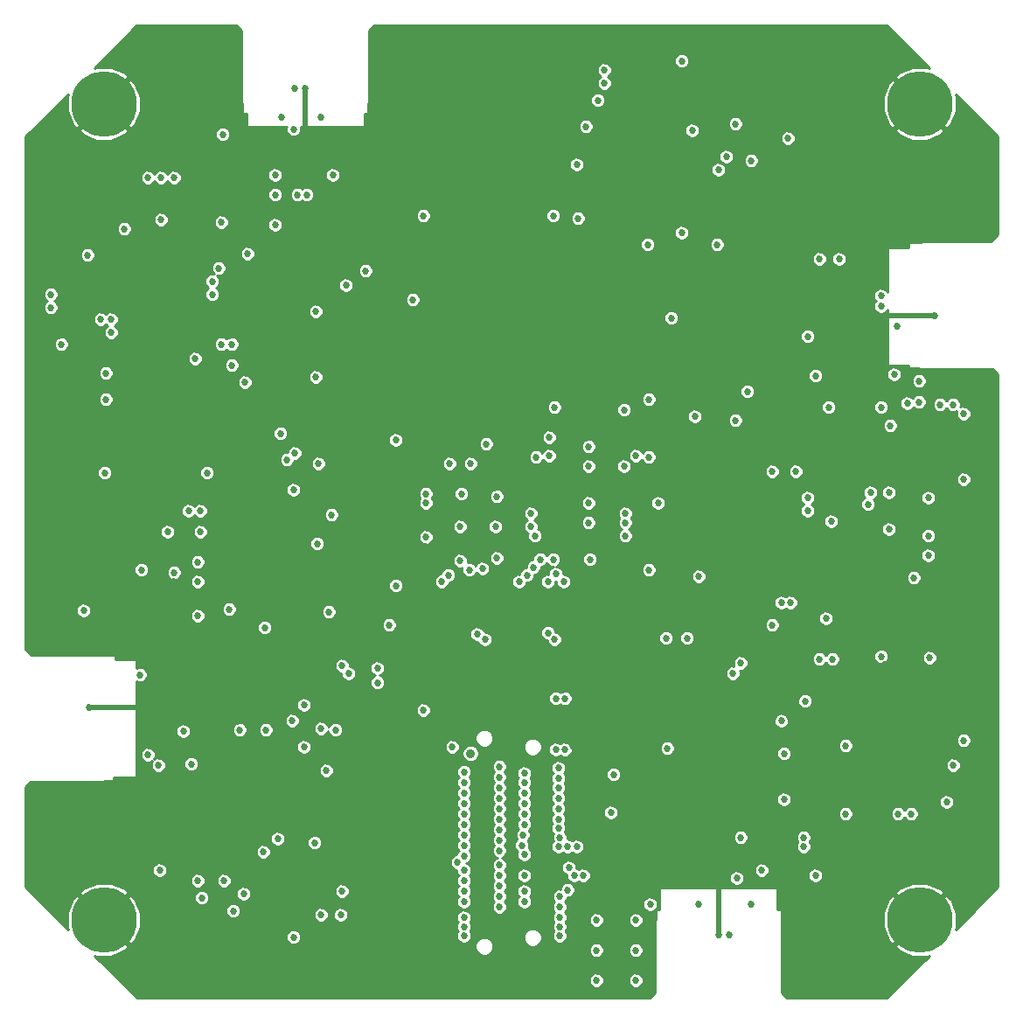
<source format=gbr>
G04 (created by PCBNEW (2013-07-07 BZR 4022)-stable) date 3/26/2016 10:09:36 AM*
%MOIN*%
G04 Gerber Fmt 3.4, Leading zero omitted, Abs format*
%FSLAX34Y34*%
G01*
G70*
G90*
G04 APERTURE LIST*
%ADD10C,0.00590551*%
%ADD11C,0.25*%
%ADD12C,0.035*%
%ADD13C,0.027*%
%ADD14C,0.015*%
%ADD15C,0.02*%
%ADD16C,0.01*%
G04 APERTURE END LIST*
G54D10*
G54D11*
X42519Y-44488D03*
X73622Y-44488D03*
X73622Y-75590D03*
X42519Y-75590D03*
G54D12*
X56500Y-69250D03*
G54D13*
X59750Y-69100D03*
X59750Y-67150D03*
X56750Y-64700D03*
X59450Y-64650D03*
X60200Y-72800D03*
X60100Y-67150D03*
X60100Y-69100D03*
X57050Y-64900D03*
X59700Y-64900D03*
X60550Y-72800D03*
X56500Y-58200D03*
X53400Y-64350D03*
X55800Y-69000D03*
X56000Y-73400D03*
X57100Y-57450D03*
X66350Y-76150D03*
X63350Y-75000D03*
X57600Y-73900D03*
X62800Y-77900D03*
X47400Y-53650D03*
X62800Y-76750D03*
X47400Y-54450D03*
X49800Y-43900D03*
X47050Y-45650D03*
X50600Y-54900D03*
X50150Y-67400D03*
X50150Y-69000D03*
X49750Y-59200D03*
X56250Y-74500D03*
X59850Y-69800D03*
X57600Y-70550D03*
X58550Y-70750D03*
X56250Y-70750D03*
X59850Y-70950D03*
X57600Y-70950D03*
X58550Y-71150D03*
X56250Y-71150D03*
X59850Y-71350D03*
X57600Y-71350D03*
X58550Y-71550D03*
X57600Y-69750D03*
X56250Y-71550D03*
X59850Y-71750D03*
X57600Y-71750D03*
X58550Y-71950D03*
X56250Y-71950D03*
X59850Y-72100D03*
X57600Y-72150D03*
X59900Y-72450D03*
X56250Y-72350D03*
X61300Y-75600D03*
X58500Y-72350D03*
X58550Y-70000D03*
X57600Y-72550D03*
X58450Y-72750D03*
X56250Y-72750D03*
X59850Y-72800D03*
X57600Y-72950D03*
X58550Y-73100D03*
X56250Y-73150D03*
X56250Y-69950D03*
X57600Y-73500D03*
X56250Y-73700D03*
X61300Y-77900D03*
X56250Y-74100D03*
X61300Y-76750D03*
X57600Y-74300D03*
X58550Y-74500D03*
X59850Y-70200D03*
X59900Y-74700D03*
X57600Y-74700D03*
X58550Y-74900D03*
X56250Y-74900D03*
X59900Y-75100D03*
X57600Y-75100D03*
X57600Y-70150D03*
X58550Y-70350D03*
X56250Y-70350D03*
X59850Y-70550D03*
X52950Y-66000D03*
X52950Y-66550D03*
X51350Y-68350D03*
X61950Y-70050D03*
X51100Y-63850D03*
X54300Y-51950D03*
X65050Y-56400D03*
X64150Y-52650D03*
X54700Y-67600D03*
X61000Y-60450D03*
X59900Y-76200D03*
X59900Y-75850D03*
X59900Y-75500D03*
X56250Y-76200D03*
X56250Y-75850D03*
X56250Y-75500D03*
X68600Y-45800D03*
X61600Y-43200D03*
X60900Y-45350D03*
X65950Y-47000D03*
X72750Y-52950D03*
X60600Y-48850D03*
X61600Y-43700D03*
X60550Y-46800D03*
X69350Y-53350D03*
X70550Y-50400D03*
X69800Y-50400D03*
X67200Y-46650D03*
X65900Y-49850D03*
X62400Y-60100D03*
X63250Y-49850D03*
X72150Y-51800D03*
X72150Y-52200D03*
X57500Y-59450D03*
X59700Y-56050D03*
X61350Y-44350D03*
X64550Y-42850D03*
X62800Y-75600D03*
X51750Y-51400D03*
X64550Y-49400D03*
X61850Y-71500D03*
X67050Y-55450D03*
X51850Y-66200D03*
X50650Y-61250D03*
X45750Y-60000D03*
X42600Y-54750D03*
X41750Y-63800D03*
X46200Y-60800D03*
X46200Y-60000D03*
X49250Y-57050D03*
X46000Y-54200D03*
X42600Y-55750D03*
X46100Y-61950D03*
X46100Y-62700D03*
X43950Y-62250D03*
X45200Y-62350D03*
X48650Y-64450D03*
X42550Y-58550D03*
X43900Y-66250D03*
X63300Y-57950D03*
X49800Y-57800D03*
X59500Y-57200D03*
X59500Y-57900D03*
X54800Y-59700D03*
X47900Y-55100D03*
X49500Y-58050D03*
X44200Y-47300D03*
X44700Y-47300D03*
X50600Y-52400D03*
X46650Y-51750D03*
X40500Y-51750D03*
X47000Y-53650D03*
X42800Y-53200D03*
X46650Y-51250D03*
X50800Y-45000D03*
X49300Y-45000D03*
X49050Y-47200D03*
X49050Y-47950D03*
X49050Y-49100D03*
X49900Y-47950D03*
X47000Y-49000D03*
X52500Y-50850D03*
X63300Y-55750D03*
X59650Y-48750D03*
X54700Y-48750D03*
X49750Y-45450D03*
X42400Y-52700D03*
X51200Y-60150D03*
X54800Y-61000D03*
X70300Y-65650D03*
X66800Y-65800D03*
X69800Y-65650D03*
X72800Y-71550D03*
X75300Y-68750D03*
X74000Y-65600D03*
X67200Y-75000D03*
X73300Y-71550D03*
X65200Y-75000D03*
X74900Y-69700D03*
X69650Y-73900D03*
X69200Y-72800D03*
X68350Y-68000D03*
X69200Y-72450D03*
X72150Y-65550D03*
X64000Y-69050D03*
X62400Y-60450D03*
X66500Y-66200D03*
X66650Y-74000D03*
X62400Y-60950D03*
X61000Y-58300D03*
X70800Y-71550D03*
X74650Y-71100D03*
X58800Y-60100D03*
X69350Y-59500D03*
X75300Y-56300D03*
X72650Y-54800D03*
X73400Y-62550D03*
X69350Y-60000D03*
X74900Y-55950D03*
X66600Y-56550D03*
X74400Y-55950D03*
X70150Y-56050D03*
X60250Y-73600D03*
X65200Y-62500D03*
X68700Y-63500D03*
X68000Y-64350D03*
X68350Y-63500D03*
X70050Y-64100D03*
X68900Y-58500D03*
X68000Y-58500D03*
X62350Y-58300D03*
X63950Y-64850D03*
X64750Y-64850D03*
X60800Y-73900D03*
X60450Y-73900D03*
X57500Y-61800D03*
X73150Y-55900D03*
X75300Y-58800D03*
X45550Y-68400D03*
X47700Y-68350D03*
X47100Y-74100D03*
X47850Y-74600D03*
X48700Y-68350D03*
X50550Y-72650D03*
X49700Y-68000D03*
X58550Y-73900D03*
X50800Y-75400D03*
X51550Y-75400D03*
X49750Y-76250D03*
X51600Y-74500D03*
X44600Y-69700D03*
X51000Y-69900D03*
X50800Y-68300D03*
X53650Y-62850D03*
X62350Y-56150D03*
X53650Y-57300D03*
X51600Y-65900D03*
X60200Y-74450D03*
X55700Y-58200D03*
X50700Y-58200D03*
X49150Y-72500D03*
X48600Y-73000D03*
X46100Y-74100D03*
X72150Y-54850D03*
X52000Y-74150D03*
X52550Y-73500D03*
X65250Y-61550D03*
X68850Y-53250D03*
X46750Y-67250D03*
X53150Y-45500D03*
X64400Y-72550D03*
X49200Y-68000D03*
X41950Y-52750D03*
X39950Y-53650D03*
X43950Y-54200D03*
X42600Y-55250D03*
X41750Y-55250D03*
X60400Y-68950D03*
X53400Y-67400D03*
X55750Y-66950D03*
X53400Y-69000D03*
X60400Y-67400D03*
X63300Y-50400D03*
X61550Y-50400D03*
X62500Y-70050D03*
X62300Y-67150D03*
X53800Y-52550D03*
X40550Y-63550D03*
X40100Y-62500D03*
X49250Y-56550D03*
X50700Y-56550D03*
X60350Y-43700D03*
X74000Y-55000D03*
X74650Y-71550D03*
X47400Y-55100D03*
X62050Y-76200D03*
X62050Y-77350D03*
X62050Y-75000D03*
X62050Y-78500D03*
X64700Y-52650D03*
X54750Y-78350D03*
X64375Y-73200D03*
X43900Y-67500D03*
X51000Y-46200D03*
X72000Y-53600D03*
X47500Y-44750D03*
X51350Y-67250D03*
X53850Y-65100D03*
X55450Y-70900D03*
X51350Y-72350D03*
X51750Y-69250D03*
X51750Y-68850D03*
X60400Y-66650D03*
X60400Y-66150D03*
X57950Y-66600D03*
X57150Y-66150D03*
X57150Y-66650D03*
X55000Y-65250D03*
X53850Y-63850D03*
X46550Y-50750D03*
X49400Y-62300D03*
X51450Y-64350D03*
X54300Y-52700D03*
X64150Y-51950D03*
X64350Y-63750D03*
X69550Y-65300D03*
X68200Y-65250D03*
X64750Y-63750D03*
X55150Y-49100D03*
X47800Y-53100D03*
X48000Y-52550D03*
X52200Y-53150D03*
X46500Y-49500D03*
X48800Y-50200D03*
X49300Y-50200D03*
X50350Y-51300D03*
X51900Y-50150D03*
X51900Y-49650D03*
X54100Y-46100D03*
X48200Y-47950D03*
X48750Y-46150D03*
X48900Y-45850D03*
X71500Y-47500D03*
X71300Y-46200D03*
X68850Y-46950D03*
X61950Y-48800D03*
X60550Y-46300D03*
X62700Y-48600D03*
X62600Y-47800D03*
X67350Y-48400D03*
X67350Y-47900D03*
X69900Y-48050D03*
X70400Y-48050D03*
X71150Y-49750D03*
X68300Y-53600D03*
X71900Y-54050D03*
X67050Y-53350D03*
X69800Y-49500D03*
X74000Y-63100D03*
X73450Y-63400D03*
X75300Y-59300D03*
X75300Y-58300D03*
X75300Y-57700D03*
X73900Y-57700D03*
X72250Y-62800D03*
X66650Y-55550D03*
X66100Y-55950D03*
X65750Y-56950D03*
X68750Y-55700D03*
X69500Y-56600D03*
X69400Y-57500D03*
X69400Y-58000D03*
X70600Y-61350D03*
X71100Y-61350D03*
X71200Y-63850D03*
X71200Y-64350D03*
X69100Y-61850D03*
X68000Y-63500D03*
X69250Y-62950D03*
X65300Y-59900D03*
X67150Y-73925D03*
X65550Y-68050D03*
X65550Y-67550D03*
X62500Y-69650D03*
X67050Y-66900D03*
X72850Y-65600D03*
X67200Y-71050D03*
X68650Y-67850D03*
X68050Y-67850D03*
X75300Y-68250D03*
X70150Y-74450D03*
X70550Y-73150D03*
X63050Y-72800D03*
X51900Y-78250D03*
X51900Y-77650D03*
X50950Y-76850D03*
X49050Y-73250D03*
X50000Y-73100D03*
X45050Y-72700D03*
X46550Y-68200D03*
X47100Y-68500D03*
X48450Y-74050D03*
X50800Y-74500D03*
X52950Y-74750D03*
X48450Y-75150D03*
X48500Y-73700D03*
X49500Y-77400D03*
X48350Y-61600D03*
X42600Y-56550D03*
X41700Y-60400D03*
X44650Y-64100D03*
X45200Y-62700D03*
X56150Y-60100D03*
X56150Y-58850D03*
X54800Y-58850D03*
X54800Y-60100D03*
X54800Y-61350D03*
X56150Y-61350D03*
X57500Y-61350D03*
X57500Y-60100D03*
X59650Y-61350D03*
X61000Y-57050D03*
X62400Y-57050D03*
X61000Y-59200D03*
X62400Y-59200D03*
X62400Y-61350D03*
X61050Y-61350D03*
X63500Y-42800D03*
X50200Y-43900D03*
X74200Y-52550D03*
X41950Y-67500D03*
X58050Y-70200D03*
X58050Y-72650D03*
X58100Y-75100D03*
X58050Y-76700D03*
X58850Y-66050D03*
X58650Y-64900D03*
X58150Y-64900D03*
X56400Y-64900D03*
X55900Y-64900D03*
X55400Y-64900D03*
X58150Y-63800D03*
X59000Y-58450D03*
X58150Y-56950D03*
X47150Y-71600D03*
X46600Y-74100D03*
X47600Y-74100D03*
X45100Y-69750D03*
X48200Y-68350D03*
X45400Y-67300D03*
X46900Y-76300D03*
X46900Y-76800D03*
X48850Y-60000D03*
X43350Y-61650D03*
X41150Y-60700D03*
X42550Y-57550D03*
X43350Y-57050D03*
X49250Y-56050D03*
X49250Y-57550D03*
X47850Y-57050D03*
X42850Y-65100D03*
X43350Y-65100D03*
X51150Y-65350D03*
X42750Y-62500D03*
X65950Y-76150D03*
X70800Y-65650D03*
X75300Y-67600D03*
X71300Y-71550D03*
X69650Y-70200D03*
X72300Y-65850D03*
X72300Y-70300D03*
X71800Y-71550D03*
X72300Y-71550D03*
X63950Y-48500D03*
X63500Y-44100D03*
X64050Y-42850D03*
X66500Y-44300D03*
X40500Y-50250D03*
X40500Y-50750D03*
X40500Y-51250D03*
X43350Y-50750D03*
X46650Y-52250D03*
X46650Y-52750D03*
X50000Y-77400D03*
X46450Y-58550D03*
X44950Y-60800D03*
X41900Y-50250D03*
X40900Y-53650D03*
X48000Y-50200D03*
X43300Y-49250D03*
X46900Y-50750D03*
X44700Y-48900D03*
X45200Y-47300D03*
X40500Y-52250D03*
X42800Y-52700D03*
X68450Y-71000D03*
X70800Y-68950D03*
X68450Y-69250D03*
X69250Y-67250D03*
X71650Y-59750D03*
X70250Y-60400D03*
X71750Y-59300D03*
X73950Y-60950D03*
X72150Y-56050D03*
X69650Y-54850D03*
X73950Y-61700D03*
X72450Y-59300D03*
X72450Y-60700D03*
X73950Y-59500D03*
X73600Y-55850D03*
X73600Y-55050D03*
X72500Y-56750D03*
X44200Y-69300D03*
X45850Y-69650D03*
X46250Y-74750D03*
X47450Y-75250D03*
X44650Y-73700D03*
X47300Y-63750D03*
X46100Y-64000D03*
X51250Y-47200D03*
X50250Y-47950D03*
X67600Y-73700D03*
X66800Y-72450D03*
X66250Y-46500D03*
X64950Y-45500D03*
X66600Y-45250D03*
X59650Y-61850D03*
X58350Y-62700D03*
X61000Y-57550D03*
X58650Y-62450D03*
X63300Y-62250D03*
X60050Y-62700D03*
X58900Y-62150D03*
X61000Y-59700D03*
X61050Y-61850D03*
X59150Y-61850D03*
X59450Y-62700D03*
X62800Y-57900D03*
X63650Y-59700D03*
X59750Y-62400D03*
X56100Y-61900D03*
X56150Y-59350D03*
X56450Y-62250D03*
X57450Y-60600D03*
X56950Y-62200D03*
X58800Y-60600D03*
X55400Y-62700D03*
X54800Y-59350D03*
X55650Y-62450D03*
X56100Y-60600D03*
X59000Y-57950D03*
X58950Y-60950D03*
G54D14*
X41750Y-55250D02*
X42600Y-55250D01*
G54D15*
X53850Y-66950D02*
X53400Y-67400D01*
X55750Y-66950D02*
X53850Y-66950D01*
X61550Y-50400D02*
X63300Y-50400D01*
X62500Y-70050D02*
X62500Y-67350D01*
X62500Y-67350D02*
X62300Y-67150D01*
G54D14*
X40550Y-63550D02*
X40550Y-62950D01*
X40550Y-62950D02*
X40100Y-62500D01*
X50700Y-56550D02*
X49250Y-56550D01*
G54D15*
X65950Y-76150D02*
X65950Y-73950D01*
X65200Y-73200D02*
X64375Y-73200D01*
X65950Y-73950D02*
X65200Y-73200D01*
X41950Y-67500D02*
X43900Y-67500D01*
X50200Y-43900D02*
X50200Y-46000D01*
X50400Y-46200D02*
X51000Y-46200D01*
X50200Y-46000D02*
X50400Y-46200D01*
X74200Y-52550D02*
X72200Y-52550D01*
X72000Y-52750D02*
X72000Y-53600D01*
X72200Y-52550D02*
X72000Y-52750D01*
G54D10*
G36*
X76601Y-74339D02*
X75585Y-75356D01*
X75585Y-68693D01*
X75585Y-58743D01*
X75585Y-56243D01*
X75541Y-56138D01*
X75461Y-56058D01*
X75356Y-56015D01*
X75243Y-56014D01*
X75168Y-56045D01*
X75184Y-56006D01*
X75185Y-55893D01*
X75141Y-55788D01*
X75061Y-55708D01*
X74956Y-55665D01*
X74843Y-55664D01*
X74738Y-55708D01*
X74658Y-55788D01*
X74650Y-55808D01*
X74641Y-55788D01*
X74561Y-55708D01*
X74456Y-55665D01*
X74343Y-55664D01*
X74238Y-55708D01*
X74158Y-55788D01*
X74115Y-55893D01*
X74114Y-56006D01*
X74158Y-56111D01*
X74238Y-56191D01*
X74343Y-56234D01*
X74456Y-56235D01*
X74561Y-56191D01*
X74641Y-56111D01*
X74649Y-56091D01*
X74658Y-56111D01*
X74738Y-56191D01*
X74843Y-56234D01*
X74956Y-56235D01*
X75031Y-56204D01*
X75015Y-56243D01*
X75014Y-56356D01*
X75058Y-56461D01*
X75138Y-56541D01*
X75243Y-56584D01*
X75356Y-56585D01*
X75461Y-56541D01*
X75541Y-56461D01*
X75584Y-56356D01*
X75585Y-56243D01*
X75585Y-58743D01*
X75541Y-58638D01*
X75461Y-58558D01*
X75356Y-58515D01*
X75243Y-58514D01*
X75138Y-58558D01*
X75058Y-58638D01*
X75015Y-58743D01*
X75014Y-58856D01*
X75058Y-58961D01*
X75138Y-59041D01*
X75243Y-59084D01*
X75356Y-59085D01*
X75461Y-59041D01*
X75541Y-58961D01*
X75584Y-58856D01*
X75585Y-58743D01*
X75585Y-68693D01*
X75541Y-68588D01*
X75461Y-68508D01*
X75356Y-68465D01*
X75243Y-68464D01*
X75138Y-68508D01*
X75058Y-68588D01*
X75015Y-68693D01*
X75014Y-68806D01*
X75058Y-68911D01*
X75138Y-68991D01*
X75243Y-69034D01*
X75356Y-69035D01*
X75461Y-68991D01*
X75541Y-68911D01*
X75584Y-68806D01*
X75585Y-68693D01*
X75585Y-75356D01*
X75185Y-75756D01*
X75185Y-69643D01*
X75141Y-69538D01*
X75061Y-69458D01*
X74956Y-69415D01*
X74843Y-69414D01*
X74738Y-69458D01*
X74658Y-69538D01*
X74615Y-69643D01*
X74614Y-69756D01*
X74658Y-69861D01*
X74738Y-69941D01*
X74843Y-69984D01*
X74956Y-69985D01*
X75061Y-69941D01*
X75141Y-69861D01*
X75184Y-69756D01*
X75185Y-69643D01*
X75185Y-75756D01*
X74988Y-75952D01*
X75020Y-75874D01*
X75023Y-75318D01*
X74935Y-75102D01*
X74935Y-71043D01*
X74891Y-70938D01*
X74811Y-70858D01*
X74706Y-70815D01*
X74593Y-70814D01*
X74488Y-70858D01*
X74408Y-70938D01*
X74365Y-71043D01*
X74364Y-71156D01*
X74408Y-71261D01*
X74488Y-71341D01*
X74593Y-71384D01*
X74706Y-71385D01*
X74811Y-71341D01*
X74891Y-71261D01*
X74934Y-71156D01*
X74935Y-71043D01*
X74935Y-75102D01*
X74812Y-74802D01*
X74805Y-74792D01*
X74639Y-74643D01*
X74568Y-74714D01*
X74568Y-74573D01*
X74420Y-74407D01*
X74285Y-74350D01*
X74285Y-65543D01*
X74241Y-65438D01*
X74235Y-65432D01*
X74235Y-61643D01*
X74235Y-60893D01*
X74235Y-59443D01*
X74191Y-59338D01*
X74111Y-59258D01*
X74006Y-59215D01*
X73893Y-59214D01*
X73885Y-59218D01*
X73885Y-55793D01*
X73885Y-54993D01*
X73841Y-54888D01*
X73761Y-54808D01*
X73656Y-54765D01*
X73543Y-54764D01*
X73438Y-54808D01*
X73358Y-54888D01*
X73315Y-54993D01*
X73314Y-55106D01*
X73358Y-55211D01*
X73438Y-55291D01*
X73543Y-55334D01*
X73656Y-55335D01*
X73761Y-55291D01*
X73841Y-55211D01*
X73884Y-55106D01*
X73885Y-54993D01*
X73885Y-55793D01*
X73841Y-55688D01*
X73761Y-55608D01*
X73656Y-55565D01*
X73543Y-55564D01*
X73438Y-55608D01*
X73358Y-55688D01*
X73353Y-55700D01*
X73311Y-55658D01*
X73206Y-55615D01*
X73093Y-55614D01*
X72988Y-55658D01*
X72935Y-55711D01*
X72935Y-54743D01*
X72891Y-54638D01*
X72811Y-54558D01*
X72706Y-54515D01*
X72593Y-54514D01*
X72488Y-54558D01*
X72408Y-54638D01*
X72365Y-54743D01*
X72364Y-54856D01*
X72408Y-54961D01*
X72488Y-55041D01*
X72593Y-55084D01*
X72706Y-55085D01*
X72811Y-55041D01*
X72891Y-54961D01*
X72934Y-54856D01*
X72935Y-54743D01*
X72935Y-55711D01*
X72908Y-55738D01*
X72865Y-55843D01*
X72864Y-55956D01*
X72908Y-56061D01*
X72988Y-56141D01*
X73093Y-56184D01*
X73206Y-56185D01*
X73311Y-56141D01*
X73391Y-56061D01*
X73396Y-56049D01*
X73438Y-56091D01*
X73543Y-56134D01*
X73656Y-56135D01*
X73761Y-56091D01*
X73841Y-56011D01*
X73884Y-55906D01*
X73885Y-55793D01*
X73885Y-59218D01*
X73788Y-59258D01*
X73708Y-59338D01*
X73665Y-59443D01*
X73664Y-59556D01*
X73708Y-59661D01*
X73788Y-59741D01*
X73893Y-59784D01*
X74006Y-59785D01*
X74111Y-59741D01*
X74191Y-59661D01*
X74234Y-59556D01*
X74235Y-59443D01*
X74235Y-60893D01*
X74191Y-60788D01*
X74111Y-60708D01*
X74006Y-60665D01*
X73893Y-60664D01*
X73788Y-60708D01*
X73708Y-60788D01*
X73665Y-60893D01*
X73664Y-61006D01*
X73708Y-61111D01*
X73788Y-61191D01*
X73893Y-61234D01*
X74006Y-61235D01*
X74111Y-61191D01*
X74191Y-61111D01*
X74234Y-61006D01*
X74235Y-60893D01*
X74235Y-61643D01*
X74191Y-61538D01*
X74111Y-61458D01*
X74006Y-61415D01*
X73893Y-61414D01*
X73788Y-61458D01*
X73708Y-61538D01*
X73665Y-61643D01*
X73664Y-61756D01*
X73708Y-61861D01*
X73788Y-61941D01*
X73893Y-61984D01*
X74006Y-61985D01*
X74111Y-61941D01*
X74191Y-61861D01*
X74234Y-61756D01*
X74235Y-61643D01*
X74235Y-65432D01*
X74161Y-65358D01*
X74056Y-65315D01*
X73943Y-65314D01*
X73838Y-65358D01*
X73758Y-65438D01*
X73715Y-65543D01*
X73714Y-65656D01*
X73758Y-65761D01*
X73838Y-65841D01*
X73943Y-65884D01*
X74056Y-65885D01*
X74161Y-65841D01*
X74241Y-65761D01*
X74284Y-65656D01*
X74285Y-65543D01*
X74285Y-74350D01*
X73906Y-74191D01*
X73685Y-74190D01*
X73685Y-62493D01*
X73641Y-62388D01*
X73561Y-62308D01*
X73456Y-62265D01*
X73343Y-62264D01*
X73238Y-62308D01*
X73158Y-62388D01*
X73115Y-62493D01*
X73114Y-62606D01*
X73158Y-62711D01*
X73238Y-62791D01*
X73343Y-62834D01*
X73456Y-62835D01*
X73561Y-62791D01*
X73641Y-62711D01*
X73684Y-62606D01*
X73685Y-62493D01*
X73685Y-74190D01*
X73585Y-74190D01*
X73585Y-71493D01*
X73541Y-71388D01*
X73461Y-71308D01*
X73356Y-71265D01*
X73243Y-71264D01*
X73138Y-71308D01*
X73058Y-71388D01*
X73050Y-71408D01*
X73041Y-71388D01*
X72961Y-71308D01*
X72856Y-71265D01*
X72785Y-71264D01*
X72785Y-56693D01*
X72741Y-56588D01*
X72661Y-56508D01*
X72556Y-56465D01*
X72443Y-56464D01*
X72435Y-56468D01*
X72435Y-55993D01*
X72391Y-55888D01*
X72311Y-55808D01*
X72206Y-55765D01*
X72093Y-55764D01*
X71988Y-55808D01*
X71908Y-55888D01*
X71865Y-55993D01*
X71864Y-56106D01*
X71908Y-56211D01*
X71988Y-56291D01*
X72093Y-56334D01*
X72206Y-56335D01*
X72311Y-56291D01*
X72391Y-56211D01*
X72434Y-56106D01*
X72435Y-55993D01*
X72435Y-56468D01*
X72338Y-56508D01*
X72258Y-56588D01*
X72215Y-56693D01*
X72214Y-56806D01*
X72258Y-56911D01*
X72338Y-56991D01*
X72443Y-57034D01*
X72556Y-57035D01*
X72661Y-56991D01*
X72741Y-56911D01*
X72784Y-56806D01*
X72785Y-56693D01*
X72785Y-71264D01*
X72743Y-71264D01*
X72735Y-71268D01*
X72735Y-60643D01*
X72735Y-59243D01*
X72691Y-59138D01*
X72611Y-59058D01*
X72506Y-59015D01*
X72393Y-59014D01*
X72288Y-59058D01*
X72208Y-59138D01*
X72165Y-59243D01*
X72164Y-59356D01*
X72208Y-59461D01*
X72288Y-59541D01*
X72393Y-59584D01*
X72506Y-59585D01*
X72611Y-59541D01*
X72691Y-59461D01*
X72734Y-59356D01*
X72735Y-59243D01*
X72735Y-60643D01*
X72691Y-60538D01*
X72611Y-60458D01*
X72506Y-60415D01*
X72393Y-60414D01*
X72288Y-60458D01*
X72208Y-60538D01*
X72165Y-60643D01*
X72164Y-60756D01*
X72208Y-60861D01*
X72288Y-60941D01*
X72393Y-60984D01*
X72506Y-60985D01*
X72611Y-60941D01*
X72691Y-60861D01*
X72734Y-60756D01*
X72735Y-60643D01*
X72735Y-71268D01*
X72638Y-71308D01*
X72558Y-71388D01*
X72515Y-71493D01*
X72514Y-71606D01*
X72558Y-71711D01*
X72638Y-71791D01*
X72743Y-71834D01*
X72856Y-71835D01*
X72961Y-71791D01*
X73041Y-71711D01*
X73049Y-71691D01*
X73058Y-71711D01*
X73138Y-71791D01*
X73243Y-71834D01*
X73356Y-71835D01*
X73461Y-71791D01*
X73541Y-71711D01*
X73584Y-71606D01*
X73585Y-71493D01*
X73585Y-74190D01*
X73349Y-74189D01*
X72834Y-74400D01*
X72823Y-74407D01*
X72675Y-74573D01*
X73622Y-75519D01*
X74568Y-74573D01*
X74568Y-74714D01*
X73692Y-75590D01*
X73698Y-75596D01*
X73627Y-75666D01*
X73622Y-75661D01*
X73551Y-75731D01*
X73551Y-75590D01*
X72604Y-74643D01*
X72438Y-74792D01*
X72435Y-74800D01*
X72435Y-65493D01*
X72391Y-65388D01*
X72311Y-65308D01*
X72206Y-65265D01*
X72093Y-65264D01*
X72035Y-65289D01*
X72035Y-59243D01*
X71991Y-59138D01*
X71911Y-59058D01*
X71806Y-59015D01*
X71693Y-59014D01*
X71588Y-59058D01*
X71508Y-59138D01*
X71465Y-59243D01*
X71464Y-59356D01*
X71508Y-59461D01*
X71535Y-59488D01*
X71488Y-59508D01*
X71408Y-59588D01*
X71365Y-59693D01*
X71364Y-59806D01*
X71408Y-59911D01*
X71488Y-59991D01*
X71593Y-60034D01*
X71706Y-60035D01*
X71811Y-59991D01*
X71891Y-59911D01*
X71934Y-59806D01*
X71935Y-59693D01*
X71891Y-59588D01*
X71864Y-59561D01*
X71911Y-59541D01*
X71991Y-59461D01*
X72034Y-59356D01*
X72035Y-59243D01*
X72035Y-65289D01*
X71988Y-65308D01*
X71908Y-65388D01*
X71865Y-65493D01*
X71864Y-65606D01*
X71908Y-65711D01*
X71988Y-65791D01*
X72093Y-65834D01*
X72206Y-65835D01*
X72311Y-65791D01*
X72391Y-65711D01*
X72434Y-65606D01*
X72435Y-65493D01*
X72435Y-74800D01*
X72223Y-75306D01*
X72220Y-75863D01*
X72431Y-76378D01*
X72438Y-76388D01*
X72604Y-76537D01*
X73551Y-75590D01*
X73551Y-75731D01*
X72675Y-76608D01*
X72823Y-76774D01*
X73337Y-76989D01*
X73894Y-76991D01*
X73987Y-76953D01*
X72370Y-78570D01*
X71085Y-78570D01*
X71085Y-71493D01*
X71085Y-68893D01*
X71041Y-68788D01*
X70961Y-68708D01*
X70856Y-68665D01*
X70835Y-68665D01*
X70835Y-50343D01*
X70791Y-50238D01*
X70711Y-50158D01*
X70606Y-50115D01*
X70493Y-50114D01*
X70388Y-50158D01*
X70308Y-50238D01*
X70265Y-50343D01*
X70264Y-50456D01*
X70308Y-50561D01*
X70388Y-50641D01*
X70493Y-50684D01*
X70606Y-50685D01*
X70711Y-50641D01*
X70791Y-50561D01*
X70834Y-50456D01*
X70835Y-50343D01*
X70835Y-68665D01*
X70743Y-68664D01*
X70638Y-68708D01*
X70585Y-68761D01*
X70585Y-65593D01*
X70541Y-65488D01*
X70535Y-65482D01*
X70535Y-60343D01*
X70491Y-60238D01*
X70435Y-60181D01*
X70435Y-55993D01*
X70391Y-55888D01*
X70311Y-55808D01*
X70206Y-55765D01*
X70093Y-55764D01*
X70085Y-55768D01*
X70085Y-50343D01*
X70041Y-50238D01*
X69961Y-50158D01*
X69856Y-50115D01*
X69743Y-50114D01*
X69638Y-50158D01*
X69558Y-50238D01*
X69515Y-50343D01*
X69514Y-50456D01*
X69558Y-50561D01*
X69638Y-50641D01*
X69743Y-50684D01*
X69856Y-50685D01*
X69961Y-50641D01*
X70041Y-50561D01*
X70084Y-50456D01*
X70085Y-50343D01*
X70085Y-55768D01*
X69988Y-55808D01*
X69935Y-55861D01*
X69935Y-54793D01*
X69891Y-54688D01*
X69811Y-54608D01*
X69706Y-54565D01*
X69635Y-54564D01*
X69635Y-53293D01*
X69591Y-53188D01*
X69511Y-53108D01*
X69406Y-53065D01*
X69293Y-53064D01*
X69188Y-53108D01*
X69108Y-53188D01*
X69065Y-53293D01*
X69064Y-53406D01*
X69108Y-53511D01*
X69188Y-53591D01*
X69293Y-53634D01*
X69406Y-53635D01*
X69511Y-53591D01*
X69591Y-53511D01*
X69634Y-53406D01*
X69635Y-53293D01*
X69635Y-54564D01*
X69593Y-54564D01*
X69488Y-54608D01*
X69408Y-54688D01*
X69365Y-54793D01*
X69364Y-54906D01*
X69408Y-55011D01*
X69488Y-55091D01*
X69593Y-55134D01*
X69706Y-55135D01*
X69811Y-55091D01*
X69891Y-55011D01*
X69934Y-54906D01*
X69935Y-54793D01*
X69935Y-55861D01*
X69908Y-55888D01*
X69865Y-55993D01*
X69864Y-56106D01*
X69908Y-56211D01*
X69988Y-56291D01*
X70093Y-56334D01*
X70206Y-56335D01*
X70311Y-56291D01*
X70391Y-56211D01*
X70434Y-56106D01*
X70435Y-55993D01*
X70435Y-60181D01*
X70411Y-60158D01*
X70306Y-60115D01*
X70193Y-60114D01*
X70088Y-60158D01*
X70008Y-60238D01*
X69965Y-60343D01*
X69964Y-60456D01*
X70008Y-60561D01*
X70088Y-60641D01*
X70193Y-60684D01*
X70306Y-60685D01*
X70411Y-60641D01*
X70491Y-60561D01*
X70534Y-60456D01*
X70535Y-60343D01*
X70535Y-65482D01*
X70461Y-65408D01*
X70356Y-65365D01*
X70335Y-65365D01*
X70335Y-64043D01*
X70291Y-63938D01*
X70211Y-63858D01*
X70106Y-63815D01*
X69993Y-63814D01*
X69888Y-63858D01*
X69808Y-63938D01*
X69765Y-64043D01*
X69764Y-64156D01*
X69808Y-64261D01*
X69888Y-64341D01*
X69993Y-64384D01*
X70106Y-64385D01*
X70211Y-64341D01*
X70291Y-64261D01*
X70334Y-64156D01*
X70335Y-64043D01*
X70335Y-65365D01*
X70243Y-65364D01*
X70138Y-65408D01*
X70058Y-65488D01*
X70050Y-65508D01*
X70041Y-65488D01*
X69961Y-65408D01*
X69856Y-65365D01*
X69743Y-65364D01*
X69638Y-65408D01*
X69635Y-65411D01*
X69635Y-59943D01*
X69591Y-59838D01*
X69511Y-59758D01*
X69491Y-59750D01*
X69511Y-59741D01*
X69591Y-59661D01*
X69634Y-59556D01*
X69635Y-59443D01*
X69591Y-59338D01*
X69511Y-59258D01*
X69406Y-59215D01*
X69293Y-59214D01*
X69188Y-59258D01*
X69185Y-59261D01*
X69185Y-58443D01*
X69141Y-58338D01*
X69061Y-58258D01*
X68956Y-58215D01*
X68885Y-58214D01*
X68885Y-45743D01*
X68841Y-45638D01*
X68761Y-45558D01*
X68656Y-45515D01*
X68543Y-45514D01*
X68438Y-45558D01*
X68358Y-45638D01*
X68315Y-45743D01*
X68314Y-45856D01*
X68358Y-45961D01*
X68438Y-46041D01*
X68543Y-46084D01*
X68656Y-46085D01*
X68761Y-46041D01*
X68841Y-45961D01*
X68884Y-45856D01*
X68885Y-45743D01*
X68885Y-58214D01*
X68843Y-58214D01*
X68738Y-58258D01*
X68658Y-58338D01*
X68615Y-58443D01*
X68614Y-58556D01*
X68658Y-58661D01*
X68738Y-58741D01*
X68843Y-58784D01*
X68956Y-58785D01*
X69061Y-58741D01*
X69141Y-58661D01*
X69184Y-58556D01*
X69185Y-58443D01*
X69185Y-59261D01*
X69108Y-59338D01*
X69065Y-59443D01*
X69064Y-59556D01*
X69108Y-59661D01*
X69188Y-59741D01*
X69208Y-59749D01*
X69188Y-59758D01*
X69108Y-59838D01*
X69065Y-59943D01*
X69064Y-60056D01*
X69108Y-60161D01*
X69188Y-60241D01*
X69293Y-60284D01*
X69406Y-60285D01*
X69511Y-60241D01*
X69591Y-60161D01*
X69634Y-60056D01*
X69635Y-59943D01*
X69635Y-65411D01*
X69558Y-65488D01*
X69515Y-65593D01*
X69514Y-65706D01*
X69558Y-65811D01*
X69638Y-65891D01*
X69743Y-65934D01*
X69856Y-65935D01*
X69961Y-65891D01*
X70041Y-65811D01*
X70049Y-65791D01*
X70058Y-65811D01*
X70138Y-65891D01*
X70243Y-65934D01*
X70356Y-65935D01*
X70461Y-65891D01*
X70541Y-65811D01*
X70584Y-65706D01*
X70585Y-65593D01*
X70585Y-68761D01*
X70558Y-68788D01*
X70515Y-68893D01*
X70514Y-69006D01*
X70558Y-69111D01*
X70638Y-69191D01*
X70743Y-69234D01*
X70856Y-69235D01*
X70961Y-69191D01*
X71041Y-69111D01*
X71084Y-69006D01*
X71085Y-68893D01*
X71085Y-71493D01*
X71041Y-71388D01*
X70961Y-71308D01*
X70856Y-71265D01*
X70743Y-71264D01*
X70638Y-71308D01*
X70558Y-71388D01*
X70515Y-71493D01*
X70514Y-71606D01*
X70558Y-71711D01*
X70638Y-71791D01*
X70743Y-71834D01*
X70856Y-71835D01*
X70961Y-71791D01*
X71041Y-71711D01*
X71084Y-71606D01*
X71085Y-71493D01*
X71085Y-78570D01*
X69935Y-78570D01*
X69935Y-73843D01*
X69891Y-73738D01*
X69811Y-73658D01*
X69706Y-73615D01*
X69593Y-73614D01*
X69535Y-73639D01*
X69535Y-67193D01*
X69491Y-67088D01*
X69411Y-67008D01*
X69306Y-66965D01*
X69193Y-66964D01*
X69088Y-67008D01*
X69008Y-67088D01*
X68985Y-67144D01*
X68985Y-63443D01*
X68941Y-63338D01*
X68861Y-63258D01*
X68756Y-63215D01*
X68643Y-63214D01*
X68538Y-63258D01*
X68525Y-63271D01*
X68511Y-63258D01*
X68406Y-63215D01*
X68293Y-63214D01*
X68285Y-63218D01*
X68285Y-58443D01*
X68241Y-58338D01*
X68161Y-58258D01*
X68056Y-58215D01*
X67943Y-58214D01*
X67838Y-58258D01*
X67758Y-58338D01*
X67715Y-58443D01*
X67714Y-58556D01*
X67758Y-58661D01*
X67838Y-58741D01*
X67943Y-58784D01*
X68056Y-58785D01*
X68161Y-58741D01*
X68241Y-58661D01*
X68284Y-58556D01*
X68285Y-58443D01*
X68285Y-63218D01*
X68188Y-63258D01*
X68108Y-63338D01*
X68065Y-63443D01*
X68064Y-63556D01*
X68108Y-63661D01*
X68188Y-63741D01*
X68293Y-63784D01*
X68406Y-63785D01*
X68511Y-63741D01*
X68524Y-63728D01*
X68538Y-63741D01*
X68643Y-63784D01*
X68756Y-63785D01*
X68861Y-63741D01*
X68941Y-63661D01*
X68984Y-63556D01*
X68985Y-63443D01*
X68985Y-67144D01*
X68965Y-67193D01*
X68964Y-67306D01*
X69008Y-67411D01*
X69088Y-67491D01*
X69193Y-67534D01*
X69306Y-67535D01*
X69411Y-67491D01*
X69491Y-67411D01*
X69534Y-67306D01*
X69535Y-67193D01*
X69535Y-73639D01*
X69488Y-73658D01*
X69485Y-73661D01*
X69485Y-72743D01*
X69441Y-72638D01*
X69428Y-72625D01*
X69441Y-72611D01*
X69484Y-72506D01*
X69485Y-72393D01*
X69441Y-72288D01*
X69361Y-72208D01*
X69256Y-72165D01*
X69143Y-72164D01*
X69038Y-72208D01*
X68958Y-72288D01*
X68915Y-72393D01*
X68914Y-72506D01*
X68958Y-72611D01*
X68971Y-72624D01*
X68958Y-72638D01*
X68915Y-72743D01*
X68914Y-72856D01*
X68958Y-72961D01*
X69038Y-73041D01*
X69143Y-73084D01*
X69256Y-73085D01*
X69361Y-73041D01*
X69441Y-72961D01*
X69484Y-72856D01*
X69485Y-72743D01*
X69485Y-73661D01*
X69408Y-73738D01*
X69365Y-73843D01*
X69364Y-73956D01*
X69408Y-74061D01*
X69488Y-74141D01*
X69593Y-74184D01*
X69706Y-74185D01*
X69811Y-74141D01*
X69891Y-74061D01*
X69934Y-73956D01*
X69935Y-73843D01*
X69935Y-78570D01*
X68735Y-78570D01*
X68735Y-70943D01*
X68735Y-69193D01*
X68691Y-69088D01*
X68635Y-69031D01*
X68635Y-67943D01*
X68591Y-67838D01*
X68511Y-67758D01*
X68406Y-67715D01*
X68293Y-67714D01*
X68285Y-67718D01*
X68285Y-64293D01*
X68241Y-64188D01*
X68161Y-64108D01*
X68056Y-64065D01*
X67943Y-64064D01*
X67838Y-64108D01*
X67758Y-64188D01*
X67715Y-64293D01*
X67714Y-64406D01*
X67758Y-64511D01*
X67838Y-64591D01*
X67943Y-64634D01*
X68056Y-64635D01*
X68161Y-64591D01*
X68241Y-64511D01*
X68284Y-64406D01*
X68285Y-64293D01*
X68285Y-67718D01*
X68188Y-67758D01*
X68108Y-67838D01*
X68065Y-67943D01*
X68064Y-68056D01*
X68108Y-68161D01*
X68188Y-68241D01*
X68293Y-68284D01*
X68406Y-68285D01*
X68511Y-68241D01*
X68591Y-68161D01*
X68634Y-68056D01*
X68635Y-67943D01*
X68635Y-69031D01*
X68611Y-69008D01*
X68506Y-68965D01*
X68393Y-68964D01*
X68288Y-69008D01*
X68208Y-69088D01*
X68165Y-69193D01*
X68164Y-69306D01*
X68208Y-69411D01*
X68288Y-69491D01*
X68393Y-69534D01*
X68506Y-69535D01*
X68611Y-69491D01*
X68691Y-69411D01*
X68734Y-69306D01*
X68735Y-69193D01*
X68735Y-70943D01*
X68691Y-70838D01*
X68611Y-70758D01*
X68506Y-70715D01*
X68393Y-70714D01*
X68288Y-70758D01*
X68208Y-70838D01*
X68165Y-70943D01*
X68164Y-71056D01*
X68208Y-71161D01*
X68288Y-71241D01*
X68393Y-71284D01*
X68506Y-71285D01*
X68611Y-71241D01*
X68691Y-71161D01*
X68734Y-71056D01*
X68735Y-70943D01*
X68735Y-78570D01*
X68574Y-78570D01*
X68374Y-78370D01*
X68374Y-75704D01*
X68371Y-75687D01*
X68371Y-75671D01*
X68350Y-75565D01*
X68350Y-75200D01*
X68200Y-75200D01*
X68200Y-74350D01*
X67885Y-74350D01*
X67885Y-73643D01*
X67841Y-73538D01*
X67761Y-73458D01*
X67656Y-73415D01*
X67543Y-73414D01*
X67485Y-73439D01*
X67485Y-46593D01*
X67441Y-46488D01*
X67361Y-46408D01*
X67256Y-46365D01*
X67143Y-46364D01*
X67038Y-46408D01*
X66958Y-46488D01*
X66915Y-46593D01*
X66914Y-46706D01*
X66958Y-46811D01*
X67038Y-46891D01*
X67143Y-46934D01*
X67256Y-46935D01*
X67361Y-46891D01*
X67441Y-46811D01*
X67484Y-46706D01*
X67485Y-46593D01*
X67485Y-73439D01*
X67438Y-73458D01*
X67358Y-73538D01*
X67335Y-73594D01*
X67335Y-55393D01*
X67291Y-55288D01*
X67211Y-55208D01*
X67106Y-55165D01*
X66993Y-55164D01*
X66888Y-55208D01*
X66885Y-55211D01*
X66885Y-45193D01*
X66841Y-45088D01*
X66761Y-45008D01*
X66656Y-44965D01*
X66543Y-44964D01*
X66438Y-45008D01*
X66358Y-45088D01*
X66315Y-45193D01*
X66314Y-45306D01*
X66358Y-45411D01*
X66438Y-45491D01*
X66543Y-45534D01*
X66656Y-45535D01*
X66761Y-45491D01*
X66841Y-45411D01*
X66884Y-45306D01*
X66885Y-45193D01*
X66885Y-55211D01*
X66808Y-55288D01*
X66765Y-55393D01*
X66764Y-55506D01*
X66808Y-55611D01*
X66888Y-55691D01*
X66993Y-55734D01*
X67106Y-55735D01*
X67211Y-55691D01*
X67291Y-55611D01*
X67334Y-55506D01*
X67335Y-55393D01*
X67335Y-73594D01*
X67315Y-73643D01*
X67314Y-73756D01*
X67358Y-73861D01*
X67438Y-73941D01*
X67543Y-73984D01*
X67656Y-73985D01*
X67761Y-73941D01*
X67841Y-73861D01*
X67884Y-73756D01*
X67885Y-73643D01*
X67885Y-74350D01*
X67085Y-74350D01*
X67085Y-72393D01*
X67085Y-65743D01*
X67041Y-65638D01*
X66961Y-65558D01*
X66885Y-65526D01*
X66885Y-56493D01*
X66841Y-56388D01*
X66761Y-56308D01*
X66656Y-56265D01*
X66543Y-56264D01*
X66535Y-56268D01*
X66535Y-46443D01*
X66491Y-46338D01*
X66411Y-46258D01*
X66306Y-46215D01*
X66193Y-46214D01*
X66088Y-46258D01*
X66008Y-46338D01*
X65965Y-46443D01*
X65964Y-46556D01*
X66008Y-46661D01*
X66088Y-46741D01*
X66193Y-46784D01*
X66306Y-46785D01*
X66411Y-46741D01*
X66491Y-46661D01*
X66534Y-46556D01*
X66535Y-46443D01*
X66535Y-56268D01*
X66438Y-56308D01*
X66358Y-56388D01*
X66315Y-56493D01*
X66314Y-56606D01*
X66358Y-56711D01*
X66438Y-56791D01*
X66543Y-56834D01*
X66656Y-56835D01*
X66761Y-56791D01*
X66841Y-56711D01*
X66884Y-56606D01*
X66885Y-56493D01*
X66885Y-65526D01*
X66856Y-65515D01*
X66743Y-65514D01*
X66638Y-65558D01*
X66558Y-65638D01*
X66515Y-65743D01*
X66514Y-65856D01*
X66539Y-65915D01*
X66443Y-65914D01*
X66338Y-65958D01*
X66258Y-66038D01*
X66235Y-66094D01*
X66235Y-46943D01*
X66191Y-46838D01*
X66111Y-46758D01*
X66006Y-46715D01*
X65893Y-46714D01*
X65788Y-46758D01*
X65708Y-46838D01*
X65665Y-46943D01*
X65664Y-47056D01*
X65708Y-47161D01*
X65788Y-47241D01*
X65893Y-47284D01*
X66006Y-47285D01*
X66111Y-47241D01*
X66191Y-47161D01*
X66234Y-47056D01*
X66235Y-46943D01*
X66235Y-66094D01*
X66215Y-66143D01*
X66214Y-66256D01*
X66258Y-66361D01*
X66338Y-66441D01*
X66443Y-66484D01*
X66556Y-66485D01*
X66661Y-66441D01*
X66741Y-66361D01*
X66784Y-66256D01*
X66785Y-66143D01*
X66760Y-66084D01*
X66856Y-66085D01*
X66961Y-66041D01*
X67041Y-65961D01*
X67084Y-65856D01*
X67085Y-65743D01*
X67085Y-72393D01*
X67041Y-72288D01*
X66961Y-72208D01*
X66856Y-72165D01*
X66743Y-72164D01*
X66638Y-72208D01*
X66558Y-72288D01*
X66515Y-72393D01*
X66514Y-72506D01*
X66558Y-72611D01*
X66638Y-72691D01*
X66743Y-72734D01*
X66856Y-72735D01*
X66961Y-72691D01*
X67041Y-72611D01*
X67084Y-72506D01*
X67085Y-72393D01*
X67085Y-74350D01*
X66935Y-74350D01*
X66935Y-73943D01*
X66891Y-73838D01*
X66811Y-73758D01*
X66706Y-73715D01*
X66593Y-73714D01*
X66488Y-73758D01*
X66408Y-73838D01*
X66365Y-73943D01*
X66364Y-74056D01*
X66408Y-74161D01*
X66488Y-74241D01*
X66593Y-74284D01*
X66706Y-74285D01*
X66811Y-74241D01*
X66891Y-74161D01*
X66934Y-74056D01*
X66935Y-73943D01*
X66935Y-74350D01*
X66185Y-74350D01*
X66185Y-49793D01*
X66141Y-49688D01*
X66061Y-49608D01*
X65956Y-49565D01*
X65843Y-49564D01*
X65738Y-49608D01*
X65658Y-49688D01*
X65615Y-49793D01*
X65614Y-49906D01*
X65658Y-50011D01*
X65738Y-50091D01*
X65843Y-50134D01*
X65956Y-50135D01*
X66061Y-50091D01*
X66141Y-50011D01*
X66184Y-49906D01*
X66185Y-49793D01*
X66185Y-74350D01*
X65485Y-74350D01*
X65485Y-62443D01*
X65441Y-62338D01*
X65361Y-62258D01*
X65335Y-62247D01*
X65335Y-56343D01*
X65291Y-56238D01*
X65235Y-56181D01*
X65235Y-45443D01*
X65191Y-45338D01*
X65111Y-45258D01*
X65006Y-45215D01*
X64893Y-45214D01*
X64835Y-45239D01*
X64835Y-42793D01*
X64791Y-42688D01*
X64711Y-42608D01*
X64606Y-42565D01*
X64493Y-42564D01*
X64388Y-42608D01*
X64308Y-42688D01*
X64265Y-42793D01*
X64264Y-42906D01*
X64308Y-43011D01*
X64388Y-43091D01*
X64493Y-43134D01*
X64606Y-43135D01*
X64711Y-43091D01*
X64791Y-43011D01*
X64834Y-42906D01*
X64835Y-42793D01*
X64835Y-45239D01*
X64788Y-45258D01*
X64708Y-45338D01*
X64665Y-45443D01*
X64664Y-45556D01*
X64708Y-45661D01*
X64788Y-45741D01*
X64893Y-45784D01*
X65006Y-45785D01*
X65111Y-45741D01*
X65191Y-45661D01*
X65234Y-45556D01*
X65235Y-45443D01*
X65235Y-56181D01*
X65211Y-56158D01*
X65106Y-56115D01*
X64993Y-56114D01*
X64888Y-56158D01*
X64835Y-56211D01*
X64835Y-49343D01*
X64791Y-49238D01*
X64711Y-49158D01*
X64606Y-49115D01*
X64493Y-49114D01*
X64388Y-49158D01*
X64308Y-49238D01*
X64265Y-49343D01*
X64264Y-49456D01*
X64308Y-49561D01*
X64388Y-49641D01*
X64493Y-49684D01*
X64606Y-49685D01*
X64711Y-49641D01*
X64791Y-49561D01*
X64834Y-49456D01*
X64835Y-49343D01*
X64835Y-56211D01*
X64808Y-56238D01*
X64765Y-56343D01*
X64764Y-56456D01*
X64808Y-56561D01*
X64888Y-56641D01*
X64993Y-56684D01*
X65106Y-56685D01*
X65211Y-56641D01*
X65291Y-56561D01*
X65334Y-56456D01*
X65335Y-56343D01*
X65335Y-62247D01*
X65256Y-62215D01*
X65143Y-62214D01*
X65038Y-62258D01*
X64958Y-62338D01*
X64915Y-62443D01*
X64914Y-62556D01*
X64958Y-62661D01*
X65038Y-62741D01*
X65143Y-62784D01*
X65256Y-62785D01*
X65361Y-62741D01*
X65441Y-62661D01*
X65484Y-62556D01*
X65485Y-62443D01*
X65485Y-74350D01*
X65035Y-74350D01*
X65035Y-64793D01*
X64991Y-64688D01*
X64911Y-64608D01*
X64806Y-64565D01*
X64693Y-64564D01*
X64588Y-64608D01*
X64508Y-64688D01*
X64465Y-64793D01*
X64464Y-64906D01*
X64508Y-65011D01*
X64588Y-65091D01*
X64693Y-65134D01*
X64806Y-65135D01*
X64911Y-65091D01*
X64991Y-65011D01*
X65034Y-64906D01*
X65035Y-64793D01*
X65035Y-74350D01*
X64435Y-74350D01*
X64435Y-52593D01*
X64391Y-52488D01*
X64311Y-52408D01*
X64206Y-52365D01*
X64093Y-52364D01*
X63988Y-52408D01*
X63908Y-52488D01*
X63865Y-52593D01*
X63864Y-52706D01*
X63908Y-52811D01*
X63988Y-52891D01*
X64093Y-52934D01*
X64206Y-52935D01*
X64311Y-52891D01*
X64391Y-52811D01*
X64434Y-52706D01*
X64435Y-52593D01*
X64435Y-74350D01*
X64285Y-74350D01*
X64285Y-68993D01*
X64241Y-68888D01*
X64235Y-68882D01*
X64235Y-64793D01*
X64191Y-64688D01*
X64111Y-64608D01*
X64006Y-64565D01*
X63935Y-64564D01*
X63935Y-59643D01*
X63891Y-59538D01*
X63811Y-59458D01*
X63706Y-59415D01*
X63593Y-59414D01*
X63585Y-59418D01*
X63585Y-57893D01*
X63585Y-55693D01*
X63541Y-55588D01*
X63535Y-55582D01*
X63535Y-49793D01*
X63491Y-49688D01*
X63411Y-49608D01*
X63306Y-49565D01*
X63193Y-49564D01*
X63088Y-49608D01*
X63008Y-49688D01*
X62965Y-49793D01*
X62964Y-49906D01*
X63008Y-50011D01*
X63088Y-50091D01*
X63193Y-50134D01*
X63306Y-50135D01*
X63411Y-50091D01*
X63491Y-50011D01*
X63534Y-49906D01*
X63535Y-49793D01*
X63535Y-55582D01*
X63461Y-55508D01*
X63356Y-55465D01*
X63243Y-55464D01*
X63138Y-55508D01*
X63058Y-55588D01*
X63015Y-55693D01*
X63014Y-55806D01*
X63058Y-55911D01*
X63138Y-55991D01*
X63243Y-56034D01*
X63356Y-56035D01*
X63461Y-55991D01*
X63541Y-55911D01*
X63584Y-55806D01*
X63585Y-55693D01*
X63585Y-57893D01*
X63541Y-57788D01*
X63461Y-57708D01*
X63356Y-57665D01*
X63243Y-57664D01*
X63138Y-57708D01*
X63061Y-57785D01*
X63041Y-57738D01*
X62961Y-57658D01*
X62856Y-57615D01*
X62743Y-57614D01*
X62638Y-57658D01*
X62635Y-57661D01*
X62635Y-56093D01*
X62591Y-55988D01*
X62511Y-55908D01*
X62406Y-55865D01*
X62293Y-55864D01*
X62188Y-55908D01*
X62108Y-55988D01*
X62065Y-56093D01*
X62064Y-56206D01*
X62108Y-56311D01*
X62188Y-56391D01*
X62293Y-56434D01*
X62406Y-56435D01*
X62511Y-56391D01*
X62591Y-56311D01*
X62634Y-56206D01*
X62635Y-56093D01*
X62635Y-57661D01*
X62558Y-57738D01*
X62515Y-57843D01*
X62514Y-57956D01*
X62558Y-58061D01*
X62638Y-58141D01*
X62743Y-58184D01*
X62856Y-58185D01*
X62961Y-58141D01*
X63038Y-58064D01*
X63058Y-58111D01*
X63138Y-58191D01*
X63243Y-58234D01*
X63356Y-58235D01*
X63461Y-58191D01*
X63541Y-58111D01*
X63584Y-58006D01*
X63585Y-57893D01*
X63585Y-59418D01*
X63488Y-59458D01*
X63408Y-59538D01*
X63365Y-59643D01*
X63364Y-59756D01*
X63408Y-59861D01*
X63488Y-59941D01*
X63593Y-59984D01*
X63706Y-59985D01*
X63811Y-59941D01*
X63891Y-59861D01*
X63934Y-59756D01*
X63935Y-59643D01*
X63935Y-64564D01*
X63893Y-64564D01*
X63788Y-64608D01*
X63708Y-64688D01*
X63665Y-64793D01*
X63664Y-64906D01*
X63708Y-65011D01*
X63788Y-65091D01*
X63893Y-65134D01*
X64006Y-65135D01*
X64111Y-65091D01*
X64191Y-65011D01*
X64234Y-64906D01*
X64235Y-64793D01*
X64235Y-68882D01*
X64161Y-68808D01*
X64056Y-68765D01*
X63943Y-68764D01*
X63838Y-68808D01*
X63758Y-68888D01*
X63715Y-68993D01*
X63714Y-69106D01*
X63758Y-69211D01*
X63838Y-69291D01*
X63943Y-69334D01*
X64056Y-69335D01*
X64161Y-69291D01*
X64241Y-69211D01*
X64284Y-69106D01*
X64285Y-68993D01*
X64285Y-74350D01*
X63700Y-74350D01*
X63700Y-75200D01*
X63553Y-75200D01*
X63591Y-75161D01*
X63634Y-75056D01*
X63635Y-74943D01*
X63591Y-74838D01*
X63585Y-74832D01*
X63585Y-62193D01*
X63541Y-62088D01*
X63461Y-62008D01*
X63356Y-61965D01*
X63243Y-61964D01*
X63138Y-62008D01*
X63058Y-62088D01*
X63015Y-62193D01*
X63014Y-62306D01*
X63058Y-62411D01*
X63138Y-62491D01*
X63243Y-62534D01*
X63356Y-62535D01*
X63461Y-62491D01*
X63541Y-62411D01*
X63584Y-62306D01*
X63585Y-62193D01*
X63585Y-74832D01*
X63511Y-74758D01*
X63406Y-74715D01*
X63293Y-74714D01*
X63188Y-74758D01*
X63108Y-74838D01*
X63065Y-74943D01*
X63064Y-75056D01*
X63108Y-75161D01*
X63188Y-75241D01*
X63293Y-75284D01*
X63406Y-75285D01*
X63511Y-75241D01*
X63550Y-75203D01*
X63550Y-75534D01*
X63522Y-75671D01*
X63522Y-75688D01*
X63519Y-75704D01*
X63519Y-78370D01*
X63319Y-78570D01*
X63085Y-78570D01*
X63085Y-77843D01*
X63085Y-76693D01*
X63085Y-75543D01*
X63041Y-75438D01*
X62961Y-75358D01*
X62856Y-75315D01*
X62743Y-75314D01*
X62685Y-75339D01*
X62685Y-60893D01*
X62641Y-60788D01*
X62561Y-60708D01*
X62541Y-60700D01*
X62561Y-60691D01*
X62641Y-60611D01*
X62684Y-60506D01*
X62685Y-60393D01*
X62641Y-60288D01*
X62628Y-60275D01*
X62641Y-60261D01*
X62684Y-60156D01*
X62685Y-60043D01*
X62641Y-59938D01*
X62635Y-59932D01*
X62635Y-58243D01*
X62591Y-58138D01*
X62511Y-58058D01*
X62406Y-58015D01*
X62293Y-58014D01*
X62188Y-58058D01*
X62108Y-58138D01*
X62065Y-58243D01*
X62064Y-58356D01*
X62108Y-58461D01*
X62188Y-58541D01*
X62293Y-58584D01*
X62406Y-58585D01*
X62511Y-58541D01*
X62591Y-58461D01*
X62634Y-58356D01*
X62635Y-58243D01*
X62635Y-59932D01*
X62561Y-59858D01*
X62456Y-59815D01*
X62343Y-59814D01*
X62238Y-59858D01*
X62158Y-59938D01*
X62115Y-60043D01*
X62114Y-60156D01*
X62158Y-60261D01*
X62171Y-60274D01*
X62158Y-60288D01*
X62115Y-60393D01*
X62114Y-60506D01*
X62158Y-60611D01*
X62238Y-60691D01*
X62258Y-60699D01*
X62238Y-60708D01*
X62158Y-60788D01*
X62115Y-60893D01*
X62114Y-61006D01*
X62158Y-61111D01*
X62238Y-61191D01*
X62343Y-61234D01*
X62456Y-61235D01*
X62561Y-61191D01*
X62641Y-61111D01*
X62684Y-61006D01*
X62685Y-60893D01*
X62685Y-75339D01*
X62638Y-75358D01*
X62558Y-75438D01*
X62515Y-75543D01*
X62514Y-75656D01*
X62558Y-75761D01*
X62638Y-75841D01*
X62743Y-75884D01*
X62856Y-75885D01*
X62961Y-75841D01*
X63041Y-75761D01*
X63084Y-75656D01*
X63085Y-75543D01*
X63085Y-76693D01*
X63041Y-76588D01*
X62961Y-76508D01*
X62856Y-76465D01*
X62743Y-76464D01*
X62638Y-76508D01*
X62558Y-76588D01*
X62515Y-76693D01*
X62514Y-76806D01*
X62558Y-76911D01*
X62638Y-76991D01*
X62743Y-77034D01*
X62856Y-77035D01*
X62961Y-76991D01*
X63041Y-76911D01*
X63084Y-76806D01*
X63085Y-76693D01*
X63085Y-77843D01*
X63041Y-77738D01*
X62961Y-77658D01*
X62856Y-77615D01*
X62743Y-77614D01*
X62638Y-77658D01*
X62558Y-77738D01*
X62515Y-77843D01*
X62514Y-77956D01*
X62558Y-78061D01*
X62638Y-78141D01*
X62743Y-78184D01*
X62856Y-78185D01*
X62961Y-78141D01*
X63041Y-78061D01*
X63084Y-77956D01*
X63085Y-77843D01*
X63085Y-78570D01*
X62235Y-78570D01*
X62235Y-69993D01*
X62191Y-69888D01*
X62111Y-69808D01*
X62006Y-69765D01*
X61893Y-69764D01*
X61885Y-69768D01*
X61885Y-43643D01*
X61841Y-43538D01*
X61761Y-43458D01*
X61741Y-43450D01*
X61761Y-43441D01*
X61841Y-43361D01*
X61884Y-43256D01*
X61885Y-43143D01*
X61841Y-43038D01*
X61761Y-42958D01*
X61656Y-42915D01*
X61543Y-42914D01*
X61438Y-42958D01*
X61358Y-43038D01*
X61315Y-43143D01*
X61314Y-43256D01*
X61358Y-43361D01*
X61438Y-43441D01*
X61458Y-43449D01*
X61438Y-43458D01*
X61358Y-43538D01*
X61315Y-43643D01*
X61314Y-43756D01*
X61358Y-43861D01*
X61438Y-43941D01*
X61543Y-43984D01*
X61656Y-43985D01*
X61761Y-43941D01*
X61841Y-43861D01*
X61884Y-43756D01*
X61885Y-43643D01*
X61885Y-69768D01*
X61788Y-69808D01*
X61708Y-69888D01*
X61665Y-69993D01*
X61664Y-70106D01*
X61708Y-70211D01*
X61788Y-70291D01*
X61893Y-70334D01*
X62006Y-70335D01*
X62111Y-70291D01*
X62191Y-70211D01*
X62234Y-70106D01*
X62235Y-69993D01*
X62235Y-78570D01*
X62135Y-78570D01*
X62135Y-71443D01*
X62091Y-71338D01*
X62011Y-71258D01*
X61906Y-71215D01*
X61793Y-71214D01*
X61688Y-71258D01*
X61635Y-71311D01*
X61635Y-44293D01*
X61591Y-44188D01*
X61511Y-44108D01*
X61406Y-44065D01*
X61293Y-44064D01*
X61188Y-44108D01*
X61108Y-44188D01*
X61065Y-44293D01*
X61064Y-44406D01*
X61108Y-44511D01*
X61188Y-44591D01*
X61293Y-44634D01*
X61406Y-44635D01*
X61511Y-44591D01*
X61591Y-44511D01*
X61634Y-44406D01*
X61635Y-44293D01*
X61635Y-71311D01*
X61608Y-71338D01*
X61565Y-71443D01*
X61564Y-71556D01*
X61608Y-71661D01*
X61688Y-71741D01*
X61793Y-71784D01*
X61906Y-71785D01*
X62011Y-71741D01*
X62091Y-71661D01*
X62134Y-71556D01*
X62135Y-71443D01*
X62135Y-78570D01*
X61585Y-78570D01*
X61585Y-77843D01*
X61585Y-76693D01*
X61585Y-75543D01*
X61541Y-75438D01*
X61461Y-75358D01*
X61356Y-75315D01*
X61335Y-75315D01*
X61335Y-61793D01*
X61291Y-61688D01*
X61285Y-61682D01*
X61285Y-60393D01*
X61285Y-59643D01*
X61285Y-58243D01*
X61285Y-57493D01*
X61241Y-57388D01*
X61185Y-57331D01*
X61185Y-45293D01*
X61141Y-45188D01*
X61061Y-45108D01*
X60956Y-45065D01*
X60843Y-45064D01*
X60738Y-45108D01*
X60658Y-45188D01*
X60615Y-45293D01*
X60614Y-45406D01*
X60658Y-45511D01*
X60738Y-45591D01*
X60843Y-45634D01*
X60956Y-45635D01*
X61061Y-45591D01*
X61141Y-45511D01*
X61184Y-45406D01*
X61185Y-45293D01*
X61185Y-57331D01*
X61161Y-57308D01*
X61056Y-57265D01*
X60943Y-57264D01*
X60885Y-57289D01*
X60885Y-48793D01*
X60841Y-48688D01*
X60835Y-48682D01*
X60835Y-46743D01*
X60791Y-46638D01*
X60711Y-46558D01*
X60606Y-46515D01*
X60493Y-46514D01*
X60388Y-46558D01*
X60308Y-46638D01*
X60265Y-46743D01*
X60264Y-46856D01*
X60308Y-46961D01*
X60388Y-47041D01*
X60493Y-47084D01*
X60606Y-47085D01*
X60711Y-47041D01*
X60791Y-46961D01*
X60834Y-46856D01*
X60835Y-46743D01*
X60835Y-48682D01*
X60761Y-48608D01*
X60656Y-48565D01*
X60543Y-48564D01*
X60438Y-48608D01*
X60358Y-48688D01*
X60315Y-48793D01*
X60314Y-48906D01*
X60358Y-49011D01*
X60438Y-49091D01*
X60543Y-49134D01*
X60656Y-49135D01*
X60761Y-49091D01*
X60841Y-49011D01*
X60884Y-48906D01*
X60885Y-48793D01*
X60885Y-57289D01*
X60838Y-57308D01*
X60758Y-57388D01*
X60715Y-57493D01*
X60714Y-57606D01*
X60758Y-57711D01*
X60838Y-57791D01*
X60943Y-57834D01*
X61056Y-57835D01*
X61161Y-57791D01*
X61241Y-57711D01*
X61284Y-57606D01*
X61285Y-57493D01*
X61285Y-58243D01*
X61241Y-58138D01*
X61161Y-58058D01*
X61056Y-58015D01*
X60943Y-58014D01*
X60838Y-58058D01*
X60758Y-58138D01*
X60715Y-58243D01*
X60714Y-58356D01*
X60758Y-58461D01*
X60838Y-58541D01*
X60943Y-58584D01*
X61056Y-58585D01*
X61161Y-58541D01*
X61241Y-58461D01*
X61284Y-58356D01*
X61285Y-58243D01*
X61285Y-59643D01*
X61241Y-59538D01*
X61161Y-59458D01*
X61056Y-59415D01*
X60943Y-59414D01*
X60838Y-59458D01*
X60758Y-59538D01*
X60715Y-59643D01*
X60714Y-59756D01*
X60758Y-59861D01*
X60838Y-59941D01*
X60943Y-59984D01*
X61056Y-59985D01*
X61161Y-59941D01*
X61241Y-59861D01*
X61284Y-59756D01*
X61285Y-59643D01*
X61285Y-60393D01*
X61241Y-60288D01*
X61161Y-60208D01*
X61056Y-60165D01*
X60943Y-60164D01*
X60838Y-60208D01*
X60758Y-60288D01*
X60715Y-60393D01*
X60714Y-60506D01*
X60758Y-60611D01*
X60838Y-60691D01*
X60943Y-60734D01*
X61056Y-60735D01*
X61161Y-60691D01*
X61241Y-60611D01*
X61284Y-60506D01*
X61285Y-60393D01*
X61285Y-61682D01*
X61211Y-61608D01*
X61106Y-61565D01*
X60993Y-61564D01*
X60888Y-61608D01*
X60808Y-61688D01*
X60765Y-61793D01*
X60764Y-61906D01*
X60808Y-62011D01*
X60888Y-62091D01*
X60993Y-62134D01*
X61106Y-62135D01*
X61211Y-62091D01*
X61291Y-62011D01*
X61334Y-61906D01*
X61335Y-61793D01*
X61335Y-75315D01*
X61243Y-75314D01*
X61138Y-75358D01*
X61085Y-75411D01*
X61085Y-73843D01*
X61041Y-73738D01*
X60961Y-73658D01*
X60856Y-73615D01*
X60835Y-73615D01*
X60835Y-72743D01*
X60791Y-72638D01*
X60711Y-72558D01*
X60606Y-72515D01*
X60493Y-72514D01*
X60388Y-72558D01*
X60385Y-72561D01*
X60385Y-69043D01*
X60385Y-67093D01*
X60341Y-66988D01*
X60335Y-66982D01*
X60335Y-62643D01*
X60291Y-62538D01*
X60211Y-62458D01*
X60106Y-62415D01*
X60034Y-62414D01*
X60035Y-62343D01*
X59991Y-62238D01*
X59985Y-62232D01*
X59985Y-55993D01*
X59941Y-55888D01*
X59935Y-55882D01*
X59935Y-48693D01*
X59891Y-48588D01*
X59811Y-48508D01*
X59706Y-48465D01*
X59593Y-48464D01*
X59488Y-48508D01*
X59408Y-48588D01*
X59365Y-48693D01*
X59364Y-48806D01*
X59408Y-48911D01*
X59488Y-48991D01*
X59593Y-49034D01*
X59706Y-49035D01*
X59811Y-48991D01*
X59891Y-48911D01*
X59934Y-48806D01*
X59935Y-48693D01*
X59935Y-55882D01*
X59861Y-55808D01*
X59756Y-55765D01*
X59643Y-55764D01*
X59538Y-55808D01*
X59458Y-55888D01*
X59415Y-55993D01*
X59414Y-56106D01*
X59458Y-56211D01*
X59538Y-56291D01*
X59643Y-56334D01*
X59756Y-56335D01*
X59861Y-56291D01*
X59941Y-56211D01*
X59984Y-56106D01*
X59985Y-55993D01*
X59985Y-62232D01*
X59911Y-62158D01*
X59806Y-62115D01*
X59754Y-62115D01*
X59811Y-62091D01*
X59891Y-62011D01*
X59934Y-61906D01*
X59935Y-61793D01*
X59891Y-61688D01*
X59811Y-61608D01*
X59785Y-61597D01*
X59785Y-57843D01*
X59785Y-57143D01*
X59741Y-57038D01*
X59661Y-56958D01*
X59556Y-56915D01*
X59443Y-56914D01*
X59338Y-56958D01*
X59258Y-57038D01*
X59215Y-57143D01*
X59214Y-57256D01*
X59258Y-57361D01*
X59338Y-57441D01*
X59443Y-57484D01*
X59556Y-57485D01*
X59661Y-57441D01*
X59741Y-57361D01*
X59784Y-57256D01*
X59785Y-57143D01*
X59785Y-57843D01*
X59741Y-57738D01*
X59661Y-57658D01*
X59556Y-57615D01*
X59443Y-57614D01*
X59338Y-57658D01*
X59258Y-57738D01*
X59238Y-57785D01*
X59161Y-57708D01*
X59056Y-57665D01*
X58943Y-57664D01*
X58838Y-57708D01*
X58758Y-57788D01*
X58715Y-57893D01*
X58714Y-58006D01*
X58758Y-58111D01*
X58838Y-58191D01*
X58943Y-58234D01*
X59056Y-58235D01*
X59161Y-58191D01*
X59241Y-58111D01*
X59261Y-58064D01*
X59338Y-58141D01*
X59443Y-58184D01*
X59556Y-58185D01*
X59661Y-58141D01*
X59741Y-58061D01*
X59784Y-57956D01*
X59785Y-57843D01*
X59785Y-61597D01*
X59706Y-61565D01*
X59593Y-61564D01*
X59488Y-61608D01*
X59408Y-61688D01*
X59400Y-61708D01*
X59391Y-61688D01*
X59311Y-61608D01*
X59235Y-61576D01*
X59235Y-60893D01*
X59191Y-60788D01*
X59111Y-60708D01*
X59070Y-60691D01*
X59084Y-60656D01*
X59085Y-60543D01*
X59041Y-60438D01*
X58961Y-60358D01*
X58941Y-60350D01*
X58961Y-60341D01*
X59041Y-60261D01*
X59084Y-60156D01*
X59085Y-60043D01*
X59041Y-59938D01*
X58961Y-59858D01*
X58856Y-59815D01*
X58743Y-59814D01*
X58638Y-59858D01*
X58558Y-59938D01*
X58515Y-60043D01*
X58514Y-60156D01*
X58558Y-60261D01*
X58638Y-60341D01*
X58658Y-60349D01*
X58638Y-60358D01*
X58558Y-60438D01*
X58515Y-60543D01*
X58514Y-60656D01*
X58558Y-60761D01*
X58638Y-60841D01*
X58679Y-60858D01*
X58665Y-60893D01*
X58664Y-61006D01*
X58708Y-61111D01*
X58788Y-61191D01*
X58893Y-61234D01*
X59006Y-61235D01*
X59111Y-61191D01*
X59191Y-61111D01*
X59234Y-61006D01*
X59235Y-60893D01*
X59235Y-61576D01*
X59206Y-61565D01*
X59093Y-61564D01*
X58988Y-61608D01*
X58908Y-61688D01*
X58865Y-61793D01*
X58864Y-61864D01*
X58843Y-61864D01*
X58738Y-61908D01*
X58658Y-61988D01*
X58615Y-62093D01*
X58614Y-62164D01*
X58593Y-62164D01*
X58488Y-62208D01*
X58408Y-62288D01*
X58365Y-62393D01*
X58365Y-62415D01*
X58293Y-62414D01*
X58188Y-62458D01*
X58108Y-62538D01*
X58065Y-62643D01*
X58064Y-62756D01*
X58108Y-62861D01*
X58188Y-62941D01*
X58293Y-62984D01*
X58406Y-62985D01*
X58511Y-62941D01*
X58591Y-62861D01*
X58634Y-62756D01*
X58634Y-62734D01*
X58706Y-62735D01*
X58811Y-62691D01*
X58891Y-62611D01*
X58934Y-62506D01*
X58935Y-62435D01*
X58956Y-62435D01*
X59061Y-62391D01*
X59141Y-62311D01*
X59184Y-62206D01*
X59185Y-62135D01*
X59206Y-62135D01*
X59311Y-62091D01*
X59391Y-62011D01*
X59399Y-61991D01*
X59408Y-62011D01*
X59488Y-62091D01*
X59593Y-62134D01*
X59645Y-62134D01*
X59588Y-62158D01*
X59508Y-62238D01*
X59465Y-62343D01*
X59464Y-62415D01*
X59393Y-62414D01*
X59288Y-62458D01*
X59208Y-62538D01*
X59165Y-62643D01*
X59164Y-62756D01*
X59208Y-62861D01*
X59288Y-62941D01*
X59393Y-62984D01*
X59506Y-62985D01*
X59611Y-62941D01*
X59691Y-62861D01*
X59734Y-62756D01*
X59735Y-62684D01*
X59765Y-62685D01*
X59764Y-62756D01*
X59808Y-62861D01*
X59888Y-62941D01*
X59993Y-62984D01*
X60106Y-62985D01*
X60211Y-62941D01*
X60291Y-62861D01*
X60334Y-62756D01*
X60335Y-62643D01*
X60335Y-66982D01*
X60261Y-66908D01*
X60156Y-66865D01*
X60043Y-66864D01*
X59985Y-66889D01*
X59985Y-64843D01*
X59941Y-64738D01*
X59861Y-64658D01*
X59756Y-64615D01*
X59735Y-64615D01*
X59735Y-64593D01*
X59691Y-64488D01*
X59611Y-64408D01*
X59506Y-64365D01*
X59393Y-64364D01*
X59288Y-64408D01*
X59208Y-64488D01*
X59165Y-64593D01*
X59164Y-64706D01*
X59208Y-64811D01*
X59288Y-64891D01*
X59393Y-64934D01*
X59414Y-64934D01*
X59414Y-64956D01*
X59458Y-65061D01*
X59538Y-65141D01*
X59643Y-65184D01*
X59756Y-65185D01*
X59861Y-65141D01*
X59941Y-65061D01*
X59984Y-64956D01*
X59985Y-64843D01*
X59985Y-66889D01*
X59938Y-66908D01*
X59925Y-66921D01*
X59911Y-66908D01*
X59806Y-66865D01*
X59693Y-66864D01*
X59588Y-66908D01*
X59508Y-66988D01*
X59465Y-67093D01*
X59464Y-67206D01*
X59508Y-67311D01*
X59588Y-67391D01*
X59693Y-67434D01*
X59806Y-67435D01*
X59911Y-67391D01*
X59924Y-67378D01*
X59938Y-67391D01*
X60043Y-67434D01*
X60156Y-67435D01*
X60261Y-67391D01*
X60341Y-67311D01*
X60384Y-67206D01*
X60385Y-67093D01*
X60385Y-69043D01*
X60341Y-68938D01*
X60261Y-68858D01*
X60156Y-68815D01*
X60043Y-68814D01*
X59938Y-68858D01*
X59925Y-68871D01*
X59911Y-68858D01*
X59806Y-68815D01*
X59693Y-68814D01*
X59588Y-68858D01*
X59508Y-68938D01*
X59465Y-69043D01*
X59464Y-69156D01*
X59508Y-69261D01*
X59588Y-69341D01*
X59693Y-69384D01*
X59806Y-69385D01*
X59911Y-69341D01*
X59924Y-69328D01*
X59938Y-69341D01*
X60043Y-69384D01*
X60156Y-69385D01*
X60261Y-69341D01*
X60341Y-69261D01*
X60384Y-69156D01*
X60385Y-69043D01*
X60385Y-72561D01*
X60375Y-72571D01*
X60361Y-72558D01*
X60256Y-72515D01*
X60181Y-72514D01*
X60184Y-72506D01*
X60185Y-72393D01*
X60141Y-72288D01*
X60098Y-72245D01*
X60134Y-72156D01*
X60135Y-72043D01*
X60091Y-71938D01*
X60078Y-71925D01*
X60091Y-71911D01*
X60134Y-71806D01*
X60135Y-71693D01*
X60091Y-71588D01*
X60053Y-71550D01*
X60091Y-71511D01*
X60134Y-71406D01*
X60135Y-71293D01*
X60091Y-71188D01*
X60053Y-71150D01*
X60091Y-71111D01*
X60134Y-71006D01*
X60135Y-70893D01*
X60091Y-70788D01*
X60053Y-70750D01*
X60091Y-70711D01*
X60134Y-70606D01*
X60135Y-70493D01*
X60091Y-70388D01*
X60078Y-70375D01*
X60091Y-70361D01*
X60134Y-70256D01*
X60135Y-70143D01*
X60091Y-70038D01*
X60053Y-70000D01*
X60091Y-69961D01*
X60134Y-69856D01*
X60135Y-69743D01*
X60091Y-69638D01*
X60011Y-69558D01*
X59906Y-69515D01*
X59793Y-69514D01*
X59688Y-69558D01*
X59608Y-69638D01*
X59565Y-69743D01*
X59564Y-69856D01*
X59608Y-69961D01*
X59646Y-69999D01*
X59608Y-70038D01*
X59565Y-70143D01*
X59564Y-70256D01*
X59608Y-70361D01*
X59621Y-70374D01*
X59608Y-70388D01*
X59565Y-70493D01*
X59564Y-70606D01*
X59608Y-70711D01*
X59646Y-70749D01*
X59608Y-70788D01*
X59565Y-70893D01*
X59564Y-71006D01*
X59608Y-71111D01*
X59646Y-71149D01*
X59608Y-71188D01*
X59565Y-71293D01*
X59564Y-71406D01*
X59608Y-71511D01*
X59646Y-71549D01*
X59608Y-71588D01*
X59565Y-71693D01*
X59564Y-71806D01*
X59608Y-71911D01*
X59621Y-71924D01*
X59608Y-71938D01*
X59565Y-72043D01*
X59564Y-72156D01*
X59608Y-72261D01*
X59651Y-72304D01*
X59615Y-72393D01*
X59614Y-72506D01*
X59651Y-72595D01*
X59608Y-72638D01*
X59565Y-72743D01*
X59564Y-72856D01*
X59608Y-72961D01*
X59688Y-73041D01*
X59793Y-73084D01*
X59906Y-73085D01*
X60011Y-73041D01*
X60024Y-73028D01*
X60038Y-73041D01*
X60143Y-73084D01*
X60256Y-73085D01*
X60361Y-73041D01*
X60374Y-73028D01*
X60388Y-73041D01*
X60493Y-73084D01*
X60606Y-73085D01*
X60711Y-73041D01*
X60791Y-72961D01*
X60834Y-72856D01*
X60835Y-72743D01*
X60835Y-73615D01*
X60743Y-73614D01*
X60638Y-73658D01*
X60625Y-73671D01*
X60611Y-73658D01*
X60534Y-73626D01*
X60535Y-73543D01*
X60491Y-73438D01*
X60411Y-73358D01*
X60306Y-73315D01*
X60193Y-73314D01*
X60088Y-73358D01*
X60008Y-73438D01*
X59965Y-73543D01*
X59964Y-73656D01*
X60008Y-73761D01*
X60088Y-73841D01*
X60165Y-73873D01*
X60164Y-73956D01*
X60208Y-74061D01*
X60288Y-74141D01*
X60393Y-74184D01*
X60506Y-74185D01*
X60611Y-74141D01*
X60624Y-74128D01*
X60638Y-74141D01*
X60743Y-74184D01*
X60856Y-74185D01*
X60961Y-74141D01*
X61041Y-74061D01*
X61084Y-73956D01*
X61085Y-73843D01*
X61085Y-75411D01*
X61058Y-75438D01*
X61015Y-75543D01*
X61014Y-75656D01*
X61058Y-75761D01*
X61138Y-75841D01*
X61243Y-75884D01*
X61356Y-75885D01*
X61461Y-75841D01*
X61541Y-75761D01*
X61584Y-75656D01*
X61585Y-75543D01*
X61585Y-76693D01*
X61541Y-76588D01*
X61461Y-76508D01*
X61356Y-76465D01*
X61243Y-76464D01*
X61138Y-76508D01*
X61058Y-76588D01*
X61015Y-76693D01*
X61014Y-76806D01*
X61058Y-76911D01*
X61138Y-76991D01*
X61243Y-77034D01*
X61356Y-77035D01*
X61461Y-76991D01*
X61541Y-76911D01*
X61584Y-76806D01*
X61585Y-76693D01*
X61585Y-77843D01*
X61541Y-77738D01*
X61461Y-77658D01*
X61356Y-77615D01*
X61243Y-77614D01*
X61138Y-77658D01*
X61058Y-77738D01*
X61015Y-77843D01*
X61014Y-77956D01*
X61058Y-78061D01*
X61138Y-78141D01*
X61243Y-78184D01*
X61356Y-78185D01*
X61461Y-78141D01*
X61541Y-78061D01*
X61584Y-77956D01*
X61585Y-77843D01*
X61585Y-78570D01*
X60485Y-78570D01*
X60485Y-74393D01*
X60441Y-74288D01*
X60361Y-74208D01*
X60256Y-74165D01*
X60143Y-74164D01*
X60038Y-74208D01*
X59958Y-74288D01*
X59915Y-74393D01*
X59915Y-74415D01*
X59843Y-74414D01*
X59738Y-74458D01*
X59658Y-74538D01*
X59615Y-74643D01*
X59614Y-74756D01*
X59658Y-74861D01*
X59696Y-74899D01*
X59658Y-74938D01*
X59615Y-75043D01*
X59614Y-75156D01*
X59658Y-75261D01*
X59696Y-75299D01*
X59658Y-75338D01*
X59615Y-75443D01*
X59614Y-75556D01*
X59658Y-75661D01*
X59671Y-75674D01*
X59658Y-75688D01*
X59615Y-75793D01*
X59614Y-75906D01*
X59658Y-76011D01*
X59671Y-76024D01*
X59658Y-76038D01*
X59615Y-76143D01*
X59614Y-76256D01*
X59658Y-76361D01*
X59738Y-76441D01*
X59843Y-76484D01*
X59956Y-76485D01*
X60061Y-76441D01*
X60141Y-76361D01*
X60184Y-76256D01*
X60185Y-76143D01*
X60141Y-76038D01*
X60128Y-76025D01*
X60141Y-76011D01*
X60184Y-75906D01*
X60185Y-75793D01*
X60141Y-75688D01*
X60128Y-75675D01*
X60141Y-75661D01*
X60184Y-75556D01*
X60185Y-75443D01*
X60141Y-75338D01*
X60103Y-75300D01*
X60141Y-75261D01*
X60184Y-75156D01*
X60185Y-75043D01*
X60141Y-74938D01*
X60103Y-74900D01*
X60141Y-74861D01*
X60184Y-74756D01*
X60184Y-74734D01*
X60256Y-74735D01*
X60361Y-74691D01*
X60441Y-74611D01*
X60484Y-74506D01*
X60485Y-74393D01*
X60485Y-78570D01*
X59220Y-78570D01*
X59220Y-76206D01*
X59220Y-68930D01*
X59167Y-68801D01*
X59068Y-68702D01*
X58939Y-68649D01*
X58800Y-68649D01*
X58671Y-68702D01*
X58572Y-68801D01*
X58519Y-68929D01*
X58519Y-69069D01*
X58572Y-69198D01*
X58670Y-69297D01*
X58799Y-69350D01*
X58939Y-69350D01*
X59068Y-69297D01*
X59167Y-69198D01*
X59220Y-69070D01*
X59220Y-68930D01*
X59220Y-76206D01*
X59167Y-76077D01*
X59068Y-75978D01*
X58939Y-75924D01*
X58835Y-75924D01*
X58835Y-74843D01*
X58791Y-74738D01*
X58753Y-74700D01*
X58791Y-74661D01*
X58834Y-74556D01*
X58835Y-74443D01*
X58835Y-73843D01*
X58835Y-73043D01*
X58791Y-72938D01*
X58712Y-72859D01*
X58734Y-72806D01*
X58735Y-72693D01*
X58691Y-72588D01*
X58678Y-72575D01*
X58741Y-72511D01*
X58784Y-72406D01*
X58785Y-72293D01*
X58741Y-72188D01*
X58728Y-72175D01*
X58791Y-72111D01*
X58834Y-72006D01*
X58835Y-71893D01*
X58791Y-71788D01*
X58753Y-71750D01*
X58791Y-71711D01*
X58834Y-71606D01*
X58835Y-71493D01*
X58791Y-71388D01*
X58753Y-71350D01*
X58791Y-71311D01*
X58834Y-71206D01*
X58835Y-71093D01*
X58791Y-70988D01*
X58753Y-70950D01*
X58791Y-70911D01*
X58834Y-70806D01*
X58835Y-70693D01*
X58791Y-70588D01*
X58753Y-70550D01*
X58791Y-70511D01*
X58834Y-70406D01*
X58835Y-70293D01*
X58791Y-70188D01*
X58778Y-70175D01*
X58791Y-70161D01*
X58834Y-70056D01*
X58835Y-69943D01*
X58791Y-69838D01*
X58711Y-69758D01*
X58606Y-69715D01*
X58493Y-69714D01*
X58388Y-69758D01*
X58308Y-69838D01*
X58265Y-69943D01*
X58264Y-70056D01*
X58308Y-70161D01*
X58321Y-70174D01*
X58308Y-70188D01*
X58265Y-70293D01*
X58264Y-70406D01*
X58308Y-70511D01*
X58346Y-70549D01*
X58308Y-70588D01*
X58265Y-70693D01*
X58264Y-70806D01*
X58308Y-70911D01*
X58346Y-70949D01*
X58308Y-70988D01*
X58265Y-71093D01*
X58264Y-71206D01*
X58308Y-71311D01*
X58346Y-71349D01*
X58308Y-71388D01*
X58265Y-71493D01*
X58264Y-71606D01*
X58308Y-71711D01*
X58346Y-71749D01*
X58308Y-71788D01*
X58265Y-71893D01*
X58264Y-72006D01*
X58308Y-72111D01*
X58321Y-72124D01*
X58258Y-72188D01*
X58215Y-72293D01*
X58214Y-72406D01*
X58258Y-72511D01*
X58271Y-72524D01*
X58208Y-72588D01*
X58165Y-72693D01*
X58164Y-72806D01*
X58208Y-72911D01*
X58287Y-72990D01*
X58265Y-73043D01*
X58264Y-73156D01*
X58308Y-73261D01*
X58388Y-73341D01*
X58493Y-73384D01*
X58606Y-73385D01*
X58711Y-73341D01*
X58791Y-73261D01*
X58834Y-73156D01*
X58835Y-73043D01*
X58835Y-73843D01*
X58791Y-73738D01*
X58711Y-73658D01*
X58606Y-73615D01*
X58493Y-73614D01*
X58388Y-73658D01*
X58308Y-73738D01*
X58265Y-73843D01*
X58264Y-73956D01*
X58308Y-74061D01*
X58388Y-74141D01*
X58493Y-74184D01*
X58606Y-74185D01*
X58711Y-74141D01*
X58791Y-74061D01*
X58834Y-73956D01*
X58835Y-73843D01*
X58835Y-74443D01*
X58791Y-74338D01*
X58711Y-74258D01*
X58606Y-74215D01*
X58493Y-74214D01*
X58388Y-74258D01*
X58308Y-74338D01*
X58265Y-74443D01*
X58264Y-74556D01*
X58308Y-74661D01*
X58346Y-74699D01*
X58308Y-74738D01*
X58265Y-74843D01*
X58264Y-74956D01*
X58308Y-75061D01*
X58388Y-75141D01*
X58493Y-75184D01*
X58606Y-75185D01*
X58711Y-75141D01*
X58791Y-75061D01*
X58834Y-74956D01*
X58835Y-74843D01*
X58835Y-75924D01*
X58800Y-75924D01*
X58671Y-75978D01*
X58572Y-76076D01*
X58519Y-76205D01*
X58519Y-76345D01*
X58572Y-76474D01*
X58670Y-76572D01*
X58799Y-76626D01*
X58939Y-76626D01*
X59068Y-76573D01*
X59167Y-76474D01*
X59220Y-76345D01*
X59220Y-76206D01*
X59220Y-78570D01*
X57885Y-78570D01*
X57885Y-75043D01*
X57841Y-74938D01*
X57803Y-74900D01*
X57841Y-74861D01*
X57884Y-74756D01*
X57885Y-74643D01*
X57841Y-74538D01*
X57803Y-74500D01*
X57841Y-74461D01*
X57884Y-74356D01*
X57885Y-74243D01*
X57841Y-74138D01*
X57803Y-74100D01*
X57841Y-74061D01*
X57884Y-73956D01*
X57885Y-73843D01*
X57841Y-73738D01*
X57803Y-73700D01*
X57841Y-73661D01*
X57884Y-73556D01*
X57885Y-73443D01*
X57841Y-73338D01*
X57761Y-73258D01*
X57680Y-73224D01*
X57761Y-73191D01*
X57841Y-73111D01*
X57884Y-73006D01*
X57885Y-72893D01*
X57841Y-72788D01*
X57803Y-72750D01*
X57841Y-72711D01*
X57884Y-72606D01*
X57885Y-72493D01*
X57841Y-72388D01*
X57803Y-72350D01*
X57841Y-72311D01*
X57884Y-72206D01*
X57885Y-72093D01*
X57841Y-71988D01*
X57803Y-71950D01*
X57841Y-71911D01*
X57884Y-71806D01*
X57885Y-71693D01*
X57841Y-71588D01*
X57803Y-71550D01*
X57841Y-71511D01*
X57884Y-71406D01*
X57885Y-71293D01*
X57841Y-71188D01*
X57803Y-71150D01*
X57841Y-71111D01*
X57884Y-71006D01*
X57885Y-70893D01*
X57841Y-70788D01*
X57803Y-70750D01*
X57841Y-70711D01*
X57884Y-70606D01*
X57885Y-70493D01*
X57841Y-70388D01*
X57803Y-70350D01*
X57841Y-70311D01*
X57884Y-70206D01*
X57885Y-70093D01*
X57841Y-69988D01*
X57803Y-69950D01*
X57841Y-69911D01*
X57884Y-69806D01*
X57885Y-69693D01*
X57841Y-69588D01*
X57785Y-69531D01*
X57785Y-61743D01*
X57785Y-59393D01*
X57741Y-59288D01*
X57661Y-59208D01*
X57556Y-59165D01*
X57443Y-59164D01*
X57385Y-59189D01*
X57385Y-57393D01*
X57341Y-57288D01*
X57261Y-57208D01*
X57156Y-57165D01*
X57043Y-57164D01*
X56938Y-57208D01*
X56858Y-57288D01*
X56815Y-57393D01*
X56814Y-57506D01*
X56858Y-57611D01*
X56938Y-57691D01*
X57043Y-57734D01*
X57156Y-57735D01*
X57261Y-57691D01*
X57341Y-57611D01*
X57384Y-57506D01*
X57385Y-57393D01*
X57385Y-59189D01*
X57338Y-59208D01*
X57258Y-59288D01*
X57215Y-59393D01*
X57214Y-59506D01*
X57258Y-59611D01*
X57338Y-59691D01*
X57443Y-59734D01*
X57556Y-59735D01*
X57661Y-59691D01*
X57741Y-59611D01*
X57784Y-59506D01*
X57785Y-59393D01*
X57785Y-61743D01*
X57741Y-61638D01*
X57735Y-61632D01*
X57735Y-60543D01*
X57691Y-60438D01*
X57611Y-60358D01*
X57506Y-60315D01*
X57393Y-60314D01*
X57288Y-60358D01*
X57208Y-60438D01*
X57165Y-60543D01*
X57164Y-60656D01*
X57208Y-60761D01*
X57288Y-60841D01*
X57393Y-60884D01*
X57506Y-60885D01*
X57611Y-60841D01*
X57691Y-60761D01*
X57734Y-60656D01*
X57735Y-60543D01*
X57735Y-61632D01*
X57661Y-61558D01*
X57556Y-61515D01*
X57443Y-61514D01*
X57338Y-61558D01*
X57258Y-61638D01*
X57215Y-61743D01*
X57214Y-61856D01*
X57258Y-61961D01*
X57338Y-62041D01*
X57443Y-62084D01*
X57556Y-62085D01*
X57661Y-62041D01*
X57741Y-61961D01*
X57784Y-61856D01*
X57785Y-61743D01*
X57785Y-69531D01*
X57761Y-69508D01*
X57656Y-69465D01*
X57543Y-69464D01*
X57438Y-69508D01*
X57370Y-69576D01*
X57370Y-68608D01*
X57335Y-68522D01*
X57335Y-64843D01*
X57291Y-64738D01*
X57235Y-64681D01*
X57235Y-62143D01*
X57191Y-62038D01*
X57111Y-61958D01*
X57006Y-61915D01*
X56893Y-61914D01*
X56788Y-61958D01*
X56785Y-61961D01*
X56785Y-58143D01*
X56741Y-58038D01*
X56661Y-57958D01*
X56556Y-57915D01*
X56443Y-57914D01*
X56338Y-57958D01*
X56258Y-58038D01*
X56215Y-58143D01*
X56214Y-58256D01*
X56258Y-58361D01*
X56338Y-58441D01*
X56443Y-58484D01*
X56556Y-58485D01*
X56661Y-58441D01*
X56741Y-58361D01*
X56784Y-58256D01*
X56785Y-58143D01*
X56785Y-61961D01*
X56708Y-62038D01*
X56688Y-62085D01*
X56611Y-62008D01*
X56506Y-61965D01*
X56435Y-61964D01*
X56435Y-59293D01*
X56391Y-59188D01*
X56311Y-59108D01*
X56206Y-59065D01*
X56093Y-59064D01*
X55988Y-59108D01*
X55985Y-59111D01*
X55985Y-58143D01*
X55941Y-58038D01*
X55861Y-57958D01*
X55756Y-57915D01*
X55643Y-57914D01*
X55538Y-57958D01*
X55458Y-58038D01*
X55415Y-58143D01*
X55414Y-58256D01*
X55458Y-58361D01*
X55538Y-58441D01*
X55643Y-58484D01*
X55756Y-58485D01*
X55861Y-58441D01*
X55941Y-58361D01*
X55984Y-58256D01*
X55985Y-58143D01*
X55985Y-59111D01*
X55908Y-59188D01*
X55865Y-59293D01*
X55864Y-59406D01*
X55908Y-59511D01*
X55988Y-59591D01*
X56093Y-59634D01*
X56206Y-59635D01*
X56311Y-59591D01*
X56391Y-59511D01*
X56434Y-59406D01*
X56435Y-59293D01*
X56435Y-61964D01*
X56393Y-61964D01*
X56379Y-61970D01*
X56384Y-61956D01*
X56385Y-61843D01*
X56385Y-60543D01*
X56341Y-60438D01*
X56261Y-60358D01*
X56156Y-60315D01*
X56043Y-60314D01*
X55938Y-60358D01*
X55858Y-60438D01*
X55815Y-60543D01*
X55814Y-60656D01*
X55858Y-60761D01*
X55938Y-60841D01*
X56043Y-60884D01*
X56156Y-60885D01*
X56261Y-60841D01*
X56341Y-60761D01*
X56384Y-60656D01*
X56385Y-60543D01*
X56385Y-61843D01*
X56341Y-61738D01*
X56261Y-61658D01*
X56156Y-61615D01*
X56043Y-61614D01*
X55938Y-61658D01*
X55858Y-61738D01*
X55815Y-61843D01*
X55814Y-61956D01*
X55858Y-62061D01*
X55938Y-62141D01*
X56043Y-62184D01*
X56156Y-62185D01*
X56170Y-62179D01*
X56165Y-62193D01*
X56164Y-62306D01*
X56208Y-62411D01*
X56288Y-62491D01*
X56393Y-62534D01*
X56506Y-62535D01*
X56611Y-62491D01*
X56691Y-62411D01*
X56711Y-62364D01*
X56788Y-62441D01*
X56893Y-62484D01*
X57006Y-62485D01*
X57111Y-62441D01*
X57191Y-62361D01*
X57234Y-62256D01*
X57235Y-62143D01*
X57235Y-64681D01*
X57211Y-64658D01*
X57106Y-64615D01*
X57023Y-64614D01*
X56991Y-64538D01*
X56911Y-64458D01*
X56806Y-64415D01*
X56693Y-64414D01*
X56588Y-64458D01*
X56508Y-64538D01*
X56465Y-64643D01*
X56464Y-64756D01*
X56508Y-64861D01*
X56588Y-64941D01*
X56693Y-64984D01*
X56776Y-64985D01*
X56808Y-65061D01*
X56888Y-65141D01*
X56993Y-65184D01*
X57106Y-65185D01*
X57211Y-65141D01*
X57291Y-65061D01*
X57334Y-64956D01*
X57335Y-64843D01*
X57335Y-68522D01*
X57317Y-68479D01*
X57218Y-68380D01*
X57089Y-68327D01*
X56950Y-68327D01*
X56821Y-68380D01*
X56722Y-68478D01*
X56669Y-68607D01*
X56669Y-68747D01*
X56722Y-68876D01*
X56820Y-68975D01*
X56949Y-69028D01*
X57089Y-69028D01*
X57218Y-68975D01*
X57317Y-68876D01*
X57370Y-68748D01*
X57370Y-68608D01*
X57370Y-69576D01*
X57358Y-69588D01*
X57315Y-69693D01*
X57314Y-69806D01*
X57358Y-69911D01*
X57396Y-69949D01*
X57358Y-69988D01*
X57315Y-70093D01*
X57314Y-70206D01*
X57358Y-70311D01*
X57396Y-70349D01*
X57358Y-70388D01*
X57315Y-70493D01*
X57314Y-70606D01*
X57358Y-70711D01*
X57396Y-70749D01*
X57358Y-70788D01*
X57315Y-70893D01*
X57314Y-71006D01*
X57358Y-71111D01*
X57396Y-71149D01*
X57358Y-71188D01*
X57315Y-71293D01*
X57314Y-71406D01*
X57358Y-71511D01*
X57396Y-71549D01*
X57358Y-71588D01*
X57315Y-71693D01*
X57314Y-71806D01*
X57358Y-71911D01*
X57396Y-71949D01*
X57358Y-71988D01*
X57315Y-72093D01*
X57314Y-72206D01*
X57358Y-72311D01*
X57396Y-72349D01*
X57358Y-72388D01*
X57315Y-72493D01*
X57314Y-72606D01*
X57358Y-72711D01*
X57396Y-72749D01*
X57358Y-72788D01*
X57315Y-72893D01*
X57314Y-73006D01*
X57358Y-73111D01*
X57438Y-73191D01*
X57519Y-73225D01*
X57438Y-73258D01*
X57358Y-73338D01*
X57315Y-73443D01*
X57314Y-73556D01*
X57358Y-73661D01*
X57396Y-73699D01*
X57358Y-73738D01*
X57315Y-73843D01*
X57314Y-73956D01*
X57358Y-74061D01*
X57396Y-74099D01*
X57358Y-74138D01*
X57315Y-74243D01*
X57314Y-74356D01*
X57358Y-74461D01*
X57396Y-74499D01*
X57358Y-74538D01*
X57315Y-74643D01*
X57314Y-74756D01*
X57358Y-74861D01*
X57396Y-74899D01*
X57358Y-74938D01*
X57315Y-75043D01*
X57314Y-75156D01*
X57358Y-75261D01*
X57438Y-75341D01*
X57543Y-75384D01*
X57656Y-75385D01*
X57761Y-75341D01*
X57841Y-75261D01*
X57884Y-75156D01*
X57885Y-75043D01*
X57885Y-78570D01*
X57370Y-78570D01*
X57370Y-76533D01*
X57317Y-76404D01*
X57218Y-76305D01*
X57089Y-76252D01*
X56950Y-76252D01*
X56825Y-76304D01*
X56825Y-69185D01*
X56775Y-69066D01*
X56684Y-68974D01*
X56564Y-68925D01*
X56435Y-68924D01*
X56316Y-68974D01*
X56224Y-69065D01*
X56175Y-69185D01*
X56174Y-69314D01*
X56224Y-69433D01*
X56315Y-69525D01*
X56435Y-69574D01*
X56564Y-69575D01*
X56683Y-69525D01*
X56775Y-69434D01*
X56824Y-69314D01*
X56825Y-69185D01*
X56825Y-76304D01*
X56821Y-76305D01*
X56722Y-76404D01*
X56669Y-76533D01*
X56669Y-76672D01*
X56722Y-76801D01*
X56820Y-76900D01*
X56949Y-76953D01*
X57089Y-76953D01*
X57218Y-76900D01*
X57317Y-76802D01*
X57370Y-76673D01*
X57370Y-76533D01*
X57370Y-78570D01*
X56535Y-78570D01*
X56535Y-76143D01*
X56491Y-76038D01*
X56478Y-76025D01*
X56491Y-76011D01*
X56534Y-75906D01*
X56535Y-75793D01*
X56491Y-75688D01*
X56478Y-75675D01*
X56491Y-75661D01*
X56534Y-75556D01*
X56535Y-75443D01*
X56535Y-74843D01*
X56491Y-74738D01*
X56453Y-74700D01*
X56491Y-74661D01*
X56534Y-74556D01*
X56535Y-74443D01*
X56491Y-74338D01*
X56453Y-74300D01*
X56491Y-74261D01*
X56534Y-74156D01*
X56535Y-74043D01*
X56491Y-73938D01*
X56453Y-73900D01*
X56491Y-73861D01*
X56534Y-73756D01*
X56535Y-73643D01*
X56491Y-73538D01*
X56411Y-73458D01*
X56330Y-73424D01*
X56411Y-73391D01*
X56491Y-73311D01*
X56534Y-73206D01*
X56535Y-73093D01*
X56491Y-72988D01*
X56453Y-72950D01*
X56491Y-72911D01*
X56534Y-72806D01*
X56535Y-72693D01*
X56491Y-72588D01*
X56453Y-72550D01*
X56491Y-72511D01*
X56534Y-72406D01*
X56535Y-72293D01*
X56491Y-72188D01*
X56453Y-72150D01*
X56491Y-72111D01*
X56534Y-72006D01*
X56535Y-71893D01*
X56491Y-71788D01*
X56453Y-71750D01*
X56491Y-71711D01*
X56534Y-71606D01*
X56535Y-71493D01*
X56491Y-71388D01*
X56453Y-71350D01*
X56491Y-71311D01*
X56534Y-71206D01*
X56535Y-71093D01*
X56491Y-70988D01*
X56453Y-70950D01*
X56491Y-70911D01*
X56534Y-70806D01*
X56535Y-70693D01*
X56491Y-70588D01*
X56453Y-70550D01*
X56491Y-70511D01*
X56534Y-70406D01*
X56535Y-70293D01*
X56491Y-70188D01*
X56453Y-70150D01*
X56491Y-70111D01*
X56534Y-70006D01*
X56535Y-69893D01*
X56491Y-69788D01*
X56411Y-69708D01*
X56306Y-69665D01*
X56193Y-69664D01*
X56088Y-69708D01*
X56085Y-69711D01*
X56085Y-68943D01*
X56041Y-68838D01*
X55961Y-68758D01*
X55935Y-68747D01*
X55935Y-62393D01*
X55891Y-62288D01*
X55811Y-62208D01*
X55706Y-62165D01*
X55593Y-62164D01*
X55488Y-62208D01*
X55408Y-62288D01*
X55365Y-62393D01*
X55365Y-62414D01*
X55343Y-62414D01*
X55238Y-62458D01*
X55158Y-62538D01*
X55115Y-62643D01*
X55114Y-62756D01*
X55158Y-62861D01*
X55238Y-62941D01*
X55343Y-62984D01*
X55456Y-62985D01*
X55561Y-62941D01*
X55641Y-62861D01*
X55684Y-62756D01*
X55684Y-62735D01*
X55706Y-62735D01*
X55811Y-62691D01*
X55891Y-62611D01*
X55934Y-62506D01*
X55935Y-62393D01*
X55935Y-68747D01*
X55856Y-68715D01*
X55743Y-68714D01*
X55638Y-68758D01*
X55558Y-68838D01*
X55515Y-68943D01*
X55514Y-69056D01*
X55558Y-69161D01*
X55638Y-69241D01*
X55743Y-69284D01*
X55856Y-69285D01*
X55961Y-69241D01*
X56041Y-69161D01*
X56084Y-69056D01*
X56085Y-68943D01*
X56085Y-69711D01*
X56008Y-69788D01*
X55965Y-69893D01*
X55964Y-70006D01*
X56008Y-70111D01*
X56046Y-70149D01*
X56008Y-70188D01*
X55965Y-70293D01*
X55964Y-70406D01*
X56008Y-70511D01*
X56046Y-70549D01*
X56008Y-70588D01*
X55965Y-70693D01*
X55964Y-70806D01*
X56008Y-70911D01*
X56046Y-70949D01*
X56008Y-70988D01*
X55965Y-71093D01*
X55964Y-71206D01*
X56008Y-71311D01*
X56046Y-71349D01*
X56008Y-71388D01*
X55965Y-71493D01*
X55964Y-71606D01*
X56008Y-71711D01*
X56046Y-71749D01*
X56008Y-71788D01*
X55965Y-71893D01*
X55964Y-72006D01*
X56008Y-72111D01*
X56046Y-72149D01*
X56008Y-72188D01*
X55965Y-72293D01*
X55964Y-72406D01*
X56008Y-72511D01*
X56046Y-72549D01*
X56008Y-72588D01*
X55965Y-72693D01*
X55964Y-72806D01*
X56008Y-72911D01*
X56046Y-72949D01*
X56008Y-72988D01*
X55965Y-73093D01*
X55965Y-73114D01*
X55943Y-73114D01*
X55838Y-73158D01*
X55758Y-73238D01*
X55715Y-73343D01*
X55714Y-73456D01*
X55758Y-73561D01*
X55838Y-73641D01*
X55943Y-73684D01*
X55965Y-73684D01*
X55964Y-73756D01*
X56008Y-73861D01*
X56046Y-73899D01*
X56008Y-73938D01*
X55965Y-74043D01*
X55964Y-74156D01*
X56008Y-74261D01*
X56046Y-74299D01*
X56008Y-74338D01*
X55965Y-74443D01*
X55964Y-74556D01*
X56008Y-74661D01*
X56046Y-74699D01*
X56008Y-74738D01*
X55965Y-74843D01*
X55964Y-74956D01*
X56008Y-75061D01*
X56088Y-75141D01*
X56193Y-75184D01*
X56306Y-75185D01*
X56411Y-75141D01*
X56491Y-75061D01*
X56534Y-74956D01*
X56535Y-74843D01*
X56535Y-75443D01*
X56491Y-75338D01*
X56411Y-75258D01*
X56306Y-75215D01*
X56193Y-75214D01*
X56088Y-75258D01*
X56008Y-75338D01*
X55965Y-75443D01*
X55964Y-75556D01*
X56008Y-75661D01*
X56021Y-75674D01*
X56008Y-75688D01*
X55965Y-75793D01*
X55964Y-75906D01*
X56008Y-76011D01*
X56021Y-76024D01*
X56008Y-76038D01*
X55965Y-76143D01*
X55964Y-76256D01*
X56008Y-76361D01*
X56088Y-76441D01*
X56193Y-76484D01*
X56306Y-76485D01*
X56411Y-76441D01*
X56491Y-76361D01*
X56534Y-76256D01*
X56535Y-76143D01*
X56535Y-78570D01*
X55085Y-78570D01*
X55085Y-60943D01*
X55085Y-59643D01*
X55041Y-59538D01*
X55028Y-59525D01*
X55041Y-59511D01*
X55084Y-59406D01*
X55085Y-59293D01*
X55041Y-59188D01*
X54985Y-59131D01*
X54985Y-48693D01*
X54941Y-48588D01*
X54861Y-48508D01*
X54756Y-48465D01*
X54643Y-48464D01*
X54538Y-48508D01*
X54458Y-48588D01*
X54415Y-48693D01*
X54414Y-48806D01*
X54458Y-48911D01*
X54538Y-48991D01*
X54643Y-49034D01*
X54756Y-49035D01*
X54861Y-48991D01*
X54941Y-48911D01*
X54984Y-48806D01*
X54985Y-48693D01*
X54985Y-59131D01*
X54961Y-59108D01*
X54856Y-59065D01*
X54743Y-59064D01*
X54638Y-59108D01*
X54585Y-59161D01*
X54585Y-51893D01*
X54541Y-51788D01*
X54461Y-51708D01*
X54356Y-51665D01*
X54243Y-51664D01*
X54138Y-51708D01*
X54058Y-51788D01*
X54015Y-51893D01*
X54014Y-52006D01*
X54058Y-52111D01*
X54138Y-52191D01*
X54243Y-52234D01*
X54356Y-52235D01*
X54461Y-52191D01*
X54541Y-52111D01*
X54584Y-52006D01*
X54585Y-51893D01*
X54585Y-59161D01*
X54558Y-59188D01*
X54515Y-59293D01*
X54514Y-59406D01*
X54558Y-59511D01*
X54571Y-59524D01*
X54558Y-59538D01*
X54515Y-59643D01*
X54514Y-59756D01*
X54558Y-59861D01*
X54638Y-59941D01*
X54743Y-59984D01*
X54856Y-59985D01*
X54961Y-59941D01*
X55041Y-59861D01*
X55084Y-59756D01*
X55085Y-59643D01*
X55085Y-60943D01*
X55041Y-60838D01*
X54961Y-60758D01*
X54856Y-60715D01*
X54743Y-60714D01*
X54638Y-60758D01*
X54558Y-60838D01*
X54515Y-60943D01*
X54514Y-61056D01*
X54558Y-61161D01*
X54638Y-61241D01*
X54743Y-61284D01*
X54856Y-61285D01*
X54961Y-61241D01*
X55041Y-61161D01*
X55084Y-61056D01*
X55085Y-60943D01*
X55085Y-78570D01*
X54985Y-78570D01*
X54985Y-67543D01*
X54941Y-67438D01*
X54861Y-67358D01*
X54756Y-67315D01*
X54643Y-67314D01*
X54538Y-67358D01*
X54458Y-67438D01*
X54415Y-67543D01*
X54414Y-67656D01*
X54458Y-67761D01*
X54538Y-67841D01*
X54643Y-67884D01*
X54756Y-67885D01*
X54861Y-67841D01*
X54941Y-67761D01*
X54984Y-67656D01*
X54985Y-67543D01*
X54985Y-78570D01*
X53935Y-78570D01*
X53935Y-62793D01*
X53935Y-57243D01*
X53891Y-57138D01*
X53811Y-57058D01*
X53706Y-57015D01*
X53593Y-57014D01*
X53488Y-57058D01*
X53408Y-57138D01*
X53365Y-57243D01*
X53364Y-57356D01*
X53408Y-57461D01*
X53488Y-57541D01*
X53593Y-57584D01*
X53706Y-57585D01*
X53811Y-57541D01*
X53891Y-57461D01*
X53934Y-57356D01*
X53935Y-57243D01*
X53935Y-62793D01*
X53891Y-62688D01*
X53811Y-62608D01*
X53706Y-62565D01*
X53593Y-62564D01*
X53488Y-62608D01*
X53408Y-62688D01*
X53365Y-62793D01*
X53364Y-62906D01*
X53408Y-63011D01*
X53488Y-63091D01*
X53593Y-63134D01*
X53706Y-63135D01*
X53811Y-63091D01*
X53891Y-63011D01*
X53934Y-62906D01*
X53935Y-62793D01*
X53935Y-78570D01*
X53685Y-78570D01*
X53685Y-64293D01*
X53641Y-64188D01*
X53561Y-64108D01*
X53456Y-64065D01*
X53343Y-64064D01*
X53238Y-64108D01*
X53158Y-64188D01*
X53115Y-64293D01*
X53114Y-64406D01*
X53158Y-64511D01*
X53238Y-64591D01*
X53343Y-64634D01*
X53456Y-64635D01*
X53561Y-64591D01*
X53641Y-64511D01*
X53684Y-64406D01*
X53685Y-64293D01*
X53685Y-78570D01*
X53235Y-78570D01*
X53235Y-66493D01*
X53191Y-66388D01*
X53111Y-66308D01*
X53030Y-66274D01*
X53111Y-66241D01*
X53191Y-66161D01*
X53234Y-66056D01*
X53235Y-65943D01*
X53191Y-65838D01*
X53111Y-65758D01*
X53006Y-65715D01*
X52893Y-65714D01*
X52788Y-65758D01*
X52785Y-65761D01*
X52785Y-50793D01*
X52741Y-50688D01*
X52661Y-50608D01*
X52556Y-50565D01*
X52443Y-50564D01*
X52338Y-50608D01*
X52258Y-50688D01*
X52215Y-50793D01*
X52214Y-50906D01*
X52258Y-51011D01*
X52338Y-51091D01*
X52443Y-51134D01*
X52556Y-51135D01*
X52661Y-51091D01*
X52741Y-51011D01*
X52784Y-50906D01*
X52785Y-50793D01*
X52785Y-65761D01*
X52708Y-65838D01*
X52665Y-65943D01*
X52664Y-66056D01*
X52708Y-66161D01*
X52788Y-66241D01*
X52869Y-66275D01*
X52788Y-66308D01*
X52708Y-66388D01*
X52665Y-66493D01*
X52664Y-66606D01*
X52708Y-66711D01*
X52788Y-66791D01*
X52893Y-66834D01*
X53006Y-66835D01*
X53111Y-66791D01*
X53191Y-66711D01*
X53234Y-66606D01*
X53235Y-66493D01*
X53235Y-78570D01*
X52135Y-78570D01*
X52135Y-66143D01*
X52091Y-66038D01*
X52035Y-65981D01*
X52035Y-51343D01*
X51991Y-51238D01*
X51911Y-51158D01*
X51806Y-51115D01*
X51693Y-51114D01*
X51588Y-51158D01*
X51535Y-51211D01*
X51535Y-47143D01*
X51491Y-47038D01*
X51411Y-46958D01*
X51306Y-46915D01*
X51193Y-46914D01*
X51088Y-46958D01*
X51008Y-47038D01*
X50965Y-47143D01*
X50964Y-47256D01*
X51008Y-47361D01*
X51088Y-47441D01*
X51193Y-47484D01*
X51306Y-47485D01*
X51411Y-47441D01*
X51491Y-47361D01*
X51534Y-47256D01*
X51535Y-47143D01*
X51535Y-51211D01*
X51508Y-51238D01*
X51465Y-51343D01*
X51464Y-51456D01*
X51508Y-51561D01*
X51588Y-51641D01*
X51693Y-51684D01*
X51806Y-51685D01*
X51911Y-51641D01*
X51991Y-51561D01*
X52034Y-51456D01*
X52035Y-51343D01*
X52035Y-65981D01*
X52011Y-65958D01*
X51906Y-65915D01*
X51884Y-65915D01*
X51885Y-65843D01*
X51841Y-65738D01*
X51761Y-65658D01*
X51656Y-65615D01*
X51543Y-65614D01*
X51485Y-65639D01*
X51485Y-60093D01*
X51441Y-59988D01*
X51361Y-59908D01*
X51256Y-59865D01*
X51143Y-59864D01*
X51038Y-59908D01*
X50985Y-59961D01*
X50985Y-58143D01*
X50941Y-58038D01*
X50885Y-57981D01*
X50885Y-54843D01*
X50885Y-52343D01*
X50841Y-52238D01*
X50761Y-52158D01*
X50656Y-52115D01*
X50543Y-52114D01*
X50535Y-52118D01*
X50535Y-47893D01*
X50491Y-47788D01*
X50411Y-47708D01*
X50306Y-47665D01*
X50193Y-47664D01*
X50088Y-47708D01*
X50075Y-47721D01*
X50061Y-47708D01*
X49956Y-47665D01*
X49843Y-47664D01*
X49738Y-47708D01*
X49658Y-47788D01*
X49615Y-47893D01*
X49614Y-48006D01*
X49658Y-48111D01*
X49738Y-48191D01*
X49843Y-48234D01*
X49956Y-48235D01*
X50061Y-48191D01*
X50074Y-48178D01*
X50088Y-48191D01*
X50193Y-48234D01*
X50306Y-48235D01*
X50411Y-48191D01*
X50491Y-48111D01*
X50534Y-48006D01*
X50535Y-47893D01*
X50535Y-52118D01*
X50438Y-52158D01*
X50358Y-52238D01*
X50315Y-52343D01*
X50314Y-52456D01*
X50358Y-52561D01*
X50438Y-52641D01*
X50543Y-52684D01*
X50656Y-52685D01*
X50761Y-52641D01*
X50841Y-52561D01*
X50884Y-52456D01*
X50885Y-52343D01*
X50885Y-54843D01*
X50841Y-54738D01*
X50761Y-54658D01*
X50656Y-54615D01*
X50543Y-54614D01*
X50438Y-54658D01*
X50358Y-54738D01*
X50315Y-54843D01*
X50314Y-54956D01*
X50358Y-55061D01*
X50438Y-55141D01*
X50543Y-55184D01*
X50656Y-55185D01*
X50761Y-55141D01*
X50841Y-55061D01*
X50884Y-54956D01*
X50885Y-54843D01*
X50885Y-57981D01*
X50861Y-57958D01*
X50756Y-57915D01*
X50643Y-57914D01*
X50538Y-57958D01*
X50458Y-58038D01*
X50415Y-58143D01*
X50414Y-58256D01*
X50458Y-58361D01*
X50538Y-58441D01*
X50643Y-58484D01*
X50756Y-58485D01*
X50861Y-58441D01*
X50941Y-58361D01*
X50984Y-58256D01*
X50985Y-58143D01*
X50985Y-59961D01*
X50958Y-59988D01*
X50915Y-60093D01*
X50914Y-60206D01*
X50958Y-60311D01*
X51038Y-60391D01*
X51143Y-60434D01*
X51256Y-60435D01*
X51361Y-60391D01*
X51441Y-60311D01*
X51484Y-60206D01*
X51485Y-60093D01*
X51485Y-65639D01*
X51438Y-65658D01*
X51385Y-65711D01*
X51385Y-63793D01*
X51341Y-63688D01*
X51261Y-63608D01*
X51156Y-63565D01*
X51043Y-63564D01*
X50938Y-63608D01*
X50935Y-63611D01*
X50935Y-61193D01*
X50891Y-61088D01*
X50811Y-61008D01*
X50706Y-60965D01*
X50593Y-60964D01*
X50488Y-61008D01*
X50408Y-61088D01*
X50365Y-61193D01*
X50364Y-61306D01*
X50408Y-61411D01*
X50488Y-61491D01*
X50593Y-61534D01*
X50706Y-61535D01*
X50811Y-61491D01*
X50891Y-61411D01*
X50934Y-61306D01*
X50935Y-61193D01*
X50935Y-63611D01*
X50858Y-63688D01*
X50815Y-63793D01*
X50814Y-63906D01*
X50858Y-64011D01*
X50938Y-64091D01*
X51043Y-64134D01*
X51156Y-64135D01*
X51261Y-64091D01*
X51341Y-64011D01*
X51384Y-63906D01*
X51385Y-63793D01*
X51385Y-65711D01*
X51358Y-65738D01*
X51315Y-65843D01*
X51314Y-65956D01*
X51358Y-66061D01*
X51438Y-66141D01*
X51543Y-66184D01*
X51565Y-66184D01*
X51564Y-66256D01*
X51608Y-66361D01*
X51688Y-66441D01*
X51793Y-66484D01*
X51906Y-66485D01*
X52011Y-66441D01*
X52091Y-66361D01*
X52134Y-66256D01*
X52135Y-66143D01*
X52135Y-78570D01*
X51885Y-78570D01*
X51885Y-74443D01*
X51841Y-74338D01*
X51761Y-74258D01*
X51656Y-74215D01*
X51635Y-74215D01*
X51635Y-68293D01*
X51591Y-68188D01*
X51511Y-68108D01*
X51406Y-68065D01*
X51293Y-68064D01*
X51188Y-68108D01*
X51108Y-68188D01*
X51085Y-68244D01*
X51085Y-68243D01*
X51041Y-68138D01*
X50961Y-68058D01*
X50856Y-68015D01*
X50743Y-68014D01*
X50638Y-68058D01*
X50558Y-68138D01*
X50515Y-68243D01*
X50514Y-68356D01*
X50558Y-68461D01*
X50638Y-68541D01*
X50743Y-68584D01*
X50856Y-68585D01*
X50961Y-68541D01*
X51041Y-68461D01*
X51064Y-68405D01*
X51064Y-68406D01*
X51108Y-68511D01*
X51188Y-68591D01*
X51293Y-68634D01*
X51406Y-68635D01*
X51511Y-68591D01*
X51591Y-68511D01*
X51634Y-68406D01*
X51635Y-68293D01*
X51635Y-74215D01*
X51543Y-74214D01*
X51438Y-74258D01*
X51358Y-74338D01*
X51315Y-74443D01*
X51314Y-74556D01*
X51358Y-74661D01*
X51438Y-74741D01*
X51543Y-74784D01*
X51656Y-74785D01*
X51761Y-74741D01*
X51841Y-74661D01*
X51884Y-74556D01*
X51885Y-74443D01*
X51885Y-78570D01*
X51835Y-78570D01*
X51835Y-75343D01*
X51791Y-75238D01*
X51711Y-75158D01*
X51606Y-75115D01*
X51493Y-75114D01*
X51388Y-75158D01*
X51308Y-75238D01*
X51285Y-75294D01*
X51285Y-69843D01*
X51241Y-69738D01*
X51161Y-69658D01*
X51056Y-69615D01*
X50943Y-69614D01*
X50838Y-69658D01*
X50758Y-69738D01*
X50715Y-69843D01*
X50714Y-69956D01*
X50758Y-70061D01*
X50838Y-70141D01*
X50943Y-70184D01*
X51056Y-70185D01*
X51161Y-70141D01*
X51241Y-70061D01*
X51284Y-69956D01*
X51285Y-69843D01*
X51285Y-75294D01*
X51265Y-75343D01*
X51264Y-75456D01*
X51308Y-75561D01*
X51388Y-75641D01*
X51493Y-75684D01*
X51606Y-75685D01*
X51711Y-75641D01*
X51791Y-75561D01*
X51834Y-75456D01*
X51835Y-75343D01*
X51835Y-78570D01*
X51085Y-78570D01*
X51085Y-75343D01*
X51041Y-75238D01*
X50961Y-75158D01*
X50856Y-75115D01*
X50835Y-75115D01*
X50835Y-72593D01*
X50791Y-72488D01*
X50711Y-72408D01*
X50606Y-72365D01*
X50493Y-72364D01*
X50435Y-72389D01*
X50435Y-68943D01*
X50435Y-67343D01*
X50391Y-67238D01*
X50311Y-67158D01*
X50206Y-67115D01*
X50093Y-67114D01*
X50085Y-67118D01*
X50085Y-57743D01*
X50041Y-57638D01*
X49961Y-57558D01*
X49856Y-57515D01*
X49743Y-57514D01*
X49638Y-57558D01*
X49558Y-57638D01*
X49535Y-57694D01*
X49535Y-56993D01*
X49491Y-56888D01*
X49411Y-56808D01*
X49335Y-56776D01*
X49335Y-49043D01*
X49335Y-47893D01*
X49335Y-47143D01*
X49291Y-47038D01*
X49211Y-46958D01*
X49106Y-46915D01*
X48993Y-46914D01*
X48888Y-46958D01*
X48808Y-47038D01*
X48765Y-47143D01*
X48764Y-47256D01*
X48808Y-47361D01*
X48888Y-47441D01*
X48993Y-47484D01*
X49106Y-47485D01*
X49211Y-47441D01*
X49291Y-47361D01*
X49334Y-47256D01*
X49335Y-47143D01*
X49335Y-47893D01*
X49291Y-47788D01*
X49211Y-47708D01*
X49106Y-47665D01*
X48993Y-47664D01*
X48888Y-47708D01*
X48808Y-47788D01*
X48765Y-47893D01*
X48764Y-48006D01*
X48808Y-48111D01*
X48888Y-48191D01*
X48993Y-48234D01*
X49106Y-48235D01*
X49211Y-48191D01*
X49291Y-48111D01*
X49334Y-48006D01*
X49335Y-47893D01*
X49335Y-49043D01*
X49291Y-48938D01*
X49211Y-48858D01*
X49106Y-48815D01*
X48993Y-48814D01*
X48888Y-48858D01*
X48808Y-48938D01*
X48765Y-49043D01*
X48764Y-49156D01*
X48808Y-49261D01*
X48888Y-49341D01*
X48993Y-49384D01*
X49106Y-49385D01*
X49211Y-49341D01*
X49291Y-49261D01*
X49334Y-49156D01*
X49335Y-49043D01*
X49335Y-56776D01*
X49306Y-56765D01*
X49193Y-56764D01*
X49088Y-56808D01*
X49008Y-56888D01*
X48965Y-56993D01*
X48964Y-57106D01*
X49008Y-57211D01*
X49088Y-57291D01*
X49193Y-57334D01*
X49306Y-57335D01*
X49411Y-57291D01*
X49491Y-57211D01*
X49534Y-57106D01*
X49535Y-56993D01*
X49535Y-57694D01*
X49515Y-57743D01*
X49515Y-57765D01*
X49443Y-57764D01*
X49338Y-57808D01*
X49258Y-57888D01*
X49215Y-57993D01*
X49214Y-58106D01*
X49258Y-58211D01*
X49338Y-58291D01*
X49443Y-58334D01*
X49556Y-58335D01*
X49661Y-58291D01*
X49741Y-58211D01*
X49784Y-58106D01*
X49784Y-58084D01*
X49856Y-58085D01*
X49961Y-58041D01*
X50041Y-57961D01*
X50084Y-57856D01*
X50085Y-57743D01*
X50085Y-67118D01*
X50035Y-67139D01*
X50035Y-59143D01*
X49991Y-59038D01*
X49911Y-58958D01*
X49806Y-58915D01*
X49693Y-58914D01*
X49588Y-58958D01*
X49508Y-59038D01*
X49465Y-59143D01*
X49464Y-59256D01*
X49508Y-59361D01*
X49588Y-59441D01*
X49693Y-59484D01*
X49806Y-59485D01*
X49911Y-59441D01*
X49991Y-59361D01*
X50034Y-59256D01*
X50035Y-59143D01*
X50035Y-67139D01*
X49988Y-67158D01*
X49908Y-67238D01*
X49865Y-67343D01*
X49864Y-67456D01*
X49908Y-67561D01*
X49988Y-67641D01*
X50093Y-67684D01*
X50206Y-67685D01*
X50311Y-67641D01*
X50391Y-67561D01*
X50434Y-67456D01*
X50435Y-67343D01*
X50435Y-68943D01*
X50391Y-68838D01*
X50311Y-68758D01*
X50206Y-68715D01*
X50093Y-68714D01*
X49988Y-68758D01*
X49985Y-68761D01*
X49985Y-67943D01*
X49941Y-67838D01*
X49861Y-67758D01*
X49756Y-67715D01*
X49643Y-67714D01*
X49538Y-67758D01*
X49458Y-67838D01*
X49415Y-67943D01*
X49414Y-68056D01*
X49458Y-68161D01*
X49538Y-68241D01*
X49643Y-68284D01*
X49756Y-68285D01*
X49861Y-68241D01*
X49941Y-68161D01*
X49984Y-68056D01*
X49985Y-67943D01*
X49985Y-68761D01*
X49908Y-68838D01*
X49865Y-68943D01*
X49864Y-69056D01*
X49908Y-69161D01*
X49988Y-69241D01*
X50093Y-69284D01*
X50206Y-69285D01*
X50311Y-69241D01*
X50391Y-69161D01*
X50434Y-69056D01*
X50435Y-68943D01*
X50435Y-72389D01*
X50388Y-72408D01*
X50308Y-72488D01*
X50265Y-72593D01*
X50264Y-72706D01*
X50308Y-72811D01*
X50388Y-72891D01*
X50493Y-72934D01*
X50606Y-72935D01*
X50711Y-72891D01*
X50791Y-72811D01*
X50834Y-72706D01*
X50835Y-72593D01*
X50835Y-75115D01*
X50743Y-75114D01*
X50638Y-75158D01*
X50558Y-75238D01*
X50515Y-75343D01*
X50514Y-75456D01*
X50558Y-75561D01*
X50638Y-75641D01*
X50743Y-75684D01*
X50856Y-75685D01*
X50961Y-75641D01*
X51041Y-75561D01*
X51084Y-75456D01*
X51085Y-75343D01*
X51085Y-78570D01*
X50035Y-78570D01*
X50035Y-76193D01*
X49991Y-76088D01*
X49911Y-76008D01*
X49806Y-75965D01*
X49693Y-75964D01*
X49588Y-76008D01*
X49508Y-76088D01*
X49465Y-76193D01*
X49464Y-76306D01*
X49508Y-76411D01*
X49588Y-76491D01*
X49693Y-76534D01*
X49806Y-76535D01*
X49911Y-76491D01*
X49991Y-76411D01*
X50034Y-76306D01*
X50035Y-76193D01*
X50035Y-78570D01*
X49435Y-78570D01*
X49435Y-72443D01*
X49391Y-72338D01*
X49311Y-72258D01*
X49206Y-72215D01*
X49093Y-72214D01*
X48988Y-72258D01*
X48985Y-72261D01*
X48985Y-68293D01*
X48941Y-68188D01*
X48935Y-68182D01*
X48935Y-64393D01*
X48891Y-64288D01*
X48811Y-64208D01*
X48706Y-64165D01*
X48593Y-64164D01*
X48488Y-64208D01*
X48408Y-64288D01*
X48365Y-64393D01*
X48364Y-64506D01*
X48408Y-64611D01*
X48488Y-64691D01*
X48593Y-64734D01*
X48706Y-64735D01*
X48811Y-64691D01*
X48891Y-64611D01*
X48934Y-64506D01*
X48935Y-64393D01*
X48935Y-68182D01*
X48861Y-68108D01*
X48756Y-68065D01*
X48643Y-68064D01*
X48538Y-68108D01*
X48458Y-68188D01*
X48415Y-68293D01*
X48414Y-68406D01*
X48458Y-68511D01*
X48538Y-68591D01*
X48643Y-68634D01*
X48756Y-68635D01*
X48861Y-68591D01*
X48941Y-68511D01*
X48984Y-68406D01*
X48985Y-68293D01*
X48985Y-72261D01*
X48908Y-72338D01*
X48865Y-72443D01*
X48864Y-72556D01*
X48908Y-72661D01*
X48988Y-72741D01*
X49093Y-72784D01*
X49206Y-72785D01*
X49311Y-72741D01*
X49391Y-72661D01*
X49434Y-72556D01*
X49435Y-72443D01*
X49435Y-78570D01*
X48885Y-78570D01*
X48885Y-72943D01*
X48841Y-72838D01*
X48761Y-72758D01*
X48656Y-72715D01*
X48543Y-72714D01*
X48438Y-72758D01*
X48358Y-72838D01*
X48315Y-72943D01*
X48314Y-73056D01*
X48358Y-73161D01*
X48438Y-73241D01*
X48543Y-73284D01*
X48656Y-73285D01*
X48761Y-73241D01*
X48841Y-73161D01*
X48884Y-73056D01*
X48885Y-72943D01*
X48885Y-78570D01*
X48285Y-78570D01*
X48285Y-50143D01*
X48241Y-50038D01*
X48161Y-49958D01*
X48056Y-49915D01*
X47943Y-49914D01*
X47838Y-49958D01*
X47758Y-50038D01*
X47715Y-50143D01*
X47714Y-50256D01*
X47758Y-50361D01*
X47838Y-50441D01*
X47943Y-50484D01*
X48056Y-50485D01*
X48161Y-50441D01*
X48241Y-50361D01*
X48284Y-50256D01*
X48285Y-50143D01*
X48285Y-78570D01*
X48185Y-78570D01*
X48185Y-55043D01*
X48141Y-54938D01*
X48061Y-54858D01*
X47956Y-54815D01*
X47843Y-54814D01*
X47738Y-54858D01*
X47685Y-54911D01*
X47685Y-54393D01*
X47685Y-53593D01*
X47641Y-53488D01*
X47561Y-53408D01*
X47456Y-53365D01*
X47343Y-53364D01*
X47335Y-53368D01*
X47335Y-45593D01*
X47291Y-45488D01*
X47211Y-45408D01*
X47106Y-45365D01*
X46993Y-45364D01*
X46888Y-45408D01*
X46808Y-45488D01*
X46765Y-45593D01*
X46764Y-45706D01*
X46808Y-45811D01*
X46888Y-45891D01*
X46993Y-45934D01*
X47106Y-45935D01*
X47211Y-45891D01*
X47291Y-45811D01*
X47334Y-45706D01*
X47335Y-45593D01*
X47335Y-53368D01*
X47285Y-53389D01*
X47285Y-48943D01*
X47241Y-48838D01*
X47161Y-48758D01*
X47056Y-48715D01*
X46943Y-48714D01*
X46838Y-48758D01*
X46758Y-48838D01*
X46715Y-48943D01*
X46714Y-49056D01*
X46758Y-49161D01*
X46838Y-49241D01*
X46943Y-49284D01*
X47056Y-49285D01*
X47161Y-49241D01*
X47241Y-49161D01*
X47284Y-49056D01*
X47285Y-48943D01*
X47285Y-53389D01*
X47238Y-53408D01*
X47200Y-53446D01*
X47185Y-53431D01*
X47185Y-50693D01*
X47141Y-50588D01*
X47061Y-50508D01*
X46956Y-50465D01*
X46843Y-50464D01*
X46738Y-50508D01*
X46658Y-50588D01*
X46615Y-50693D01*
X46614Y-50806D01*
X46658Y-50911D01*
X46715Y-50968D01*
X46706Y-50965D01*
X46593Y-50964D01*
X46488Y-51008D01*
X46408Y-51088D01*
X46365Y-51193D01*
X46364Y-51306D01*
X46408Y-51411D01*
X46488Y-51491D01*
X46508Y-51499D01*
X46488Y-51508D01*
X46408Y-51588D01*
X46365Y-51693D01*
X46364Y-51806D01*
X46408Y-51911D01*
X46488Y-51991D01*
X46593Y-52034D01*
X46706Y-52035D01*
X46811Y-51991D01*
X46891Y-51911D01*
X46934Y-51806D01*
X46935Y-51693D01*
X46891Y-51588D01*
X46811Y-51508D01*
X46791Y-51500D01*
X46811Y-51491D01*
X46891Y-51411D01*
X46934Y-51306D01*
X46935Y-51193D01*
X46891Y-51088D01*
X46834Y-51031D01*
X46843Y-51034D01*
X46956Y-51035D01*
X47061Y-50991D01*
X47141Y-50911D01*
X47184Y-50806D01*
X47185Y-50693D01*
X47185Y-53431D01*
X47161Y-53408D01*
X47056Y-53365D01*
X46943Y-53364D01*
X46838Y-53408D01*
X46758Y-53488D01*
X46715Y-53593D01*
X46714Y-53706D01*
X46758Y-53811D01*
X46838Y-53891D01*
X46943Y-53934D01*
X47056Y-53935D01*
X47161Y-53891D01*
X47199Y-53853D01*
X47238Y-53891D01*
X47343Y-53934D01*
X47456Y-53935D01*
X47561Y-53891D01*
X47641Y-53811D01*
X47684Y-53706D01*
X47685Y-53593D01*
X47685Y-54393D01*
X47641Y-54288D01*
X47561Y-54208D01*
X47456Y-54165D01*
X47343Y-54164D01*
X47238Y-54208D01*
X47158Y-54288D01*
X47115Y-54393D01*
X47114Y-54506D01*
X47158Y-54611D01*
X47238Y-54691D01*
X47343Y-54734D01*
X47456Y-54735D01*
X47561Y-54691D01*
X47641Y-54611D01*
X47684Y-54506D01*
X47685Y-54393D01*
X47685Y-54911D01*
X47658Y-54938D01*
X47615Y-55043D01*
X47614Y-55156D01*
X47658Y-55261D01*
X47738Y-55341D01*
X47843Y-55384D01*
X47956Y-55385D01*
X48061Y-55341D01*
X48141Y-55261D01*
X48184Y-55156D01*
X48185Y-55043D01*
X48185Y-78570D01*
X48135Y-78570D01*
X48135Y-74543D01*
X48091Y-74438D01*
X48011Y-74358D01*
X47985Y-74347D01*
X47985Y-68293D01*
X47941Y-68188D01*
X47861Y-68108D01*
X47756Y-68065D01*
X47643Y-68064D01*
X47585Y-68089D01*
X47585Y-63693D01*
X47541Y-63588D01*
X47461Y-63508D01*
X47356Y-63465D01*
X47243Y-63464D01*
X47138Y-63508D01*
X47058Y-63588D01*
X47015Y-63693D01*
X47014Y-63806D01*
X47058Y-63911D01*
X47138Y-63991D01*
X47243Y-64034D01*
X47356Y-64035D01*
X47461Y-63991D01*
X47541Y-63911D01*
X47584Y-63806D01*
X47585Y-63693D01*
X47585Y-68089D01*
X47538Y-68108D01*
X47458Y-68188D01*
X47415Y-68293D01*
X47414Y-68406D01*
X47458Y-68511D01*
X47538Y-68591D01*
X47643Y-68634D01*
X47756Y-68635D01*
X47861Y-68591D01*
X47941Y-68511D01*
X47984Y-68406D01*
X47985Y-68293D01*
X47985Y-74347D01*
X47906Y-74315D01*
X47793Y-74314D01*
X47688Y-74358D01*
X47608Y-74438D01*
X47565Y-74543D01*
X47564Y-74656D01*
X47608Y-74761D01*
X47688Y-74841D01*
X47793Y-74884D01*
X47906Y-74885D01*
X48011Y-74841D01*
X48091Y-74761D01*
X48134Y-74656D01*
X48135Y-74543D01*
X48135Y-78570D01*
X47735Y-78570D01*
X47735Y-75193D01*
X47691Y-75088D01*
X47611Y-75008D01*
X47506Y-74965D01*
X47393Y-74964D01*
X47385Y-74968D01*
X47385Y-74043D01*
X47341Y-73938D01*
X47261Y-73858D01*
X47156Y-73815D01*
X47043Y-73814D01*
X46938Y-73858D01*
X46858Y-73938D01*
X46815Y-74043D01*
X46814Y-74156D01*
X46858Y-74261D01*
X46938Y-74341D01*
X47043Y-74384D01*
X47156Y-74385D01*
X47261Y-74341D01*
X47341Y-74261D01*
X47384Y-74156D01*
X47385Y-74043D01*
X47385Y-74968D01*
X47288Y-75008D01*
X47208Y-75088D01*
X47165Y-75193D01*
X47164Y-75306D01*
X47208Y-75411D01*
X47288Y-75491D01*
X47393Y-75534D01*
X47506Y-75535D01*
X47611Y-75491D01*
X47691Y-75411D01*
X47734Y-75306D01*
X47735Y-75193D01*
X47735Y-78570D01*
X46735Y-78570D01*
X46735Y-58493D01*
X46691Y-58388D01*
X46611Y-58308D01*
X46506Y-58265D01*
X46393Y-58264D01*
X46288Y-58308D01*
X46285Y-58311D01*
X46285Y-54143D01*
X46241Y-54038D01*
X46161Y-53958D01*
X46056Y-53915D01*
X45943Y-53914D01*
X45838Y-53958D01*
X45758Y-54038D01*
X45715Y-54143D01*
X45714Y-54256D01*
X45758Y-54361D01*
X45838Y-54441D01*
X45943Y-54484D01*
X46056Y-54485D01*
X46161Y-54441D01*
X46241Y-54361D01*
X46284Y-54256D01*
X46285Y-54143D01*
X46285Y-58311D01*
X46208Y-58388D01*
X46165Y-58493D01*
X46164Y-58606D01*
X46208Y-58711D01*
X46288Y-58791D01*
X46393Y-58834D01*
X46506Y-58835D01*
X46611Y-58791D01*
X46691Y-58711D01*
X46734Y-58606D01*
X46735Y-58493D01*
X46735Y-78570D01*
X46535Y-78570D01*
X46535Y-74693D01*
X46491Y-74588D01*
X46485Y-74582D01*
X46485Y-60743D01*
X46485Y-59943D01*
X46441Y-59838D01*
X46361Y-59758D01*
X46256Y-59715D01*
X46143Y-59714D01*
X46038Y-59758D01*
X45974Y-59821D01*
X45911Y-59758D01*
X45806Y-59715D01*
X45693Y-59714D01*
X45588Y-59758D01*
X45508Y-59838D01*
X45485Y-59894D01*
X45485Y-47243D01*
X45441Y-47138D01*
X45361Y-47058D01*
X45256Y-47015D01*
X45143Y-47014D01*
X45038Y-47058D01*
X44958Y-47138D01*
X44950Y-47158D01*
X44941Y-47138D01*
X44861Y-47058D01*
X44756Y-47015D01*
X44643Y-47014D01*
X44538Y-47058D01*
X44458Y-47138D01*
X44450Y-47158D01*
X44441Y-47138D01*
X44361Y-47058D01*
X44256Y-47015D01*
X44143Y-47014D01*
X44038Y-47058D01*
X43958Y-47138D01*
X43920Y-47229D01*
X43920Y-44215D01*
X43709Y-43700D01*
X43703Y-43690D01*
X43537Y-43541D01*
X42590Y-44488D01*
X43537Y-45435D01*
X43703Y-45286D01*
X43918Y-44772D01*
X43920Y-44215D01*
X43920Y-47229D01*
X43915Y-47243D01*
X43914Y-47356D01*
X43958Y-47461D01*
X44038Y-47541D01*
X44143Y-47584D01*
X44256Y-47585D01*
X44361Y-47541D01*
X44441Y-47461D01*
X44449Y-47441D01*
X44458Y-47461D01*
X44538Y-47541D01*
X44643Y-47584D01*
X44756Y-47585D01*
X44861Y-47541D01*
X44941Y-47461D01*
X44949Y-47441D01*
X44958Y-47461D01*
X45038Y-47541D01*
X45143Y-47584D01*
X45256Y-47585D01*
X45361Y-47541D01*
X45441Y-47461D01*
X45484Y-47356D01*
X45485Y-47243D01*
X45485Y-59894D01*
X45465Y-59943D01*
X45464Y-60056D01*
X45508Y-60161D01*
X45588Y-60241D01*
X45693Y-60284D01*
X45806Y-60285D01*
X45911Y-60241D01*
X45975Y-60178D01*
X46038Y-60241D01*
X46143Y-60284D01*
X46256Y-60285D01*
X46361Y-60241D01*
X46441Y-60161D01*
X46484Y-60056D01*
X46485Y-59943D01*
X46485Y-60743D01*
X46441Y-60638D01*
X46361Y-60558D01*
X46256Y-60515D01*
X46143Y-60514D01*
X46038Y-60558D01*
X45958Y-60638D01*
X45915Y-60743D01*
X45914Y-60856D01*
X45958Y-60961D01*
X46038Y-61041D01*
X46143Y-61084D01*
X46256Y-61085D01*
X46361Y-61041D01*
X46441Y-60961D01*
X46484Y-60856D01*
X46485Y-60743D01*
X46485Y-74582D01*
X46411Y-74508D01*
X46385Y-74497D01*
X46385Y-74043D01*
X46385Y-63943D01*
X46385Y-62643D01*
X46385Y-61893D01*
X46341Y-61788D01*
X46261Y-61708D01*
X46156Y-61665D01*
X46043Y-61664D01*
X45938Y-61708D01*
X45858Y-61788D01*
X45815Y-61893D01*
X45814Y-62006D01*
X45858Y-62111D01*
X45938Y-62191D01*
X46043Y-62234D01*
X46156Y-62235D01*
X46261Y-62191D01*
X46341Y-62111D01*
X46384Y-62006D01*
X46385Y-61893D01*
X46385Y-62643D01*
X46341Y-62538D01*
X46261Y-62458D01*
X46156Y-62415D01*
X46043Y-62414D01*
X45938Y-62458D01*
X45858Y-62538D01*
X45815Y-62643D01*
X45814Y-62756D01*
X45858Y-62861D01*
X45938Y-62941D01*
X46043Y-62984D01*
X46156Y-62985D01*
X46261Y-62941D01*
X46341Y-62861D01*
X46384Y-62756D01*
X46385Y-62643D01*
X46385Y-63943D01*
X46341Y-63838D01*
X46261Y-63758D01*
X46156Y-63715D01*
X46043Y-63714D01*
X45938Y-63758D01*
X45858Y-63838D01*
X45815Y-63943D01*
X45814Y-64056D01*
X45858Y-64161D01*
X45938Y-64241D01*
X46043Y-64284D01*
X46156Y-64285D01*
X46261Y-64241D01*
X46341Y-64161D01*
X46384Y-64056D01*
X46385Y-63943D01*
X46385Y-74043D01*
X46341Y-73938D01*
X46261Y-73858D01*
X46156Y-73815D01*
X46135Y-73815D01*
X46135Y-69593D01*
X46091Y-69488D01*
X46011Y-69408D01*
X45906Y-69365D01*
X45835Y-69364D01*
X45835Y-68343D01*
X45791Y-68238D01*
X45711Y-68158D01*
X45606Y-68115D01*
X45493Y-68114D01*
X45485Y-68118D01*
X45485Y-62293D01*
X45441Y-62188D01*
X45361Y-62108D01*
X45256Y-62065D01*
X45235Y-62065D01*
X45235Y-60743D01*
X45191Y-60638D01*
X45111Y-60558D01*
X45006Y-60515D01*
X44985Y-60515D01*
X44985Y-48843D01*
X44941Y-48738D01*
X44861Y-48658D01*
X44756Y-48615D01*
X44643Y-48614D01*
X44538Y-48658D01*
X44458Y-48738D01*
X44415Y-48843D01*
X44414Y-48956D01*
X44458Y-49061D01*
X44538Y-49141D01*
X44643Y-49184D01*
X44756Y-49185D01*
X44861Y-49141D01*
X44941Y-49061D01*
X44984Y-48956D01*
X44985Y-48843D01*
X44985Y-60515D01*
X44893Y-60514D01*
X44788Y-60558D01*
X44708Y-60638D01*
X44665Y-60743D01*
X44664Y-60856D01*
X44708Y-60961D01*
X44788Y-61041D01*
X44893Y-61084D01*
X45006Y-61085D01*
X45111Y-61041D01*
X45191Y-60961D01*
X45234Y-60856D01*
X45235Y-60743D01*
X45235Y-62065D01*
X45143Y-62064D01*
X45038Y-62108D01*
X44958Y-62188D01*
X44915Y-62293D01*
X44914Y-62406D01*
X44958Y-62511D01*
X45038Y-62591D01*
X45143Y-62634D01*
X45256Y-62635D01*
X45361Y-62591D01*
X45441Y-62511D01*
X45484Y-62406D01*
X45485Y-62293D01*
X45485Y-68118D01*
X45388Y-68158D01*
X45308Y-68238D01*
X45265Y-68343D01*
X45264Y-68456D01*
X45308Y-68561D01*
X45388Y-68641D01*
X45493Y-68684D01*
X45606Y-68685D01*
X45711Y-68641D01*
X45791Y-68561D01*
X45834Y-68456D01*
X45835Y-68343D01*
X45835Y-69364D01*
X45793Y-69364D01*
X45688Y-69408D01*
X45608Y-69488D01*
X45565Y-69593D01*
X45564Y-69706D01*
X45608Y-69811D01*
X45688Y-69891D01*
X45793Y-69934D01*
X45906Y-69935D01*
X46011Y-69891D01*
X46091Y-69811D01*
X46134Y-69706D01*
X46135Y-69593D01*
X46135Y-73815D01*
X46043Y-73814D01*
X45938Y-73858D01*
X45858Y-73938D01*
X45815Y-74043D01*
X45814Y-74156D01*
X45858Y-74261D01*
X45938Y-74341D01*
X46043Y-74384D01*
X46156Y-74385D01*
X46261Y-74341D01*
X46341Y-74261D01*
X46384Y-74156D01*
X46385Y-74043D01*
X46385Y-74497D01*
X46306Y-74465D01*
X46193Y-74464D01*
X46088Y-74508D01*
X46008Y-74588D01*
X45965Y-74693D01*
X45964Y-74806D01*
X46008Y-74911D01*
X46088Y-74991D01*
X46193Y-75034D01*
X46306Y-75035D01*
X46411Y-74991D01*
X46491Y-74911D01*
X46534Y-74806D01*
X46535Y-74693D01*
X46535Y-78570D01*
X44935Y-78570D01*
X44935Y-73643D01*
X44891Y-73538D01*
X44885Y-73532D01*
X44885Y-69643D01*
X44841Y-69538D01*
X44761Y-69458D01*
X44656Y-69415D01*
X44543Y-69414D01*
X44443Y-69456D01*
X44484Y-69356D01*
X44485Y-69243D01*
X44441Y-69138D01*
X44361Y-69058D01*
X44256Y-69015D01*
X44235Y-69015D01*
X44235Y-62193D01*
X44191Y-62088D01*
X44111Y-62008D01*
X44006Y-61965D01*
X43893Y-61964D01*
X43788Y-62008D01*
X43708Y-62088D01*
X43665Y-62193D01*
X43664Y-62306D01*
X43708Y-62411D01*
X43788Y-62491D01*
X43893Y-62534D01*
X44006Y-62535D01*
X44111Y-62491D01*
X44191Y-62411D01*
X44234Y-62306D01*
X44235Y-62193D01*
X44235Y-69015D01*
X44143Y-69014D01*
X44038Y-69058D01*
X43958Y-69138D01*
X43915Y-69243D01*
X43914Y-69356D01*
X43958Y-69461D01*
X44038Y-69541D01*
X44143Y-69584D01*
X44256Y-69585D01*
X44356Y-69543D01*
X44315Y-69643D01*
X44314Y-69756D01*
X44358Y-69861D01*
X44438Y-69941D01*
X44543Y-69984D01*
X44656Y-69985D01*
X44761Y-69941D01*
X44841Y-69861D01*
X44884Y-69756D01*
X44885Y-69643D01*
X44885Y-73532D01*
X44811Y-73458D01*
X44706Y-73415D01*
X44593Y-73414D01*
X44488Y-73458D01*
X44408Y-73538D01*
X44365Y-73643D01*
X44364Y-73756D01*
X44408Y-73861D01*
X44488Y-73941D01*
X44593Y-73984D01*
X44706Y-73985D01*
X44811Y-73941D01*
X44891Y-73861D01*
X44934Y-73756D01*
X44935Y-73643D01*
X44935Y-78570D01*
X43920Y-78570D01*
X43920Y-75318D01*
X43709Y-74802D01*
X43703Y-74792D01*
X43537Y-74643D01*
X43466Y-74714D01*
X43466Y-74573D01*
X43317Y-74407D01*
X42804Y-74191D01*
X42247Y-74189D01*
X41731Y-74400D01*
X41721Y-74407D01*
X41572Y-74573D01*
X42519Y-75519D01*
X43466Y-74573D01*
X43466Y-74714D01*
X42590Y-75590D01*
X43537Y-76537D01*
X43703Y-76388D01*
X43918Y-75874D01*
X43920Y-75318D01*
X43920Y-78570D01*
X43790Y-78570D01*
X42158Y-76957D01*
X42235Y-76989D01*
X42792Y-76991D01*
X43307Y-76780D01*
X43317Y-76774D01*
X43466Y-76608D01*
X42519Y-75661D01*
X42514Y-75666D01*
X42443Y-75596D01*
X42448Y-75590D01*
X41502Y-74643D01*
X41336Y-74792D01*
X41120Y-75306D01*
X41118Y-75863D01*
X41156Y-75955D01*
X39539Y-74339D01*
X39539Y-70538D01*
X39739Y-70338D01*
X42405Y-70338D01*
X42421Y-70335D01*
X42438Y-70335D01*
X42616Y-70300D01*
X42617Y-70300D01*
X42900Y-70300D01*
X42900Y-70150D01*
X43750Y-70150D01*
X43750Y-66496D01*
X43843Y-66534D01*
X43956Y-66535D01*
X44061Y-66491D01*
X44141Y-66411D01*
X44184Y-66306D01*
X44185Y-66193D01*
X44141Y-66088D01*
X44061Y-66008D01*
X43956Y-65965D01*
X43843Y-65964D01*
X43750Y-66003D01*
X43750Y-65650D01*
X43585Y-65650D01*
X43585Y-49193D01*
X43541Y-49088D01*
X43466Y-49013D01*
X43466Y-45505D01*
X42519Y-44558D01*
X41572Y-45505D01*
X41721Y-45671D01*
X42235Y-45886D01*
X42792Y-45889D01*
X43307Y-45678D01*
X43317Y-45671D01*
X43466Y-45505D01*
X43466Y-49013D01*
X43461Y-49008D01*
X43356Y-48965D01*
X43243Y-48964D01*
X43138Y-49008D01*
X43058Y-49088D01*
X43015Y-49193D01*
X43014Y-49306D01*
X43058Y-49411D01*
X43138Y-49491D01*
X43243Y-49534D01*
X43356Y-49535D01*
X43461Y-49491D01*
X43541Y-49411D01*
X43584Y-49306D01*
X43585Y-49193D01*
X43585Y-65650D01*
X43085Y-65650D01*
X43085Y-53143D01*
X43041Y-53038D01*
X42961Y-52958D01*
X42941Y-52950D01*
X42961Y-52941D01*
X43041Y-52861D01*
X43084Y-52756D01*
X43085Y-52643D01*
X43041Y-52538D01*
X42961Y-52458D01*
X42856Y-52415D01*
X42743Y-52414D01*
X42638Y-52458D01*
X42600Y-52496D01*
X42561Y-52458D01*
X42456Y-52415D01*
X42343Y-52414D01*
X42238Y-52458D01*
X42185Y-52511D01*
X42185Y-50193D01*
X42141Y-50088D01*
X42061Y-50008D01*
X41956Y-49965D01*
X41843Y-49964D01*
X41738Y-50008D01*
X41658Y-50088D01*
X41615Y-50193D01*
X41614Y-50306D01*
X41658Y-50411D01*
X41738Y-50491D01*
X41843Y-50534D01*
X41956Y-50535D01*
X42061Y-50491D01*
X42141Y-50411D01*
X42184Y-50306D01*
X42185Y-50193D01*
X42185Y-52511D01*
X42158Y-52538D01*
X42115Y-52643D01*
X42114Y-52756D01*
X42158Y-52861D01*
X42238Y-52941D01*
X42343Y-52984D01*
X42456Y-52985D01*
X42561Y-52941D01*
X42599Y-52903D01*
X42638Y-52941D01*
X42658Y-52949D01*
X42638Y-52958D01*
X42558Y-53038D01*
X42515Y-53143D01*
X42514Y-53256D01*
X42558Y-53361D01*
X42638Y-53441D01*
X42743Y-53484D01*
X42856Y-53485D01*
X42961Y-53441D01*
X43041Y-53361D01*
X43084Y-53256D01*
X43085Y-53143D01*
X43085Y-65650D01*
X42950Y-65650D01*
X42950Y-65500D01*
X42885Y-65500D01*
X42885Y-55693D01*
X42885Y-54693D01*
X42841Y-54588D01*
X42761Y-54508D01*
X42656Y-54465D01*
X42543Y-54464D01*
X42438Y-54508D01*
X42358Y-54588D01*
X42315Y-54693D01*
X42314Y-54806D01*
X42358Y-54911D01*
X42438Y-54991D01*
X42543Y-55034D01*
X42656Y-55035D01*
X42761Y-54991D01*
X42841Y-54911D01*
X42884Y-54806D01*
X42885Y-54693D01*
X42885Y-55693D01*
X42841Y-55588D01*
X42761Y-55508D01*
X42656Y-55465D01*
X42543Y-55464D01*
X42438Y-55508D01*
X42358Y-55588D01*
X42315Y-55693D01*
X42314Y-55806D01*
X42358Y-55911D01*
X42438Y-55991D01*
X42543Y-56034D01*
X42656Y-56035D01*
X42761Y-55991D01*
X42841Y-55911D01*
X42884Y-55806D01*
X42885Y-55693D01*
X42885Y-65500D01*
X42835Y-65500D01*
X42835Y-58493D01*
X42791Y-58388D01*
X42711Y-58308D01*
X42606Y-58265D01*
X42493Y-58264D01*
X42388Y-58308D01*
X42308Y-58388D01*
X42265Y-58493D01*
X42264Y-58606D01*
X42308Y-58711D01*
X42388Y-58791D01*
X42493Y-58834D01*
X42606Y-58835D01*
X42711Y-58791D01*
X42791Y-58711D01*
X42834Y-58606D01*
X42835Y-58493D01*
X42835Y-65500D01*
X42503Y-65500D01*
X42438Y-65487D01*
X42421Y-65487D01*
X42405Y-65483D01*
X42035Y-65483D01*
X42035Y-63743D01*
X41991Y-63638D01*
X41911Y-63558D01*
X41806Y-63515D01*
X41693Y-63514D01*
X41588Y-63558D01*
X41508Y-63638D01*
X41465Y-63743D01*
X41464Y-63856D01*
X41508Y-63961D01*
X41588Y-64041D01*
X41693Y-64084D01*
X41806Y-64085D01*
X41911Y-64041D01*
X41991Y-63961D01*
X42034Y-63856D01*
X42035Y-63743D01*
X42035Y-65483D01*
X41185Y-65483D01*
X41185Y-53593D01*
X41141Y-53488D01*
X41061Y-53408D01*
X40956Y-53365D01*
X40843Y-53364D01*
X40785Y-53389D01*
X40785Y-52193D01*
X40741Y-52088D01*
X40661Y-52008D01*
X40641Y-52000D01*
X40661Y-51991D01*
X40741Y-51911D01*
X40784Y-51806D01*
X40785Y-51693D01*
X40741Y-51588D01*
X40661Y-51508D01*
X40556Y-51465D01*
X40443Y-51464D01*
X40338Y-51508D01*
X40258Y-51588D01*
X40215Y-51693D01*
X40214Y-51806D01*
X40258Y-51911D01*
X40338Y-51991D01*
X40358Y-51999D01*
X40338Y-52008D01*
X40258Y-52088D01*
X40215Y-52193D01*
X40214Y-52306D01*
X40258Y-52411D01*
X40338Y-52491D01*
X40443Y-52534D01*
X40556Y-52535D01*
X40661Y-52491D01*
X40741Y-52411D01*
X40784Y-52306D01*
X40785Y-52193D01*
X40785Y-53389D01*
X40738Y-53408D01*
X40658Y-53488D01*
X40615Y-53593D01*
X40614Y-53706D01*
X40658Y-53811D01*
X40738Y-53891D01*
X40843Y-53934D01*
X40956Y-53935D01*
X41061Y-53891D01*
X41141Y-53811D01*
X41184Y-53706D01*
X41185Y-53593D01*
X41185Y-65483D01*
X39748Y-65483D01*
X39693Y-65438D01*
X39539Y-65284D01*
X39539Y-45739D01*
X41153Y-44125D01*
X41120Y-44203D01*
X41118Y-44760D01*
X41329Y-45276D01*
X41336Y-45286D01*
X41502Y-45435D01*
X42448Y-44488D01*
X42443Y-44482D01*
X42514Y-44411D01*
X42519Y-44417D01*
X43466Y-43470D01*
X43317Y-43304D01*
X42804Y-43089D01*
X42247Y-43087D01*
X42154Y-43125D01*
X43771Y-41508D01*
X47571Y-41508D01*
X47771Y-41708D01*
X47771Y-44374D01*
X47774Y-44390D01*
X47774Y-44406D01*
X47800Y-44535D01*
X47800Y-44850D01*
X47950Y-44850D01*
X47950Y-45350D01*
X49482Y-45350D01*
X49465Y-45393D01*
X49464Y-45506D01*
X49508Y-45611D01*
X49588Y-45691D01*
X49693Y-45734D01*
X49806Y-45735D01*
X49911Y-45691D01*
X49991Y-45611D01*
X50034Y-45506D01*
X50035Y-45393D01*
X50017Y-45350D01*
X52450Y-45350D01*
X52450Y-44850D01*
X52600Y-44850D01*
X52600Y-44523D01*
X52622Y-44406D01*
X52622Y-44391D01*
X52626Y-44374D01*
X52626Y-41708D01*
X52826Y-41508D01*
X72370Y-41508D01*
X73984Y-43122D01*
X73906Y-43089D01*
X73349Y-43087D01*
X72834Y-43297D01*
X72823Y-43304D01*
X72675Y-43470D01*
X73622Y-44417D01*
X73627Y-44411D01*
X73698Y-44482D01*
X73692Y-44488D01*
X74639Y-45435D01*
X74805Y-45286D01*
X75020Y-44772D01*
X75023Y-44215D01*
X74985Y-44122D01*
X76601Y-45739D01*
X76601Y-49477D01*
X76343Y-49735D01*
X74568Y-49735D01*
X74568Y-45505D01*
X73622Y-44558D01*
X73551Y-44629D01*
X73551Y-44488D01*
X72604Y-43541D01*
X72438Y-43690D01*
X72223Y-44203D01*
X72220Y-44760D01*
X72431Y-45276D01*
X72438Y-45286D01*
X72604Y-45435D01*
X73551Y-44488D01*
X73551Y-44629D01*
X72675Y-45505D01*
X72823Y-45671D01*
X73337Y-45886D01*
X73894Y-45889D01*
X74410Y-45678D01*
X74420Y-45671D01*
X74568Y-45505D01*
X74568Y-49735D01*
X73736Y-49735D01*
X73719Y-49739D01*
X73703Y-49739D01*
X73648Y-49750D01*
X73200Y-49750D01*
X73200Y-49950D01*
X72400Y-49950D01*
X72400Y-51658D01*
X72391Y-51638D01*
X72311Y-51558D01*
X72206Y-51515D01*
X72093Y-51514D01*
X71988Y-51558D01*
X71908Y-51638D01*
X71865Y-51743D01*
X71864Y-51856D01*
X71908Y-51961D01*
X71946Y-51999D01*
X71908Y-52038D01*
X71865Y-52143D01*
X71864Y-52256D01*
X71908Y-52361D01*
X71988Y-52441D01*
X72093Y-52484D01*
X72206Y-52485D01*
X72311Y-52441D01*
X72391Y-52361D01*
X72400Y-52341D01*
X72400Y-54450D01*
X73200Y-54450D01*
X73200Y-54550D01*
X73519Y-54550D01*
X73525Y-54552D01*
X73703Y-54587D01*
X73719Y-54587D01*
X73736Y-54590D01*
X76402Y-54590D01*
X76601Y-54790D01*
X76601Y-74339D01*
X76601Y-74339D01*
G37*
G54D16*
X76601Y-74339D02*
X75585Y-75356D01*
X75585Y-68693D01*
X75585Y-58743D01*
X75585Y-56243D01*
X75541Y-56138D01*
X75461Y-56058D01*
X75356Y-56015D01*
X75243Y-56014D01*
X75168Y-56045D01*
X75184Y-56006D01*
X75185Y-55893D01*
X75141Y-55788D01*
X75061Y-55708D01*
X74956Y-55665D01*
X74843Y-55664D01*
X74738Y-55708D01*
X74658Y-55788D01*
X74650Y-55808D01*
X74641Y-55788D01*
X74561Y-55708D01*
X74456Y-55665D01*
X74343Y-55664D01*
X74238Y-55708D01*
X74158Y-55788D01*
X74115Y-55893D01*
X74114Y-56006D01*
X74158Y-56111D01*
X74238Y-56191D01*
X74343Y-56234D01*
X74456Y-56235D01*
X74561Y-56191D01*
X74641Y-56111D01*
X74649Y-56091D01*
X74658Y-56111D01*
X74738Y-56191D01*
X74843Y-56234D01*
X74956Y-56235D01*
X75031Y-56204D01*
X75015Y-56243D01*
X75014Y-56356D01*
X75058Y-56461D01*
X75138Y-56541D01*
X75243Y-56584D01*
X75356Y-56585D01*
X75461Y-56541D01*
X75541Y-56461D01*
X75584Y-56356D01*
X75585Y-56243D01*
X75585Y-58743D01*
X75541Y-58638D01*
X75461Y-58558D01*
X75356Y-58515D01*
X75243Y-58514D01*
X75138Y-58558D01*
X75058Y-58638D01*
X75015Y-58743D01*
X75014Y-58856D01*
X75058Y-58961D01*
X75138Y-59041D01*
X75243Y-59084D01*
X75356Y-59085D01*
X75461Y-59041D01*
X75541Y-58961D01*
X75584Y-58856D01*
X75585Y-58743D01*
X75585Y-68693D01*
X75541Y-68588D01*
X75461Y-68508D01*
X75356Y-68465D01*
X75243Y-68464D01*
X75138Y-68508D01*
X75058Y-68588D01*
X75015Y-68693D01*
X75014Y-68806D01*
X75058Y-68911D01*
X75138Y-68991D01*
X75243Y-69034D01*
X75356Y-69035D01*
X75461Y-68991D01*
X75541Y-68911D01*
X75584Y-68806D01*
X75585Y-68693D01*
X75585Y-75356D01*
X75185Y-75756D01*
X75185Y-69643D01*
X75141Y-69538D01*
X75061Y-69458D01*
X74956Y-69415D01*
X74843Y-69414D01*
X74738Y-69458D01*
X74658Y-69538D01*
X74615Y-69643D01*
X74614Y-69756D01*
X74658Y-69861D01*
X74738Y-69941D01*
X74843Y-69984D01*
X74956Y-69985D01*
X75061Y-69941D01*
X75141Y-69861D01*
X75184Y-69756D01*
X75185Y-69643D01*
X75185Y-75756D01*
X74988Y-75952D01*
X75020Y-75874D01*
X75023Y-75318D01*
X74935Y-75102D01*
X74935Y-71043D01*
X74891Y-70938D01*
X74811Y-70858D01*
X74706Y-70815D01*
X74593Y-70814D01*
X74488Y-70858D01*
X74408Y-70938D01*
X74365Y-71043D01*
X74364Y-71156D01*
X74408Y-71261D01*
X74488Y-71341D01*
X74593Y-71384D01*
X74706Y-71385D01*
X74811Y-71341D01*
X74891Y-71261D01*
X74934Y-71156D01*
X74935Y-71043D01*
X74935Y-75102D01*
X74812Y-74802D01*
X74805Y-74792D01*
X74639Y-74643D01*
X74568Y-74714D01*
X74568Y-74573D01*
X74420Y-74407D01*
X74285Y-74350D01*
X74285Y-65543D01*
X74241Y-65438D01*
X74235Y-65432D01*
X74235Y-61643D01*
X74235Y-60893D01*
X74235Y-59443D01*
X74191Y-59338D01*
X74111Y-59258D01*
X74006Y-59215D01*
X73893Y-59214D01*
X73885Y-59218D01*
X73885Y-55793D01*
X73885Y-54993D01*
X73841Y-54888D01*
X73761Y-54808D01*
X73656Y-54765D01*
X73543Y-54764D01*
X73438Y-54808D01*
X73358Y-54888D01*
X73315Y-54993D01*
X73314Y-55106D01*
X73358Y-55211D01*
X73438Y-55291D01*
X73543Y-55334D01*
X73656Y-55335D01*
X73761Y-55291D01*
X73841Y-55211D01*
X73884Y-55106D01*
X73885Y-54993D01*
X73885Y-55793D01*
X73841Y-55688D01*
X73761Y-55608D01*
X73656Y-55565D01*
X73543Y-55564D01*
X73438Y-55608D01*
X73358Y-55688D01*
X73353Y-55700D01*
X73311Y-55658D01*
X73206Y-55615D01*
X73093Y-55614D01*
X72988Y-55658D01*
X72935Y-55711D01*
X72935Y-54743D01*
X72891Y-54638D01*
X72811Y-54558D01*
X72706Y-54515D01*
X72593Y-54514D01*
X72488Y-54558D01*
X72408Y-54638D01*
X72365Y-54743D01*
X72364Y-54856D01*
X72408Y-54961D01*
X72488Y-55041D01*
X72593Y-55084D01*
X72706Y-55085D01*
X72811Y-55041D01*
X72891Y-54961D01*
X72934Y-54856D01*
X72935Y-54743D01*
X72935Y-55711D01*
X72908Y-55738D01*
X72865Y-55843D01*
X72864Y-55956D01*
X72908Y-56061D01*
X72988Y-56141D01*
X73093Y-56184D01*
X73206Y-56185D01*
X73311Y-56141D01*
X73391Y-56061D01*
X73396Y-56049D01*
X73438Y-56091D01*
X73543Y-56134D01*
X73656Y-56135D01*
X73761Y-56091D01*
X73841Y-56011D01*
X73884Y-55906D01*
X73885Y-55793D01*
X73885Y-59218D01*
X73788Y-59258D01*
X73708Y-59338D01*
X73665Y-59443D01*
X73664Y-59556D01*
X73708Y-59661D01*
X73788Y-59741D01*
X73893Y-59784D01*
X74006Y-59785D01*
X74111Y-59741D01*
X74191Y-59661D01*
X74234Y-59556D01*
X74235Y-59443D01*
X74235Y-60893D01*
X74191Y-60788D01*
X74111Y-60708D01*
X74006Y-60665D01*
X73893Y-60664D01*
X73788Y-60708D01*
X73708Y-60788D01*
X73665Y-60893D01*
X73664Y-61006D01*
X73708Y-61111D01*
X73788Y-61191D01*
X73893Y-61234D01*
X74006Y-61235D01*
X74111Y-61191D01*
X74191Y-61111D01*
X74234Y-61006D01*
X74235Y-60893D01*
X74235Y-61643D01*
X74191Y-61538D01*
X74111Y-61458D01*
X74006Y-61415D01*
X73893Y-61414D01*
X73788Y-61458D01*
X73708Y-61538D01*
X73665Y-61643D01*
X73664Y-61756D01*
X73708Y-61861D01*
X73788Y-61941D01*
X73893Y-61984D01*
X74006Y-61985D01*
X74111Y-61941D01*
X74191Y-61861D01*
X74234Y-61756D01*
X74235Y-61643D01*
X74235Y-65432D01*
X74161Y-65358D01*
X74056Y-65315D01*
X73943Y-65314D01*
X73838Y-65358D01*
X73758Y-65438D01*
X73715Y-65543D01*
X73714Y-65656D01*
X73758Y-65761D01*
X73838Y-65841D01*
X73943Y-65884D01*
X74056Y-65885D01*
X74161Y-65841D01*
X74241Y-65761D01*
X74284Y-65656D01*
X74285Y-65543D01*
X74285Y-74350D01*
X73906Y-74191D01*
X73685Y-74190D01*
X73685Y-62493D01*
X73641Y-62388D01*
X73561Y-62308D01*
X73456Y-62265D01*
X73343Y-62264D01*
X73238Y-62308D01*
X73158Y-62388D01*
X73115Y-62493D01*
X73114Y-62606D01*
X73158Y-62711D01*
X73238Y-62791D01*
X73343Y-62834D01*
X73456Y-62835D01*
X73561Y-62791D01*
X73641Y-62711D01*
X73684Y-62606D01*
X73685Y-62493D01*
X73685Y-74190D01*
X73585Y-74190D01*
X73585Y-71493D01*
X73541Y-71388D01*
X73461Y-71308D01*
X73356Y-71265D01*
X73243Y-71264D01*
X73138Y-71308D01*
X73058Y-71388D01*
X73050Y-71408D01*
X73041Y-71388D01*
X72961Y-71308D01*
X72856Y-71265D01*
X72785Y-71264D01*
X72785Y-56693D01*
X72741Y-56588D01*
X72661Y-56508D01*
X72556Y-56465D01*
X72443Y-56464D01*
X72435Y-56468D01*
X72435Y-55993D01*
X72391Y-55888D01*
X72311Y-55808D01*
X72206Y-55765D01*
X72093Y-55764D01*
X71988Y-55808D01*
X71908Y-55888D01*
X71865Y-55993D01*
X71864Y-56106D01*
X71908Y-56211D01*
X71988Y-56291D01*
X72093Y-56334D01*
X72206Y-56335D01*
X72311Y-56291D01*
X72391Y-56211D01*
X72434Y-56106D01*
X72435Y-55993D01*
X72435Y-56468D01*
X72338Y-56508D01*
X72258Y-56588D01*
X72215Y-56693D01*
X72214Y-56806D01*
X72258Y-56911D01*
X72338Y-56991D01*
X72443Y-57034D01*
X72556Y-57035D01*
X72661Y-56991D01*
X72741Y-56911D01*
X72784Y-56806D01*
X72785Y-56693D01*
X72785Y-71264D01*
X72743Y-71264D01*
X72735Y-71268D01*
X72735Y-60643D01*
X72735Y-59243D01*
X72691Y-59138D01*
X72611Y-59058D01*
X72506Y-59015D01*
X72393Y-59014D01*
X72288Y-59058D01*
X72208Y-59138D01*
X72165Y-59243D01*
X72164Y-59356D01*
X72208Y-59461D01*
X72288Y-59541D01*
X72393Y-59584D01*
X72506Y-59585D01*
X72611Y-59541D01*
X72691Y-59461D01*
X72734Y-59356D01*
X72735Y-59243D01*
X72735Y-60643D01*
X72691Y-60538D01*
X72611Y-60458D01*
X72506Y-60415D01*
X72393Y-60414D01*
X72288Y-60458D01*
X72208Y-60538D01*
X72165Y-60643D01*
X72164Y-60756D01*
X72208Y-60861D01*
X72288Y-60941D01*
X72393Y-60984D01*
X72506Y-60985D01*
X72611Y-60941D01*
X72691Y-60861D01*
X72734Y-60756D01*
X72735Y-60643D01*
X72735Y-71268D01*
X72638Y-71308D01*
X72558Y-71388D01*
X72515Y-71493D01*
X72514Y-71606D01*
X72558Y-71711D01*
X72638Y-71791D01*
X72743Y-71834D01*
X72856Y-71835D01*
X72961Y-71791D01*
X73041Y-71711D01*
X73049Y-71691D01*
X73058Y-71711D01*
X73138Y-71791D01*
X73243Y-71834D01*
X73356Y-71835D01*
X73461Y-71791D01*
X73541Y-71711D01*
X73584Y-71606D01*
X73585Y-71493D01*
X73585Y-74190D01*
X73349Y-74189D01*
X72834Y-74400D01*
X72823Y-74407D01*
X72675Y-74573D01*
X73622Y-75519D01*
X74568Y-74573D01*
X74568Y-74714D01*
X73692Y-75590D01*
X73698Y-75596D01*
X73627Y-75666D01*
X73622Y-75661D01*
X73551Y-75731D01*
X73551Y-75590D01*
X72604Y-74643D01*
X72438Y-74792D01*
X72435Y-74800D01*
X72435Y-65493D01*
X72391Y-65388D01*
X72311Y-65308D01*
X72206Y-65265D01*
X72093Y-65264D01*
X72035Y-65289D01*
X72035Y-59243D01*
X71991Y-59138D01*
X71911Y-59058D01*
X71806Y-59015D01*
X71693Y-59014D01*
X71588Y-59058D01*
X71508Y-59138D01*
X71465Y-59243D01*
X71464Y-59356D01*
X71508Y-59461D01*
X71535Y-59488D01*
X71488Y-59508D01*
X71408Y-59588D01*
X71365Y-59693D01*
X71364Y-59806D01*
X71408Y-59911D01*
X71488Y-59991D01*
X71593Y-60034D01*
X71706Y-60035D01*
X71811Y-59991D01*
X71891Y-59911D01*
X71934Y-59806D01*
X71935Y-59693D01*
X71891Y-59588D01*
X71864Y-59561D01*
X71911Y-59541D01*
X71991Y-59461D01*
X72034Y-59356D01*
X72035Y-59243D01*
X72035Y-65289D01*
X71988Y-65308D01*
X71908Y-65388D01*
X71865Y-65493D01*
X71864Y-65606D01*
X71908Y-65711D01*
X71988Y-65791D01*
X72093Y-65834D01*
X72206Y-65835D01*
X72311Y-65791D01*
X72391Y-65711D01*
X72434Y-65606D01*
X72435Y-65493D01*
X72435Y-74800D01*
X72223Y-75306D01*
X72220Y-75863D01*
X72431Y-76378D01*
X72438Y-76388D01*
X72604Y-76537D01*
X73551Y-75590D01*
X73551Y-75731D01*
X72675Y-76608D01*
X72823Y-76774D01*
X73337Y-76989D01*
X73894Y-76991D01*
X73987Y-76953D01*
X72370Y-78570D01*
X71085Y-78570D01*
X71085Y-71493D01*
X71085Y-68893D01*
X71041Y-68788D01*
X70961Y-68708D01*
X70856Y-68665D01*
X70835Y-68665D01*
X70835Y-50343D01*
X70791Y-50238D01*
X70711Y-50158D01*
X70606Y-50115D01*
X70493Y-50114D01*
X70388Y-50158D01*
X70308Y-50238D01*
X70265Y-50343D01*
X70264Y-50456D01*
X70308Y-50561D01*
X70388Y-50641D01*
X70493Y-50684D01*
X70606Y-50685D01*
X70711Y-50641D01*
X70791Y-50561D01*
X70834Y-50456D01*
X70835Y-50343D01*
X70835Y-68665D01*
X70743Y-68664D01*
X70638Y-68708D01*
X70585Y-68761D01*
X70585Y-65593D01*
X70541Y-65488D01*
X70535Y-65482D01*
X70535Y-60343D01*
X70491Y-60238D01*
X70435Y-60181D01*
X70435Y-55993D01*
X70391Y-55888D01*
X70311Y-55808D01*
X70206Y-55765D01*
X70093Y-55764D01*
X70085Y-55768D01*
X70085Y-50343D01*
X70041Y-50238D01*
X69961Y-50158D01*
X69856Y-50115D01*
X69743Y-50114D01*
X69638Y-50158D01*
X69558Y-50238D01*
X69515Y-50343D01*
X69514Y-50456D01*
X69558Y-50561D01*
X69638Y-50641D01*
X69743Y-50684D01*
X69856Y-50685D01*
X69961Y-50641D01*
X70041Y-50561D01*
X70084Y-50456D01*
X70085Y-50343D01*
X70085Y-55768D01*
X69988Y-55808D01*
X69935Y-55861D01*
X69935Y-54793D01*
X69891Y-54688D01*
X69811Y-54608D01*
X69706Y-54565D01*
X69635Y-54564D01*
X69635Y-53293D01*
X69591Y-53188D01*
X69511Y-53108D01*
X69406Y-53065D01*
X69293Y-53064D01*
X69188Y-53108D01*
X69108Y-53188D01*
X69065Y-53293D01*
X69064Y-53406D01*
X69108Y-53511D01*
X69188Y-53591D01*
X69293Y-53634D01*
X69406Y-53635D01*
X69511Y-53591D01*
X69591Y-53511D01*
X69634Y-53406D01*
X69635Y-53293D01*
X69635Y-54564D01*
X69593Y-54564D01*
X69488Y-54608D01*
X69408Y-54688D01*
X69365Y-54793D01*
X69364Y-54906D01*
X69408Y-55011D01*
X69488Y-55091D01*
X69593Y-55134D01*
X69706Y-55135D01*
X69811Y-55091D01*
X69891Y-55011D01*
X69934Y-54906D01*
X69935Y-54793D01*
X69935Y-55861D01*
X69908Y-55888D01*
X69865Y-55993D01*
X69864Y-56106D01*
X69908Y-56211D01*
X69988Y-56291D01*
X70093Y-56334D01*
X70206Y-56335D01*
X70311Y-56291D01*
X70391Y-56211D01*
X70434Y-56106D01*
X70435Y-55993D01*
X70435Y-60181D01*
X70411Y-60158D01*
X70306Y-60115D01*
X70193Y-60114D01*
X70088Y-60158D01*
X70008Y-60238D01*
X69965Y-60343D01*
X69964Y-60456D01*
X70008Y-60561D01*
X70088Y-60641D01*
X70193Y-60684D01*
X70306Y-60685D01*
X70411Y-60641D01*
X70491Y-60561D01*
X70534Y-60456D01*
X70535Y-60343D01*
X70535Y-65482D01*
X70461Y-65408D01*
X70356Y-65365D01*
X70335Y-65365D01*
X70335Y-64043D01*
X70291Y-63938D01*
X70211Y-63858D01*
X70106Y-63815D01*
X69993Y-63814D01*
X69888Y-63858D01*
X69808Y-63938D01*
X69765Y-64043D01*
X69764Y-64156D01*
X69808Y-64261D01*
X69888Y-64341D01*
X69993Y-64384D01*
X70106Y-64385D01*
X70211Y-64341D01*
X70291Y-64261D01*
X70334Y-64156D01*
X70335Y-64043D01*
X70335Y-65365D01*
X70243Y-65364D01*
X70138Y-65408D01*
X70058Y-65488D01*
X70050Y-65508D01*
X70041Y-65488D01*
X69961Y-65408D01*
X69856Y-65365D01*
X69743Y-65364D01*
X69638Y-65408D01*
X69635Y-65411D01*
X69635Y-59943D01*
X69591Y-59838D01*
X69511Y-59758D01*
X69491Y-59750D01*
X69511Y-59741D01*
X69591Y-59661D01*
X69634Y-59556D01*
X69635Y-59443D01*
X69591Y-59338D01*
X69511Y-59258D01*
X69406Y-59215D01*
X69293Y-59214D01*
X69188Y-59258D01*
X69185Y-59261D01*
X69185Y-58443D01*
X69141Y-58338D01*
X69061Y-58258D01*
X68956Y-58215D01*
X68885Y-58214D01*
X68885Y-45743D01*
X68841Y-45638D01*
X68761Y-45558D01*
X68656Y-45515D01*
X68543Y-45514D01*
X68438Y-45558D01*
X68358Y-45638D01*
X68315Y-45743D01*
X68314Y-45856D01*
X68358Y-45961D01*
X68438Y-46041D01*
X68543Y-46084D01*
X68656Y-46085D01*
X68761Y-46041D01*
X68841Y-45961D01*
X68884Y-45856D01*
X68885Y-45743D01*
X68885Y-58214D01*
X68843Y-58214D01*
X68738Y-58258D01*
X68658Y-58338D01*
X68615Y-58443D01*
X68614Y-58556D01*
X68658Y-58661D01*
X68738Y-58741D01*
X68843Y-58784D01*
X68956Y-58785D01*
X69061Y-58741D01*
X69141Y-58661D01*
X69184Y-58556D01*
X69185Y-58443D01*
X69185Y-59261D01*
X69108Y-59338D01*
X69065Y-59443D01*
X69064Y-59556D01*
X69108Y-59661D01*
X69188Y-59741D01*
X69208Y-59749D01*
X69188Y-59758D01*
X69108Y-59838D01*
X69065Y-59943D01*
X69064Y-60056D01*
X69108Y-60161D01*
X69188Y-60241D01*
X69293Y-60284D01*
X69406Y-60285D01*
X69511Y-60241D01*
X69591Y-60161D01*
X69634Y-60056D01*
X69635Y-59943D01*
X69635Y-65411D01*
X69558Y-65488D01*
X69515Y-65593D01*
X69514Y-65706D01*
X69558Y-65811D01*
X69638Y-65891D01*
X69743Y-65934D01*
X69856Y-65935D01*
X69961Y-65891D01*
X70041Y-65811D01*
X70049Y-65791D01*
X70058Y-65811D01*
X70138Y-65891D01*
X70243Y-65934D01*
X70356Y-65935D01*
X70461Y-65891D01*
X70541Y-65811D01*
X70584Y-65706D01*
X70585Y-65593D01*
X70585Y-68761D01*
X70558Y-68788D01*
X70515Y-68893D01*
X70514Y-69006D01*
X70558Y-69111D01*
X70638Y-69191D01*
X70743Y-69234D01*
X70856Y-69235D01*
X70961Y-69191D01*
X71041Y-69111D01*
X71084Y-69006D01*
X71085Y-68893D01*
X71085Y-71493D01*
X71041Y-71388D01*
X70961Y-71308D01*
X70856Y-71265D01*
X70743Y-71264D01*
X70638Y-71308D01*
X70558Y-71388D01*
X70515Y-71493D01*
X70514Y-71606D01*
X70558Y-71711D01*
X70638Y-71791D01*
X70743Y-71834D01*
X70856Y-71835D01*
X70961Y-71791D01*
X71041Y-71711D01*
X71084Y-71606D01*
X71085Y-71493D01*
X71085Y-78570D01*
X69935Y-78570D01*
X69935Y-73843D01*
X69891Y-73738D01*
X69811Y-73658D01*
X69706Y-73615D01*
X69593Y-73614D01*
X69535Y-73639D01*
X69535Y-67193D01*
X69491Y-67088D01*
X69411Y-67008D01*
X69306Y-66965D01*
X69193Y-66964D01*
X69088Y-67008D01*
X69008Y-67088D01*
X68985Y-67144D01*
X68985Y-63443D01*
X68941Y-63338D01*
X68861Y-63258D01*
X68756Y-63215D01*
X68643Y-63214D01*
X68538Y-63258D01*
X68525Y-63271D01*
X68511Y-63258D01*
X68406Y-63215D01*
X68293Y-63214D01*
X68285Y-63218D01*
X68285Y-58443D01*
X68241Y-58338D01*
X68161Y-58258D01*
X68056Y-58215D01*
X67943Y-58214D01*
X67838Y-58258D01*
X67758Y-58338D01*
X67715Y-58443D01*
X67714Y-58556D01*
X67758Y-58661D01*
X67838Y-58741D01*
X67943Y-58784D01*
X68056Y-58785D01*
X68161Y-58741D01*
X68241Y-58661D01*
X68284Y-58556D01*
X68285Y-58443D01*
X68285Y-63218D01*
X68188Y-63258D01*
X68108Y-63338D01*
X68065Y-63443D01*
X68064Y-63556D01*
X68108Y-63661D01*
X68188Y-63741D01*
X68293Y-63784D01*
X68406Y-63785D01*
X68511Y-63741D01*
X68524Y-63728D01*
X68538Y-63741D01*
X68643Y-63784D01*
X68756Y-63785D01*
X68861Y-63741D01*
X68941Y-63661D01*
X68984Y-63556D01*
X68985Y-63443D01*
X68985Y-67144D01*
X68965Y-67193D01*
X68964Y-67306D01*
X69008Y-67411D01*
X69088Y-67491D01*
X69193Y-67534D01*
X69306Y-67535D01*
X69411Y-67491D01*
X69491Y-67411D01*
X69534Y-67306D01*
X69535Y-67193D01*
X69535Y-73639D01*
X69488Y-73658D01*
X69485Y-73661D01*
X69485Y-72743D01*
X69441Y-72638D01*
X69428Y-72625D01*
X69441Y-72611D01*
X69484Y-72506D01*
X69485Y-72393D01*
X69441Y-72288D01*
X69361Y-72208D01*
X69256Y-72165D01*
X69143Y-72164D01*
X69038Y-72208D01*
X68958Y-72288D01*
X68915Y-72393D01*
X68914Y-72506D01*
X68958Y-72611D01*
X68971Y-72624D01*
X68958Y-72638D01*
X68915Y-72743D01*
X68914Y-72856D01*
X68958Y-72961D01*
X69038Y-73041D01*
X69143Y-73084D01*
X69256Y-73085D01*
X69361Y-73041D01*
X69441Y-72961D01*
X69484Y-72856D01*
X69485Y-72743D01*
X69485Y-73661D01*
X69408Y-73738D01*
X69365Y-73843D01*
X69364Y-73956D01*
X69408Y-74061D01*
X69488Y-74141D01*
X69593Y-74184D01*
X69706Y-74185D01*
X69811Y-74141D01*
X69891Y-74061D01*
X69934Y-73956D01*
X69935Y-73843D01*
X69935Y-78570D01*
X68735Y-78570D01*
X68735Y-70943D01*
X68735Y-69193D01*
X68691Y-69088D01*
X68635Y-69031D01*
X68635Y-67943D01*
X68591Y-67838D01*
X68511Y-67758D01*
X68406Y-67715D01*
X68293Y-67714D01*
X68285Y-67718D01*
X68285Y-64293D01*
X68241Y-64188D01*
X68161Y-64108D01*
X68056Y-64065D01*
X67943Y-64064D01*
X67838Y-64108D01*
X67758Y-64188D01*
X67715Y-64293D01*
X67714Y-64406D01*
X67758Y-64511D01*
X67838Y-64591D01*
X67943Y-64634D01*
X68056Y-64635D01*
X68161Y-64591D01*
X68241Y-64511D01*
X68284Y-64406D01*
X68285Y-64293D01*
X68285Y-67718D01*
X68188Y-67758D01*
X68108Y-67838D01*
X68065Y-67943D01*
X68064Y-68056D01*
X68108Y-68161D01*
X68188Y-68241D01*
X68293Y-68284D01*
X68406Y-68285D01*
X68511Y-68241D01*
X68591Y-68161D01*
X68634Y-68056D01*
X68635Y-67943D01*
X68635Y-69031D01*
X68611Y-69008D01*
X68506Y-68965D01*
X68393Y-68964D01*
X68288Y-69008D01*
X68208Y-69088D01*
X68165Y-69193D01*
X68164Y-69306D01*
X68208Y-69411D01*
X68288Y-69491D01*
X68393Y-69534D01*
X68506Y-69535D01*
X68611Y-69491D01*
X68691Y-69411D01*
X68734Y-69306D01*
X68735Y-69193D01*
X68735Y-70943D01*
X68691Y-70838D01*
X68611Y-70758D01*
X68506Y-70715D01*
X68393Y-70714D01*
X68288Y-70758D01*
X68208Y-70838D01*
X68165Y-70943D01*
X68164Y-71056D01*
X68208Y-71161D01*
X68288Y-71241D01*
X68393Y-71284D01*
X68506Y-71285D01*
X68611Y-71241D01*
X68691Y-71161D01*
X68734Y-71056D01*
X68735Y-70943D01*
X68735Y-78570D01*
X68574Y-78570D01*
X68374Y-78370D01*
X68374Y-75704D01*
X68371Y-75687D01*
X68371Y-75671D01*
X68350Y-75565D01*
X68350Y-75200D01*
X68200Y-75200D01*
X68200Y-74350D01*
X67885Y-74350D01*
X67885Y-73643D01*
X67841Y-73538D01*
X67761Y-73458D01*
X67656Y-73415D01*
X67543Y-73414D01*
X67485Y-73439D01*
X67485Y-46593D01*
X67441Y-46488D01*
X67361Y-46408D01*
X67256Y-46365D01*
X67143Y-46364D01*
X67038Y-46408D01*
X66958Y-46488D01*
X66915Y-46593D01*
X66914Y-46706D01*
X66958Y-46811D01*
X67038Y-46891D01*
X67143Y-46934D01*
X67256Y-46935D01*
X67361Y-46891D01*
X67441Y-46811D01*
X67484Y-46706D01*
X67485Y-46593D01*
X67485Y-73439D01*
X67438Y-73458D01*
X67358Y-73538D01*
X67335Y-73594D01*
X67335Y-55393D01*
X67291Y-55288D01*
X67211Y-55208D01*
X67106Y-55165D01*
X66993Y-55164D01*
X66888Y-55208D01*
X66885Y-55211D01*
X66885Y-45193D01*
X66841Y-45088D01*
X66761Y-45008D01*
X66656Y-44965D01*
X66543Y-44964D01*
X66438Y-45008D01*
X66358Y-45088D01*
X66315Y-45193D01*
X66314Y-45306D01*
X66358Y-45411D01*
X66438Y-45491D01*
X66543Y-45534D01*
X66656Y-45535D01*
X66761Y-45491D01*
X66841Y-45411D01*
X66884Y-45306D01*
X66885Y-45193D01*
X66885Y-55211D01*
X66808Y-55288D01*
X66765Y-55393D01*
X66764Y-55506D01*
X66808Y-55611D01*
X66888Y-55691D01*
X66993Y-55734D01*
X67106Y-55735D01*
X67211Y-55691D01*
X67291Y-55611D01*
X67334Y-55506D01*
X67335Y-55393D01*
X67335Y-73594D01*
X67315Y-73643D01*
X67314Y-73756D01*
X67358Y-73861D01*
X67438Y-73941D01*
X67543Y-73984D01*
X67656Y-73985D01*
X67761Y-73941D01*
X67841Y-73861D01*
X67884Y-73756D01*
X67885Y-73643D01*
X67885Y-74350D01*
X67085Y-74350D01*
X67085Y-72393D01*
X67085Y-65743D01*
X67041Y-65638D01*
X66961Y-65558D01*
X66885Y-65526D01*
X66885Y-56493D01*
X66841Y-56388D01*
X66761Y-56308D01*
X66656Y-56265D01*
X66543Y-56264D01*
X66535Y-56268D01*
X66535Y-46443D01*
X66491Y-46338D01*
X66411Y-46258D01*
X66306Y-46215D01*
X66193Y-46214D01*
X66088Y-46258D01*
X66008Y-46338D01*
X65965Y-46443D01*
X65964Y-46556D01*
X66008Y-46661D01*
X66088Y-46741D01*
X66193Y-46784D01*
X66306Y-46785D01*
X66411Y-46741D01*
X66491Y-46661D01*
X66534Y-46556D01*
X66535Y-46443D01*
X66535Y-56268D01*
X66438Y-56308D01*
X66358Y-56388D01*
X66315Y-56493D01*
X66314Y-56606D01*
X66358Y-56711D01*
X66438Y-56791D01*
X66543Y-56834D01*
X66656Y-56835D01*
X66761Y-56791D01*
X66841Y-56711D01*
X66884Y-56606D01*
X66885Y-56493D01*
X66885Y-65526D01*
X66856Y-65515D01*
X66743Y-65514D01*
X66638Y-65558D01*
X66558Y-65638D01*
X66515Y-65743D01*
X66514Y-65856D01*
X66539Y-65915D01*
X66443Y-65914D01*
X66338Y-65958D01*
X66258Y-66038D01*
X66235Y-66094D01*
X66235Y-46943D01*
X66191Y-46838D01*
X66111Y-46758D01*
X66006Y-46715D01*
X65893Y-46714D01*
X65788Y-46758D01*
X65708Y-46838D01*
X65665Y-46943D01*
X65664Y-47056D01*
X65708Y-47161D01*
X65788Y-47241D01*
X65893Y-47284D01*
X66006Y-47285D01*
X66111Y-47241D01*
X66191Y-47161D01*
X66234Y-47056D01*
X66235Y-46943D01*
X66235Y-66094D01*
X66215Y-66143D01*
X66214Y-66256D01*
X66258Y-66361D01*
X66338Y-66441D01*
X66443Y-66484D01*
X66556Y-66485D01*
X66661Y-66441D01*
X66741Y-66361D01*
X66784Y-66256D01*
X66785Y-66143D01*
X66760Y-66084D01*
X66856Y-66085D01*
X66961Y-66041D01*
X67041Y-65961D01*
X67084Y-65856D01*
X67085Y-65743D01*
X67085Y-72393D01*
X67041Y-72288D01*
X66961Y-72208D01*
X66856Y-72165D01*
X66743Y-72164D01*
X66638Y-72208D01*
X66558Y-72288D01*
X66515Y-72393D01*
X66514Y-72506D01*
X66558Y-72611D01*
X66638Y-72691D01*
X66743Y-72734D01*
X66856Y-72735D01*
X66961Y-72691D01*
X67041Y-72611D01*
X67084Y-72506D01*
X67085Y-72393D01*
X67085Y-74350D01*
X66935Y-74350D01*
X66935Y-73943D01*
X66891Y-73838D01*
X66811Y-73758D01*
X66706Y-73715D01*
X66593Y-73714D01*
X66488Y-73758D01*
X66408Y-73838D01*
X66365Y-73943D01*
X66364Y-74056D01*
X66408Y-74161D01*
X66488Y-74241D01*
X66593Y-74284D01*
X66706Y-74285D01*
X66811Y-74241D01*
X66891Y-74161D01*
X66934Y-74056D01*
X66935Y-73943D01*
X66935Y-74350D01*
X66185Y-74350D01*
X66185Y-49793D01*
X66141Y-49688D01*
X66061Y-49608D01*
X65956Y-49565D01*
X65843Y-49564D01*
X65738Y-49608D01*
X65658Y-49688D01*
X65615Y-49793D01*
X65614Y-49906D01*
X65658Y-50011D01*
X65738Y-50091D01*
X65843Y-50134D01*
X65956Y-50135D01*
X66061Y-50091D01*
X66141Y-50011D01*
X66184Y-49906D01*
X66185Y-49793D01*
X66185Y-74350D01*
X65485Y-74350D01*
X65485Y-62443D01*
X65441Y-62338D01*
X65361Y-62258D01*
X65335Y-62247D01*
X65335Y-56343D01*
X65291Y-56238D01*
X65235Y-56181D01*
X65235Y-45443D01*
X65191Y-45338D01*
X65111Y-45258D01*
X65006Y-45215D01*
X64893Y-45214D01*
X64835Y-45239D01*
X64835Y-42793D01*
X64791Y-42688D01*
X64711Y-42608D01*
X64606Y-42565D01*
X64493Y-42564D01*
X64388Y-42608D01*
X64308Y-42688D01*
X64265Y-42793D01*
X64264Y-42906D01*
X64308Y-43011D01*
X64388Y-43091D01*
X64493Y-43134D01*
X64606Y-43135D01*
X64711Y-43091D01*
X64791Y-43011D01*
X64834Y-42906D01*
X64835Y-42793D01*
X64835Y-45239D01*
X64788Y-45258D01*
X64708Y-45338D01*
X64665Y-45443D01*
X64664Y-45556D01*
X64708Y-45661D01*
X64788Y-45741D01*
X64893Y-45784D01*
X65006Y-45785D01*
X65111Y-45741D01*
X65191Y-45661D01*
X65234Y-45556D01*
X65235Y-45443D01*
X65235Y-56181D01*
X65211Y-56158D01*
X65106Y-56115D01*
X64993Y-56114D01*
X64888Y-56158D01*
X64835Y-56211D01*
X64835Y-49343D01*
X64791Y-49238D01*
X64711Y-49158D01*
X64606Y-49115D01*
X64493Y-49114D01*
X64388Y-49158D01*
X64308Y-49238D01*
X64265Y-49343D01*
X64264Y-49456D01*
X64308Y-49561D01*
X64388Y-49641D01*
X64493Y-49684D01*
X64606Y-49685D01*
X64711Y-49641D01*
X64791Y-49561D01*
X64834Y-49456D01*
X64835Y-49343D01*
X64835Y-56211D01*
X64808Y-56238D01*
X64765Y-56343D01*
X64764Y-56456D01*
X64808Y-56561D01*
X64888Y-56641D01*
X64993Y-56684D01*
X65106Y-56685D01*
X65211Y-56641D01*
X65291Y-56561D01*
X65334Y-56456D01*
X65335Y-56343D01*
X65335Y-62247D01*
X65256Y-62215D01*
X65143Y-62214D01*
X65038Y-62258D01*
X64958Y-62338D01*
X64915Y-62443D01*
X64914Y-62556D01*
X64958Y-62661D01*
X65038Y-62741D01*
X65143Y-62784D01*
X65256Y-62785D01*
X65361Y-62741D01*
X65441Y-62661D01*
X65484Y-62556D01*
X65485Y-62443D01*
X65485Y-74350D01*
X65035Y-74350D01*
X65035Y-64793D01*
X64991Y-64688D01*
X64911Y-64608D01*
X64806Y-64565D01*
X64693Y-64564D01*
X64588Y-64608D01*
X64508Y-64688D01*
X64465Y-64793D01*
X64464Y-64906D01*
X64508Y-65011D01*
X64588Y-65091D01*
X64693Y-65134D01*
X64806Y-65135D01*
X64911Y-65091D01*
X64991Y-65011D01*
X65034Y-64906D01*
X65035Y-64793D01*
X65035Y-74350D01*
X64435Y-74350D01*
X64435Y-52593D01*
X64391Y-52488D01*
X64311Y-52408D01*
X64206Y-52365D01*
X64093Y-52364D01*
X63988Y-52408D01*
X63908Y-52488D01*
X63865Y-52593D01*
X63864Y-52706D01*
X63908Y-52811D01*
X63988Y-52891D01*
X64093Y-52934D01*
X64206Y-52935D01*
X64311Y-52891D01*
X64391Y-52811D01*
X64434Y-52706D01*
X64435Y-52593D01*
X64435Y-74350D01*
X64285Y-74350D01*
X64285Y-68993D01*
X64241Y-68888D01*
X64235Y-68882D01*
X64235Y-64793D01*
X64191Y-64688D01*
X64111Y-64608D01*
X64006Y-64565D01*
X63935Y-64564D01*
X63935Y-59643D01*
X63891Y-59538D01*
X63811Y-59458D01*
X63706Y-59415D01*
X63593Y-59414D01*
X63585Y-59418D01*
X63585Y-57893D01*
X63585Y-55693D01*
X63541Y-55588D01*
X63535Y-55582D01*
X63535Y-49793D01*
X63491Y-49688D01*
X63411Y-49608D01*
X63306Y-49565D01*
X63193Y-49564D01*
X63088Y-49608D01*
X63008Y-49688D01*
X62965Y-49793D01*
X62964Y-49906D01*
X63008Y-50011D01*
X63088Y-50091D01*
X63193Y-50134D01*
X63306Y-50135D01*
X63411Y-50091D01*
X63491Y-50011D01*
X63534Y-49906D01*
X63535Y-49793D01*
X63535Y-55582D01*
X63461Y-55508D01*
X63356Y-55465D01*
X63243Y-55464D01*
X63138Y-55508D01*
X63058Y-55588D01*
X63015Y-55693D01*
X63014Y-55806D01*
X63058Y-55911D01*
X63138Y-55991D01*
X63243Y-56034D01*
X63356Y-56035D01*
X63461Y-55991D01*
X63541Y-55911D01*
X63584Y-55806D01*
X63585Y-55693D01*
X63585Y-57893D01*
X63541Y-57788D01*
X63461Y-57708D01*
X63356Y-57665D01*
X63243Y-57664D01*
X63138Y-57708D01*
X63061Y-57785D01*
X63041Y-57738D01*
X62961Y-57658D01*
X62856Y-57615D01*
X62743Y-57614D01*
X62638Y-57658D01*
X62635Y-57661D01*
X62635Y-56093D01*
X62591Y-55988D01*
X62511Y-55908D01*
X62406Y-55865D01*
X62293Y-55864D01*
X62188Y-55908D01*
X62108Y-55988D01*
X62065Y-56093D01*
X62064Y-56206D01*
X62108Y-56311D01*
X62188Y-56391D01*
X62293Y-56434D01*
X62406Y-56435D01*
X62511Y-56391D01*
X62591Y-56311D01*
X62634Y-56206D01*
X62635Y-56093D01*
X62635Y-57661D01*
X62558Y-57738D01*
X62515Y-57843D01*
X62514Y-57956D01*
X62558Y-58061D01*
X62638Y-58141D01*
X62743Y-58184D01*
X62856Y-58185D01*
X62961Y-58141D01*
X63038Y-58064D01*
X63058Y-58111D01*
X63138Y-58191D01*
X63243Y-58234D01*
X63356Y-58235D01*
X63461Y-58191D01*
X63541Y-58111D01*
X63584Y-58006D01*
X63585Y-57893D01*
X63585Y-59418D01*
X63488Y-59458D01*
X63408Y-59538D01*
X63365Y-59643D01*
X63364Y-59756D01*
X63408Y-59861D01*
X63488Y-59941D01*
X63593Y-59984D01*
X63706Y-59985D01*
X63811Y-59941D01*
X63891Y-59861D01*
X63934Y-59756D01*
X63935Y-59643D01*
X63935Y-64564D01*
X63893Y-64564D01*
X63788Y-64608D01*
X63708Y-64688D01*
X63665Y-64793D01*
X63664Y-64906D01*
X63708Y-65011D01*
X63788Y-65091D01*
X63893Y-65134D01*
X64006Y-65135D01*
X64111Y-65091D01*
X64191Y-65011D01*
X64234Y-64906D01*
X64235Y-64793D01*
X64235Y-68882D01*
X64161Y-68808D01*
X64056Y-68765D01*
X63943Y-68764D01*
X63838Y-68808D01*
X63758Y-68888D01*
X63715Y-68993D01*
X63714Y-69106D01*
X63758Y-69211D01*
X63838Y-69291D01*
X63943Y-69334D01*
X64056Y-69335D01*
X64161Y-69291D01*
X64241Y-69211D01*
X64284Y-69106D01*
X64285Y-68993D01*
X64285Y-74350D01*
X63700Y-74350D01*
X63700Y-75200D01*
X63553Y-75200D01*
X63591Y-75161D01*
X63634Y-75056D01*
X63635Y-74943D01*
X63591Y-74838D01*
X63585Y-74832D01*
X63585Y-62193D01*
X63541Y-62088D01*
X63461Y-62008D01*
X63356Y-61965D01*
X63243Y-61964D01*
X63138Y-62008D01*
X63058Y-62088D01*
X63015Y-62193D01*
X63014Y-62306D01*
X63058Y-62411D01*
X63138Y-62491D01*
X63243Y-62534D01*
X63356Y-62535D01*
X63461Y-62491D01*
X63541Y-62411D01*
X63584Y-62306D01*
X63585Y-62193D01*
X63585Y-74832D01*
X63511Y-74758D01*
X63406Y-74715D01*
X63293Y-74714D01*
X63188Y-74758D01*
X63108Y-74838D01*
X63065Y-74943D01*
X63064Y-75056D01*
X63108Y-75161D01*
X63188Y-75241D01*
X63293Y-75284D01*
X63406Y-75285D01*
X63511Y-75241D01*
X63550Y-75203D01*
X63550Y-75534D01*
X63522Y-75671D01*
X63522Y-75688D01*
X63519Y-75704D01*
X63519Y-78370D01*
X63319Y-78570D01*
X63085Y-78570D01*
X63085Y-77843D01*
X63085Y-76693D01*
X63085Y-75543D01*
X63041Y-75438D01*
X62961Y-75358D01*
X62856Y-75315D01*
X62743Y-75314D01*
X62685Y-75339D01*
X62685Y-60893D01*
X62641Y-60788D01*
X62561Y-60708D01*
X62541Y-60700D01*
X62561Y-60691D01*
X62641Y-60611D01*
X62684Y-60506D01*
X62685Y-60393D01*
X62641Y-60288D01*
X62628Y-60275D01*
X62641Y-60261D01*
X62684Y-60156D01*
X62685Y-60043D01*
X62641Y-59938D01*
X62635Y-59932D01*
X62635Y-58243D01*
X62591Y-58138D01*
X62511Y-58058D01*
X62406Y-58015D01*
X62293Y-58014D01*
X62188Y-58058D01*
X62108Y-58138D01*
X62065Y-58243D01*
X62064Y-58356D01*
X62108Y-58461D01*
X62188Y-58541D01*
X62293Y-58584D01*
X62406Y-58585D01*
X62511Y-58541D01*
X62591Y-58461D01*
X62634Y-58356D01*
X62635Y-58243D01*
X62635Y-59932D01*
X62561Y-59858D01*
X62456Y-59815D01*
X62343Y-59814D01*
X62238Y-59858D01*
X62158Y-59938D01*
X62115Y-60043D01*
X62114Y-60156D01*
X62158Y-60261D01*
X62171Y-60274D01*
X62158Y-60288D01*
X62115Y-60393D01*
X62114Y-60506D01*
X62158Y-60611D01*
X62238Y-60691D01*
X62258Y-60699D01*
X62238Y-60708D01*
X62158Y-60788D01*
X62115Y-60893D01*
X62114Y-61006D01*
X62158Y-61111D01*
X62238Y-61191D01*
X62343Y-61234D01*
X62456Y-61235D01*
X62561Y-61191D01*
X62641Y-61111D01*
X62684Y-61006D01*
X62685Y-60893D01*
X62685Y-75339D01*
X62638Y-75358D01*
X62558Y-75438D01*
X62515Y-75543D01*
X62514Y-75656D01*
X62558Y-75761D01*
X62638Y-75841D01*
X62743Y-75884D01*
X62856Y-75885D01*
X62961Y-75841D01*
X63041Y-75761D01*
X63084Y-75656D01*
X63085Y-75543D01*
X63085Y-76693D01*
X63041Y-76588D01*
X62961Y-76508D01*
X62856Y-76465D01*
X62743Y-76464D01*
X62638Y-76508D01*
X62558Y-76588D01*
X62515Y-76693D01*
X62514Y-76806D01*
X62558Y-76911D01*
X62638Y-76991D01*
X62743Y-77034D01*
X62856Y-77035D01*
X62961Y-76991D01*
X63041Y-76911D01*
X63084Y-76806D01*
X63085Y-76693D01*
X63085Y-77843D01*
X63041Y-77738D01*
X62961Y-77658D01*
X62856Y-77615D01*
X62743Y-77614D01*
X62638Y-77658D01*
X62558Y-77738D01*
X62515Y-77843D01*
X62514Y-77956D01*
X62558Y-78061D01*
X62638Y-78141D01*
X62743Y-78184D01*
X62856Y-78185D01*
X62961Y-78141D01*
X63041Y-78061D01*
X63084Y-77956D01*
X63085Y-77843D01*
X63085Y-78570D01*
X62235Y-78570D01*
X62235Y-69993D01*
X62191Y-69888D01*
X62111Y-69808D01*
X62006Y-69765D01*
X61893Y-69764D01*
X61885Y-69768D01*
X61885Y-43643D01*
X61841Y-43538D01*
X61761Y-43458D01*
X61741Y-43450D01*
X61761Y-43441D01*
X61841Y-43361D01*
X61884Y-43256D01*
X61885Y-43143D01*
X61841Y-43038D01*
X61761Y-42958D01*
X61656Y-42915D01*
X61543Y-42914D01*
X61438Y-42958D01*
X61358Y-43038D01*
X61315Y-43143D01*
X61314Y-43256D01*
X61358Y-43361D01*
X61438Y-43441D01*
X61458Y-43449D01*
X61438Y-43458D01*
X61358Y-43538D01*
X61315Y-43643D01*
X61314Y-43756D01*
X61358Y-43861D01*
X61438Y-43941D01*
X61543Y-43984D01*
X61656Y-43985D01*
X61761Y-43941D01*
X61841Y-43861D01*
X61884Y-43756D01*
X61885Y-43643D01*
X61885Y-69768D01*
X61788Y-69808D01*
X61708Y-69888D01*
X61665Y-69993D01*
X61664Y-70106D01*
X61708Y-70211D01*
X61788Y-70291D01*
X61893Y-70334D01*
X62006Y-70335D01*
X62111Y-70291D01*
X62191Y-70211D01*
X62234Y-70106D01*
X62235Y-69993D01*
X62235Y-78570D01*
X62135Y-78570D01*
X62135Y-71443D01*
X62091Y-71338D01*
X62011Y-71258D01*
X61906Y-71215D01*
X61793Y-71214D01*
X61688Y-71258D01*
X61635Y-71311D01*
X61635Y-44293D01*
X61591Y-44188D01*
X61511Y-44108D01*
X61406Y-44065D01*
X61293Y-44064D01*
X61188Y-44108D01*
X61108Y-44188D01*
X61065Y-44293D01*
X61064Y-44406D01*
X61108Y-44511D01*
X61188Y-44591D01*
X61293Y-44634D01*
X61406Y-44635D01*
X61511Y-44591D01*
X61591Y-44511D01*
X61634Y-44406D01*
X61635Y-44293D01*
X61635Y-71311D01*
X61608Y-71338D01*
X61565Y-71443D01*
X61564Y-71556D01*
X61608Y-71661D01*
X61688Y-71741D01*
X61793Y-71784D01*
X61906Y-71785D01*
X62011Y-71741D01*
X62091Y-71661D01*
X62134Y-71556D01*
X62135Y-71443D01*
X62135Y-78570D01*
X61585Y-78570D01*
X61585Y-77843D01*
X61585Y-76693D01*
X61585Y-75543D01*
X61541Y-75438D01*
X61461Y-75358D01*
X61356Y-75315D01*
X61335Y-75315D01*
X61335Y-61793D01*
X61291Y-61688D01*
X61285Y-61682D01*
X61285Y-60393D01*
X61285Y-59643D01*
X61285Y-58243D01*
X61285Y-57493D01*
X61241Y-57388D01*
X61185Y-57331D01*
X61185Y-45293D01*
X61141Y-45188D01*
X61061Y-45108D01*
X60956Y-45065D01*
X60843Y-45064D01*
X60738Y-45108D01*
X60658Y-45188D01*
X60615Y-45293D01*
X60614Y-45406D01*
X60658Y-45511D01*
X60738Y-45591D01*
X60843Y-45634D01*
X60956Y-45635D01*
X61061Y-45591D01*
X61141Y-45511D01*
X61184Y-45406D01*
X61185Y-45293D01*
X61185Y-57331D01*
X61161Y-57308D01*
X61056Y-57265D01*
X60943Y-57264D01*
X60885Y-57289D01*
X60885Y-48793D01*
X60841Y-48688D01*
X60835Y-48682D01*
X60835Y-46743D01*
X60791Y-46638D01*
X60711Y-46558D01*
X60606Y-46515D01*
X60493Y-46514D01*
X60388Y-46558D01*
X60308Y-46638D01*
X60265Y-46743D01*
X60264Y-46856D01*
X60308Y-46961D01*
X60388Y-47041D01*
X60493Y-47084D01*
X60606Y-47085D01*
X60711Y-47041D01*
X60791Y-46961D01*
X60834Y-46856D01*
X60835Y-46743D01*
X60835Y-48682D01*
X60761Y-48608D01*
X60656Y-48565D01*
X60543Y-48564D01*
X60438Y-48608D01*
X60358Y-48688D01*
X60315Y-48793D01*
X60314Y-48906D01*
X60358Y-49011D01*
X60438Y-49091D01*
X60543Y-49134D01*
X60656Y-49135D01*
X60761Y-49091D01*
X60841Y-49011D01*
X60884Y-48906D01*
X60885Y-48793D01*
X60885Y-57289D01*
X60838Y-57308D01*
X60758Y-57388D01*
X60715Y-57493D01*
X60714Y-57606D01*
X60758Y-57711D01*
X60838Y-57791D01*
X60943Y-57834D01*
X61056Y-57835D01*
X61161Y-57791D01*
X61241Y-57711D01*
X61284Y-57606D01*
X61285Y-57493D01*
X61285Y-58243D01*
X61241Y-58138D01*
X61161Y-58058D01*
X61056Y-58015D01*
X60943Y-58014D01*
X60838Y-58058D01*
X60758Y-58138D01*
X60715Y-58243D01*
X60714Y-58356D01*
X60758Y-58461D01*
X60838Y-58541D01*
X60943Y-58584D01*
X61056Y-58585D01*
X61161Y-58541D01*
X61241Y-58461D01*
X61284Y-58356D01*
X61285Y-58243D01*
X61285Y-59643D01*
X61241Y-59538D01*
X61161Y-59458D01*
X61056Y-59415D01*
X60943Y-59414D01*
X60838Y-59458D01*
X60758Y-59538D01*
X60715Y-59643D01*
X60714Y-59756D01*
X60758Y-59861D01*
X60838Y-59941D01*
X60943Y-59984D01*
X61056Y-59985D01*
X61161Y-59941D01*
X61241Y-59861D01*
X61284Y-59756D01*
X61285Y-59643D01*
X61285Y-60393D01*
X61241Y-60288D01*
X61161Y-60208D01*
X61056Y-60165D01*
X60943Y-60164D01*
X60838Y-60208D01*
X60758Y-60288D01*
X60715Y-60393D01*
X60714Y-60506D01*
X60758Y-60611D01*
X60838Y-60691D01*
X60943Y-60734D01*
X61056Y-60735D01*
X61161Y-60691D01*
X61241Y-60611D01*
X61284Y-60506D01*
X61285Y-60393D01*
X61285Y-61682D01*
X61211Y-61608D01*
X61106Y-61565D01*
X60993Y-61564D01*
X60888Y-61608D01*
X60808Y-61688D01*
X60765Y-61793D01*
X60764Y-61906D01*
X60808Y-62011D01*
X60888Y-62091D01*
X60993Y-62134D01*
X61106Y-62135D01*
X61211Y-62091D01*
X61291Y-62011D01*
X61334Y-61906D01*
X61335Y-61793D01*
X61335Y-75315D01*
X61243Y-75314D01*
X61138Y-75358D01*
X61085Y-75411D01*
X61085Y-73843D01*
X61041Y-73738D01*
X60961Y-73658D01*
X60856Y-73615D01*
X60835Y-73615D01*
X60835Y-72743D01*
X60791Y-72638D01*
X60711Y-72558D01*
X60606Y-72515D01*
X60493Y-72514D01*
X60388Y-72558D01*
X60385Y-72561D01*
X60385Y-69043D01*
X60385Y-67093D01*
X60341Y-66988D01*
X60335Y-66982D01*
X60335Y-62643D01*
X60291Y-62538D01*
X60211Y-62458D01*
X60106Y-62415D01*
X60034Y-62414D01*
X60035Y-62343D01*
X59991Y-62238D01*
X59985Y-62232D01*
X59985Y-55993D01*
X59941Y-55888D01*
X59935Y-55882D01*
X59935Y-48693D01*
X59891Y-48588D01*
X59811Y-48508D01*
X59706Y-48465D01*
X59593Y-48464D01*
X59488Y-48508D01*
X59408Y-48588D01*
X59365Y-48693D01*
X59364Y-48806D01*
X59408Y-48911D01*
X59488Y-48991D01*
X59593Y-49034D01*
X59706Y-49035D01*
X59811Y-48991D01*
X59891Y-48911D01*
X59934Y-48806D01*
X59935Y-48693D01*
X59935Y-55882D01*
X59861Y-55808D01*
X59756Y-55765D01*
X59643Y-55764D01*
X59538Y-55808D01*
X59458Y-55888D01*
X59415Y-55993D01*
X59414Y-56106D01*
X59458Y-56211D01*
X59538Y-56291D01*
X59643Y-56334D01*
X59756Y-56335D01*
X59861Y-56291D01*
X59941Y-56211D01*
X59984Y-56106D01*
X59985Y-55993D01*
X59985Y-62232D01*
X59911Y-62158D01*
X59806Y-62115D01*
X59754Y-62115D01*
X59811Y-62091D01*
X59891Y-62011D01*
X59934Y-61906D01*
X59935Y-61793D01*
X59891Y-61688D01*
X59811Y-61608D01*
X59785Y-61597D01*
X59785Y-57843D01*
X59785Y-57143D01*
X59741Y-57038D01*
X59661Y-56958D01*
X59556Y-56915D01*
X59443Y-56914D01*
X59338Y-56958D01*
X59258Y-57038D01*
X59215Y-57143D01*
X59214Y-57256D01*
X59258Y-57361D01*
X59338Y-57441D01*
X59443Y-57484D01*
X59556Y-57485D01*
X59661Y-57441D01*
X59741Y-57361D01*
X59784Y-57256D01*
X59785Y-57143D01*
X59785Y-57843D01*
X59741Y-57738D01*
X59661Y-57658D01*
X59556Y-57615D01*
X59443Y-57614D01*
X59338Y-57658D01*
X59258Y-57738D01*
X59238Y-57785D01*
X59161Y-57708D01*
X59056Y-57665D01*
X58943Y-57664D01*
X58838Y-57708D01*
X58758Y-57788D01*
X58715Y-57893D01*
X58714Y-58006D01*
X58758Y-58111D01*
X58838Y-58191D01*
X58943Y-58234D01*
X59056Y-58235D01*
X59161Y-58191D01*
X59241Y-58111D01*
X59261Y-58064D01*
X59338Y-58141D01*
X59443Y-58184D01*
X59556Y-58185D01*
X59661Y-58141D01*
X59741Y-58061D01*
X59784Y-57956D01*
X59785Y-57843D01*
X59785Y-61597D01*
X59706Y-61565D01*
X59593Y-61564D01*
X59488Y-61608D01*
X59408Y-61688D01*
X59400Y-61708D01*
X59391Y-61688D01*
X59311Y-61608D01*
X59235Y-61576D01*
X59235Y-60893D01*
X59191Y-60788D01*
X59111Y-60708D01*
X59070Y-60691D01*
X59084Y-60656D01*
X59085Y-60543D01*
X59041Y-60438D01*
X58961Y-60358D01*
X58941Y-60350D01*
X58961Y-60341D01*
X59041Y-60261D01*
X59084Y-60156D01*
X59085Y-60043D01*
X59041Y-59938D01*
X58961Y-59858D01*
X58856Y-59815D01*
X58743Y-59814D01*
X58638Y-59858D01*
X58558Y-59938D01*
X58515Y-60043D01*
X58514Y-60156D01*
X58558Y-60261D01*
X58638Y-60341D01*
X58658Y-60349D01*
X58638Y-60358D01*
X58558Y-60438D01*
X58515Y-60543D01*
X58514Y-60656D01*
X58558Y-60761D01*
X58638Y-60841D01*
X58679Y-60858D01*
X58665Y-60893D01*
X58664Y-61006D01*
X58708Y-61111D01*
X58788Y-61191D01*
X58893Y-61234D01*
X59006Y-61235D01*
X59111Y-61191D01*
X59191Y-61111D01*
X59234Y-61006D01*
X59235Y-60893D01*
X59235Y-61576D01*
X59206Y-61565D01*
X59093Y-61564D01*
X58988Y-61608D01*
X58908Y-61688D01*
X58865Y-61793D01*
X58864Y-61864D01*
X58843Y-61864D01*
X58738Y-61908D01*
X58658Y-61988D01*
X58615Y-62093D01*
X58614Y-62164D01*
X58593Y-62164D01*
X58488Y-62208D01*
X58408Y-62288D01*
X58365Y-62393D01*
X58365Y-62415D01*
X58293Y-62414D01*
X58188Y-62458D01*
X58108Y-62538D01*
X58065Y-62643D01*
X58064Y-62756D01*
X58108Y-62861D01*
X58188Y-62941D01*
X58293Y-62984D01*
X58406Y-62985D01*
X58511Y-62941D01*
X58591Y-62861D01*
X58634Y-62756D01*
X58634Y-62734D01*
X58706Y-62735D01*
X58811Y-62691D01*
X58891Y-62611D01*
X58934Y-62506D01*
X58935Y-62435D01*
X58956Y-62435D01*
X59061Y-62391D01*
X59141Y-62311D01*
X59184Y-62206D01*
X59185Y-62135D01*
X59206Y-62135D01*
X59311Y-62091D01*
X59391Y-62011D01*
X59399Y-61991D01*
X59408Y-62011D01*
X59488Y-62091D01*
X59593Y-62134D01*
X59645Y-62134D01*
X59588Y-62158D01*
X59508Y-62238D01*
X59465Y-62343D01*
X59464Y-62415D01*
X59393Y-62414D01*
X59288Y-62458D01*
X59208Y-62538D01*
X59165Y-62643D01*
X59164Y-62756D01*
X59208Y-62861D01*
X59288Y-62941D01*
X59393Y-62984D01*
X59506Y-62985D01*
X59611Y-62941D01*
X59691Y-62861D01*
X59734Y-62756D01*
X59735Y-62684D01*
X59765Y-62685D01*
X59764Y-62756D01*
X59808Y-62861D01*
X59888Y-62941D01*
X59993Y-62984D01*
X60106Y-62985D01*
X60211Y-62941D01*
X60291Y-62861D01*
X60334Y-62756D01*
X60335Y-62643D01*
X60335Y-66982D01*
X60261Y-66908D01*
X60156Y-66865D01*
X60043Y-66864D01*
X59985Y-66889D01*
X59985Y-64843D01*
X59941Y-64738D01*
X59861Y-64658D01*
X59756Y-64615D01*
X59735Y-64615D01*
X59735Y-64593D01*
X59691Y-64488D01*
X59611Y-64408D01*
X59506Y-64365D01*
X59393Y-64364D01*
X59288Y-64408D01*
X59208Y-64488D01*
X59165Y-64593D01*
X59164Y-64706D01*
X59208Y-64811D01*
X59288Y-64891D01*
X59393Y-64934D01*
X59414Y-64934D01*
X59414Y-64956D01*
X59458Y-65061D01*
X59538Y-65141D01*
X59643Y-65184D01*
X59756Y-65185D01*
X59861Y-65141D01*
X59941Y-65061D01*
X59984Y-64956D01*
X59985Y-64843D01*
X59985Y-66889D01*
X59938Y-66908D01*
X59925Y-66921D01*
X59911Y-66908D01*
X59806Y-66865D01*
X59693Y-66864D01*
X59588Y-66908D01*
X59508Y-66988D01*
X59465Y-67093D01*
X59464Y-67206D01*
X59508Y-67311D01*
X59588Y-67391D01*
X59693Y-67434D01*
X59806Y-67435D01*
X59911Y-67391D01*
X59924Y-67378D01*
X59938Y-67391D01*
X60043Y-67434D01*
X60156Y-67435D01*
X60261Y-67391D01*
X60341Y-67311D01*
X60384Y-67206D01*
X60385Y-67093D01*
X60385Y-69043D01*
X60341Y-68938D01*
X60261Y-68858D01*
X60156Y-68815D01*
X60043Y-68814D01*
X59938Y-68858D01*
X59925Y-68871D01*
X59911Y-68858D01*
X59806Y-68815D01*
X59693Y-68814D01*
X59588Y-68858D01*
X59508Y-68938D01*
X59465Y-69043D01*
X59464Y-69156D01*
X59508Y-69261D01*
X59588Y-69341D01*
X59693Y-69384D01*
X59806Y-69385D01*
X59911Y-69341D01*
X59924Y-69328D01*
X59938Y-69341D01*
X60043Y-69384D01*
X60156Y-69385D01*
X60261Y-69341D01*
X60341Y-69261D01*
X60384Y-69156D01*
X60385Y-69043D01*
X60385Y-72561D01*
X60375Y-72571D01*
X60361Y-72558D01*
X60256Y-72515D01*
X60181Y-72514D01*
X60184Y-72506D01*
X60185Y-72393D01*
X60141Y-72288D01*
X60098Y-72245D01*
X60134Y-72156D01*
X60135Y-72043D01*
X60091Y-71938D01*
X60078Y-71925D01*
X60091Y-71911D01*
X60134Y-71806D01*
X60135Y-71693D01*
X60091Y-71588D01*
X60053Y-71550D01*
X60091Y-71511D01*
X60134Y-71406D01*
X60135Y-71293D01*
X60091Y-71188D01*
X60053Y-71150D01*
X60091Y-71111D01*
X60134Y-71006D01*
X60135Y-70893D01*
X60091Y-70788D01*
X60053Y-70750D01*
X60091Y-70711D01*
X60134Y-70606D01*
X60135Y-70493D01*
X60091Y-70388D01*
X60078Y-70375D01*
X60091Y-70361D01*
X60134Y-70256D01*
X60135Y-70143D01*
X60091Y-70038D01*
X60053Y-70000D01*
X60091Y-69961D01*
X60134Y-69856D01*
X60135Y-69743D01*
X60091Y-69638D01*
X60011Y-69558D01*
X59906Y-69515D01*
X59793Y-69514D01*
X59688Y-69558D01*
X59608Y-69638D01*
X59565Y-69743D01*
X59564Y-69856D01*
X59608Y-69961D01*
X59646Y-69999D01*
X59608Y-70038D01*
X59565Y-70143D01*
X59564Y-70256D01*
X59608Y-70361D01*
X59621Y-70374D01*
X59608Y-70388D01*
X59565Y-70493D01*
X59564Y-70606D01*
X59608Y-70711D01*
X59646Y-70749D01*
X59608Y-70788D01*
X59565Y-70893D01*
X59564Y-71006D01*
X59608Y-71111D01*
X59646Y-71149D01*
X59608Y-71188D01*
X59565Y-71293D01*
X59564Y-71406D01*
X59608Y-71511D01*
X59646Y-71549D01*
X59608Y-71588D01*
X59565Y-71693D01*
X59564Y-71806D01*
X59608Y-71911D01*
X59621Y-71924D01*
X59608Y-71938D01*
X59565Y-72043D01*
X59564Y-72156D01*
X59608Y-72261D01*
X59651Y-72304D01*
X59615Y-72393D01*
X59614Y-72506D01*
X59651Y-72595D01*
X59608Y-72638D01*
X59565Y-72743D01*
X59564Y-72856D01*
X59608Y-72961D01*
X59688Y-73041D01*
X59793Y-73084D01*
X59906Y-73085D01*
X60011Y-73041D01*
X60024Y-73028D01*
X60038Y-73041D01*
X60143Y-73084D01*
X60256Y-73085D01*
X60361Y-73041D01*
X60374Y-73028D01*
X60388Y-73041D01*
X60493Y-73084D01*
X60606Y-73085D01*
X60711Y-73041D01*
X60791Y-72961D01*
X60834Y-72856D01*
X60835Y-72743D01*
X60835Y-73615D01*
X60743Y-73614D01*
X60638Y-73658D01*
X60625Y-73671D01*
X60611Y-73658D01*
X60534Y-73626D01*
X60535Y-73543D01*
X60491Y-73438D01*
X60411Y-73358D01*
X60306Y-73315D01*
X60193Y-73314D01*
X60088Y-73358D01*
X60008Y-73438D01*
X59965Y-73543D01*
X59964Y-73656D01*
X60008Y-73761D01*
X60088Y-73841D01*
X60165Y-73873D01*
X60164Y-73956D01*
X60208Y-74061D01*
X60288Y-74141D01*
X60393Y-74184D01*
X60506Y-74185D01*
X60611Y-74141D01*
X60624Y-74128D01*
X60638Y-74141D01*
X60743Y-74184D01*
X60856Y-74185D01*
X60961Y-74141D01*
X61041Y-74061D01*
X61084Y-73956D01*
X61085Y-73843D01*
X61085Y-75411D01*
X61058Y-75438D01*
X61015Y-75543D01*
X61014Y-75656D01*
X61058Y-75761D01*
X61138Y-75841D01*
X61243Y-75884D01*
X61356Y-75885D01*
X61461Y-75841D01*
X61541Y-75761D01*
X61584Y-75656D01*
X61585Y-75543D01*
X61585Y-76693D01*
X61541Y-76588D01*
X61461Y-76508D01*
X61356Y-76465D01*
X61243Y-76464D01*
X61138Y-76508D01*
X61058Y-76588D01*
X61015Y-76693D01*
X61014Y-76806D01*
X61058Y-76911D01*
X61138Y-76991D01*
X61243Y-77034D01*
X61356Y-77035D01*
X61461Y-76991D01*
X61541Y-76911D01*
X61584Y-76806D01*
X61585Y-76693D01*
X61585Y-77843D01*
X61541Y-77738D01*
X61461Y-77658D01*
X61356Y-77615D01*
X61243Y-77614D01*
X61138Y-77658D01*
X61058Y-77738D01*
X61015Y-77843D01*
X61014Y-77956D01*
X61058Y-78061D01*
X61138Y-78141D01*
X61243Y-78184D01*
X61356Y-78185D01*
X61461Y-78141D01*
X61541Y-78061D01*
X61584Y-77956D01*
X61585Y-77843D01*
X61585Y-78570D01*
X60485Y-78570D01*
X60485Y-74393D01*
X60441Y-74288D01*
X60361Y-74208D01*
X60256Y-74165D01*
X60143Y-74164D01*
X60038Y-74208D01*
X59958Y-74288D01*
X59915Y-74393D01*
X59915Y-74415D01*
X59843Y-74414D01*
X59738Y-74458D01*
X59658Y-74538D01*
X59615Y-74643D01*
X59614Y-74756D01*
X59658Y-74861D01*
X59696Y-74899D01*
X59658Y-74938D01*
X59615Y-75043D01*
X59614Y-75156D01*
X59658Y-75261D01*
X59696Y-75299D01*
X59658Y-75338D01*
X59615Y-75443D01*
X59614Y-75556D01*
X59658Y-75661D01*
X59671Y-75674D01*
X59658Y-75688D01*
X59615Y-75793D01*
X59614Y-75906D01*
X59658Y-76011D01*
X59671Y-76024D01*
X59658Y-76038D01*
X59615Y-76143D01*
X59614Y-76256D01*
X59658Y-76361D01*
X59738Y-76441D01*
X59843Y-76484D01*
X59956Y-76485D01*
X60061Y-76441D01*
X60141Y-76361D01*
X60184Y-76256D01*
X60185Y-76143D01*
X60141Y-76038D01*
X60128Y-76025D01*
X60141Y-76011D01*
X60184Y-75906D01*
X60185Y-75793D01*
X60141Y-75688D01*
X60128Y-75675D01*
X60141Y-75661D01*
X60184Y-75556D01*
X60185Y-75443D01*
X60141Y-75338D01*
X60103Y-75300D01*
X60141Y-75261D01*
X60184Y-75156D01*
X60185Y-75043D01*
X60141Y-74938D01*
X60103Y-74900D01*
X60141Y-74861D01*
X60184Y-74756D01*
X60184Y-74734D01*
X60256Y-74735D01*
X60361Y-74691D01*
X60441Y-74611D01*
X60484Y-74506D01*
X60485Y-74393D01*
X60485Y-78570D01*
X59220Y-78570D01*
X59220Y-76206D01*
X59220Y-68930D01*
X59167Y-68801D01*
X59068Y-68702D01*
X58939Y-68649D01*
X58800Y-68649D01*
X58671Y-68702D01*
X58572Y-68801D01*
X58519Y-68929D01*
X58519Y-69069D01*
X58572Y-69198D01*
X58670Y-69297D01*
X58799Y-69350D01*
X58939Y-69350D01*
X59068Y-69297D01*
X59167Y-69198D01*
X59220Y-69070D01*
X59220Y-68930D01*
X59220Y-76206D01*
X59167Y-76077D01*
X59068Y-75978D01*
X58939Y-75924D01*
X58835Y-75924D01*
X58835Y-74843D01*
X58791Y-74738D01*
X58753Y-74700D01*
X58791Y-74661D01*
X58834Y-74556D01*
X58835Y-74443D01*
X58835Y-73843D01*
X58835Y-73043D01*
X58791Y-72938D01*
X58712Y-72859D01*
X58734Y-72806D01*
X58735Y-72693D01*
X58691Y-72588D01*
X58678Y-72575D01*
X58741Y-72511D01*
X58784Y-72406D01*
X58785Y-72293D01*
X58741Y-72188D01*
X58728Y-72175D01*
X58791Y-72111D01*
X58834Y-72006D01*
X58835Y-71893D01*
X58791Y-71788D01*
X58753Y-71750D01*
X58791Y-71711D01*
X58834Y-71606D01*
X58835Y-71493D01*
X58791Y-71388D01*
X58753Y-71350D01*
X58791Y-71311D01*
X58834Y-71206D01*
X58835Y-71093D01*
X58791Y-70988D01*
X58753Y-70950D01*
X58791Y-70911D01*
X58834Y-70806D01*
X58835Y-70693D01*
X58791Y-70588D01*
X58753Y-70550D01*
X58791Y-70511D01*
X58834Y-70406D01*
X58835Y-70293D01*
X58791Y-70188D01*
X58778Y-70175D01*
X58791Y-70161D01*
X58834Y-70056D01*
X58835Y-69943D01*
X58791Y-69838D01*
X58711Y-69758D01*
X58606Y-69715D01*
X58493Y-69714D01*
X58388Y-69758D01*
X58308Y-69838D01*
X58265Y-69943D01*
X58264Y-70056D01*
X58308Y-70161D01*
X58321Y-70174D01*
X58308Y-70188D01*
X58265Y-70293D01*
X58264Y-70406D01*
X58308Y-70511D01*
X58346Y-70549D01*
X58308Y-70588D01*
X58265Y-70693D01*
X58264Y-70806D01*
X58308Y-70911D01*
X58346Y-70949D01*
X58308Y-70988D01*
X58265Y-71093D01*
X58264Y-71206D01*
X58308Y-71311D01*
X58346Y-71349D01*
X58308Y-71388D01*
X58265Y-71493D01*
X58264Y-71606D01*
X58308Y-71711D01*
X58346Y-71749D01*
X58308Y-71788D01*
X58265Y-71893D01*
X58264Y-72006D01*
X58308Y-72111D01*
X58321Y-72124D01*
X58258Y-72188D01*
X58215Y-72293D01*
X58214Y-72406D01*
X58258Y-72511D01*
X58271Y-72524D01*
X58208Y-72588D01*
X58165Y-72693D01*
X58164Y-72806D01*
X58208Y-72911D01*
X58287Y-72990D01*
X58265Y-73043D01*
X58264Y-73156D01*
X58308Y-73261D01*
X58388Y-73341D01*
X58493Y-73384D01*
X58606Y-73385D01*
X58711Y-73341D01*
X58791Y-73261D01*
X58834Y-73156D01*
X58835Y-73043D01*
X58835Y-73843D01*
X58791Y-73738D01*
X58711Y-73658D01*
X58606Y-73615D01*
X58493Y-73614D01*
X58388Y-73658D01*
X58308Y-73738D01*
X58265Y-73843D01*
X58264Y-73956D01*
X58308Y-74061D01*
X58388Y-74141D01*
X58493Y-74184D01*
X58606Y-74185D01*
X58711Y-74141D01*
X58791Y-74061D01*
X58834Y-73956D01*
X58835Y-73843D01*
X58835Y-74443D01*
X58791Y-74338D01*
X58711Y-74258D01*
X58606Y-74215D01*
X58493Y-74214D01*
X58388Y-74258D01*
X58308Y-74338D01*
X58265Y-74443D01*
X58264Y-74556D01*
X58308Y-74661D01*
X58346Y-74699D01*
X58308Y-74738D01*
X58265Y-74843D01*
X58264Y-74956D01*
X58308Y-75061D01*
X58388Y-75141D01*
X58493Y-75184D01*
X58606Y-75185D01*
X58711Y-75141D01*
X58791Y-75061D01*
X58834Y-74956D01*
X58835Y-74843D01*
X58835Y-75924D01*
X58800Y-75924D01*
X58671Y-75978D01*
X58572Y-76076D01*
X58519Y-76205D01*
X58519Y-76345D01*
X58572Y-76474D01*
X58670Y-76572D01*
X58799Y-76626D01*
X58939Y-76626D01*
X59068Y-76573D01*
X59167Y-76474D01*
X59220Y-76345D01*
X59220Y-76206D01*
X59220Y-78570D01*
X57885Y-78570D01*
X57885Y-75043D01*
X57841Y-74938D01*
X57803Y-74900D01*
X57841Y-74861D01*
X57884Y-74756D01*
X57885Y-74643D01*
X57841Y-74538D01*
X57803Y-74500D01*
X57841Y-74461D01*
X57884Y-74356D01*
X57885Y-74243D01*
X57841Y-74138D01*
X57803Y-74100D01*
X57841Y-74061D01*
X57884Y-73956D01*
X57885Y-73843D01*
X57841Y-73738D01*
X57803Y-73700D01*
X57841Y-73661D01*
X57884Y-73556D01*
X57885Y-73443D01*
X57841Y-73338D01*
X57761Y-73258D01*
X57680Y-73224D01*
X57761Y-73191D01*
X57841Y-73111D01*
X57884Y-73006D01*
X57885Y-72893D01*
X57841Y-72788D01*
X57803Y-72750D01*
X57841Y-72711D01*
X57884Y-72606D01*
X57885Y-72493D01*
X57841Y-72388D01*
X57803Y-72350D01*
X57841Y-72311D01*
X57884Y-72206D01*
X57885Y-72093D01*
X57841Y-71988D01*
X57803Y-71950D01*
X57841Y-71911D01*
X57884Y-71806D01*
X57885Y-71693D01*
X57841Y-71588D01*
X57803Y-71550D01*
X57841Y-71511D01*
X57884Y-71406D01*
X57885Y-71293D01*
X57841Y-71188D01*
X57803Y-71150D01*
X57841Y-71111D01*
X57884Y-71006D01*
X57885Y-70893D01*
X57841Y-70788D01*
X57803Y-70750D01*
X57841Y-70711D01*
X57884Y-70606D01*
X57885Y-70493D01*
X57841Y-70388D01*
X57803Y-70350D01*
X57841Y-70311D01*
X57884Y-70206D01*
X57885Y-70093D01*
X57841Y-69988D01*
X57803Y-69950D01*
X57841Y-69911D01*
X57884Y-69806D01*
X57885Y-69693D01*
X57841Y-69588D01*
X57785Y-69531D01*
X57785Y-61743D01*
X57785Y-59393D01*
X57741Y-59288D01*
X57661Y-59208D01*
X57556Y-59165D01*
X57443Y-59164D01*
X57385Y-59189D01*
X57385Y-57393D01*
X57341Y-57288D01*
X57261Y-57208D01*
X57156Y-57165D01*
X57043Y-57164D01*
X56938Y-57208D01*
X56858Y-57288D01*
X56815Y-57393D01*
X56814Y-57506D01*
X56858Y-57611D01*
X56938Y-57691D01*
X57043Y-57734D01*
X57156Y-57735D01*
X57261Y-57691D01*
X57341Y-57611D01*
X57384Y-57506D01*
X57385Y-57393D01*
X57385Y-59189D01*
X57338Y-59208D01*
X57258Y-59288D01*
X57215Y-59393D01*
X57214Y-59506D01*
X57258Y-59611D01*
X57338Y-59691D01*
X57443Y-59734D01*
X57556Y-59735D01*
X57661Y-59691D01*
X57741Y-59611D01*
X57784Y-59506D01*
X57785Y-59393D01*
X57785Y-61743D01*
X57741Y-61638D01*
X57735Y-61632D01*
X57735Y-60543D01*
X57691Y-60438D01*
X57611Y-60358D01*
X57506Y-60315D01*
X57393Y-60314D01*
X57288Y-60358D01*
X57208Y-60438D01*
X57165Y-60543D01*
X57164Y-60656D01*
X57208Y-60761D01*
X57288Y-60841D01*
X57393Y-60884D01*
X57506Y-60885D01*
X57611Y-60841D01*
X57691Y-60761D01*
X57734Y-60656D01*
X57735Y-60543D01*
X57735Y-61632D01*
X57661Y-61558D01*
X57556Y-61515D01*
X57443Y-61514D01*
X57338Y-61558D01*
X57258Y-61638D01*
X57215Y-61743D01*
X57214Y-61856D01*
X57258Y-61961D01*
X57338Y-62041D01*
X57443Y-62084D01*
X57556Y-62085D01*
X57661Y-62041D01*
X57741Y-61961D01*
X57784Y-61856D01*
X57785Y-61743D01*
X57785Y-69531D01*
X57761Y-69508D01*
X57656Y-69465D01*
X57543Y-69464D01*
X57438Y-69508D01*
X57370Y-69576D01*
X57370Y-68608D01*
X57335Y-68522D01*
X57335Y-64843D01*
X57291Y-64738D01*
X57235Y-64681D01*
X57235Y-62143D01*
X57191Y-62038D01*
X57111Y-61958D01*
X57006Y-61915D01*
X56893Y-61914D01*
X56788Y-61958D01*
X56785Y-61961D01*
X56785Y-58143D01*
X56741Y-58038D01*
X56661Y-57958D01*
X56556Y-57915D01*
X56443Y-57914D01*
X56338Y-57958D01*
X56258Y-58038D01*
X56215Y-58143D01*
X56214Y-58256D01*
X56258Y-58361D01*
X56338Y-58441D01*
X56443Y-58484D01*
X56556Y-58485D01*
X56661Y-58441D01*
X56741Y-58361D01*
X56784Y-58256D01*
X56785Y-58143D01*
X56785Y-61961D01*
X56708Y-62038D01*
X56688Y-62085D01*
X56611Y-62008D01*
X56506Y-61965D01*
X56435Y-61964D01*
X56435Y-59293D01*
X56391Y-59188D01*
X56311Y-59108D01*
X56206Y-59065D01*
X56093Y-59064D01*
X55988Y-59108D01*
X55985Y-59111D01*
X55985Y-58143D01*
X55941Y-58038D01*
X55861Y-57958D01*
X55756Y-57915D01*
X55643Y-57914D01*
X55538Y-57958D01*
X55458Y-58038D01*
X55415Y-58143D01*
X55414Y-58256D01*
X55458Y-58361D01*
X55538Y-58441D01*
X55643Y-58484D01*
X55756Y-58485D01*
X55861Y-58441D01*
X55941Y-58361D01*
X55984Y-58256D01*
X55985Y-58143D01*
X55985Y-59111D01*
X55908Y-59188D01*
X55865Y-59293D01*
X55864Y-59406D01*
X55908Y-59511D01*
X55988Y-59591D01*
X56093Y-59634D01*
X56206Y-59635D01*
X56311Y-59591D01*
X56391Y-59511D01*
X56434Y-59406D01*
X56435Y-59293D01*
X56435Y-61964D01*
X56393Y-61964D01*
X56379Y-61970D01*
X56384Y-61956D01*
X56385Y-61843D01*
X56385Y-60543D01*
X56341Y-60438D01*
X56261Y-60358D01*
X56156Y-60315D01*
X56043Y-60314D01*
X55938Y-60358D01*
X55858Y-60438D01*
X55815Y-60543D01*
X55814Y-60656D01*
X55858Y-60761D01*
X55938Y-60841D01*
X56043Y-60884D01*
X56156Y-60885D01*
X56261Y-60841D01*
X56341Y-60761D01*
X56384Y-60656D01*
X56385Y-60543D01*
X56385Y-61843D01*
X56341Y-61738D01*
X56261Y-61658D01*
X56156Y-61615D01*
X56043Y-61614D01*
X55938Y-61658D01*
X55858Y-61738D01*
X55815Y-61843D01*
X55814Y-61956D01*
X55858Y-62061D01*
X55938Y-62141D01*
X56043Y-62184D01*
X56156Y-62185D01*
X56170Y-62179D01*
X56165Y-62193D01*
X56164Y-62306D01*
X56208Y-62411D01*
X56288Y-62491D01*
X56393Y-62534D01*
X56506Y-62535D01*
X56611Y-62491D01*
X56691Y-62411D01*
X56711Y-62364D01*
X56788Y-62441D01*
X56893Y-62484D01*
X57006Y-62485D01*
X57111Y-62441D01*
X57191Y-62361D01*
X57234Y-62256D01*
X57235Y-62143D01*
X57235Y-64681D01*
X57211Y-64658D01*
X57106Y-64615D01*
X57023Y-64614D01*
X56991Y-64538D01*
X56911Y-64458D01*
X56806Y-64415D01*
X56693Y-64414D01*
X56588Y-64458D01*
X56508Y-64538D01*
X56465Y-64643D01*
X56464Y-64756D01*
X56508Y-64861D01*
X56588Y-64941D01*
X56693Y-64984D01*
X56776Y-64985D01*
X56808Y-65061D01*
X56888Y-65141D01*
X56993Y-65184D01*
X57106Y-65185D01*
X57211Y-65141D01*
X57291Y-65061D01*
X57334Y-64956D01*
X57335Y-64843D01*
X57335Y-68522D01*
X57317Y-68479D01*
X57218Y-68380D01*
X57089Y-68327D01*
X56950Y-68327D01*
X56821Y-68380D01*
X56722Y-68478D01*
X56669Y-68607D01*
X56669Y-68747D01*
X56722Y-68876D01*
X56820Y-68975D01*
X56949Y-69028D01*
X57089Y-69028D01*
X57218Y-68975D01*
X57317Y-68876D01*
X57370Y-68748D01*
X57370Y-68608D01*
X57370Y-69576D01*
X57358Y-69588D01*
X57315Y-69693D01*
X57314Y-69806D01*
X57358Y-69911D01*
X57396Y-69949D01*
X57358Y-69988D01*
X57315Y-70093D01*
X57314Y-70206D01*
X57358Y-70311D01*
X57396Y-70349D01*
X57358Y-70388D01*
X57315Y-70493D01*
X57314Y-70606D01*
X57358Y-70711D01*
X57396Y-70749D01*
X57358Y-70788D01*
X57315Y-70893D01*
X57314Y-71006D01*
X57358Y-71111D01*
X57396Y-71149D01*
X57358Y-71188D01*
X57315Y-71293D01*
X57314Y-71406D01*
X57358Y-71511D01*
X57396Y-71549D01*
X57358Y-71588D01*
X57315Y-71693D01*
X57314Y-71806D01*
X57358Y-71911D01*
X57396Y-71949D01*
X57358Y-71988D01*
X57315Y-72093D01*
X57314Y-72206D01*
X57358Y-72311D01*
X57396Y-72349D01*
X57358Y-72388D01*
X57315Y-72493D01*
X57314Y-72606D01*
X57358Y-72711D01*
X57396Y-72749D01*
X57358Y-72788D01*
X57315Y-72893D01*
X57314Y-73006D01*
X57358Y-73111D01*
X57438Y-73191D01*
X57519Y-73225D01*
X57438Y-73258D01*
X57358Y-73338D01*
X57315Y-73443D01*
X57314Y-73556D01*
X57358Y-73661D01*
X57396Y-73699D01*
X57358Y-73738D01*
X57315Y-73843D01*
X57314Y-73956D01*
X57358Y-74061D01*
X57396Y-74099D01*
X57358Y-74138D01*
X57315Y-74243D01*
X57314Y-74356D01*
X57358Y-74461D01*
X57396Y-74499D01*
X57358Y-74538D01*
X57315Y-74643D01*
X57314Y-74756D01*
X57358Y-74861D01*
X57396Y-74899D01*
X57358Y-74938D01*
X57315Y-75043D01*
X57314Y-75156D01*
X57358Y-75261D01*
X57438Y-75341D01*
X57543Y-75384D01*
X57656Y-75385D01*
X57761Y-75341D01*
X57841Y-75261D01*
X57884Y-75156D01*
X57885Y-75043D01*
X57885Y-78570D01*
X57370Y-78570D01*
X57370Y-76533D01*
X57317Y-76404D01*
X57218Y-76305D01*
X57089Y-76252D01*
X56950Y-76252D01*
X56825Y-76304D01*
X56825Y-69185D01*
X56775Y-69066D01*
X56684Y-68974D01*
X56564Y-68925D01*
X56435Y-68924D01*
X56316Y-68974D01*
X56224Y-69065D01*
X56175Y-69185D01*
X56174Y-69314D01*
X56224Y-69433D01*
X56315Y-69525D01*
X56435Y-69574D01*
X56564Y-69575D01*
X56683Y-69525D01*
X56775Y-69434D01*
X56824Y-69314D01*
X56825Y-69185D01*
X56825Y-76304D01*
X56821Y-76305D01*
X56722Y-76404D01*
X56669Y-76533D01*
X56669Y-76672D01*
X56722Y-76801D01*
X56820Y-76900D01*
X56949Y-76953D01*
X57089Y-76953D01*
X57218Y-76900D01*
X57317Y-76802D01*
X57370Y-76673D01*
X57370Y-76533D01*
X57370Y-78570D01*
X56535Y-78570D01*
X56535Y-76143D01*
X56491Y-76038D01*
X56478Y-76025D01*
X56491Y-76011D01*
X56534Y-75906D01*
X56535Y-75793D01*
X56491Y-75688D01*
X56478Y-75675D01*
X56491Y-75661D01*
X56534Y-75556D01*
X56535Y-75443D01*
X56535Y-74843D01*
X56491Y-74738D01*
X56453Y-74700D01*
X56491Y-74661D01*
X56534Y-74556D01*
X56535Y-74443D01*
X56491Y-74338D01*
X56453Y-74300D01*
X56491Y-74261D01*
X56534Y-74156D01*
X56535Y-74043D01*
X56491Y-73938D01*
X56453Y-73900D01*
X56491Y-73861D01*
X56534Y-73756D01*
X56535Y-73643D01*
X56491Y-73538D01*
X56411Y-73458D01*
X56330Y-73424D01*
X56411Y-73391D01*
X56491Y-73311D01*
X56534Y-73206D01*
X56535Y-73093D01*
X56491Y-72988D01*
X56453Y-72950D01*
X56491Y-72911D01*
X56534Y-72806D01*
X56535Y-72693D01*
X56491Y-72588D01*
X56453Y-72550D01*
X56491Y-72511D01*
X56534Y-72406D01*
X56535Y-72293D01*
X56491Y-72188D01*
X56453Y-72150D01*
X56491Y-72111D01*
X56534Y-72006D01*
X56535Y-71893D01*
X56491Y-71788D01*
X56453Y-71750D01*
X56491Y-71711D01*
X56534Y-71606D01*
X56535Y-71493D01*
X56491Y-71388D01*
X56453Y-71350D01*
X56491Y-71311D01*
X56534Y-71206D01*
X56535Y-71093D01*
X56491Y-70988D01*
X56453Y-70950D01*
X56491Y-70911D01*
X56534Y-70806D01*
X56535Y-70693D01*
X56491Y-70588D01*
X56453Y-70550D01*
X56491Y-70511D01*
X56534Y-70406D01*
X56535Y-70293D01*
X56491Y-70188D01*
X56453Y-70150D01*
X56491Y-70111D01*
X56534Y-70006D01*
X56535Y-69893D01*
X56491Y-69788D01*
X56411Y-69708D01*
X56306Y-69665D01*
X56193Y-69664D01*
X56088Y-69708D01*
X56085Y-69711D01*
X56085Y-68943D01*
X56041Y-68838D01*
X55961Y-68758D01*
X55935Y-68747D01*
X55935Y-62393D01*
X55891Y-62288D01*
X55811Y-62208D01*
X55706Y-62165D01*
X55593Y-62164D01*
X55488Y-62208D01*
X55408Y-62288D01*
X55365Y-62393D01*
X55365Y-62414D01*
X55343Y-62414D01*
X55238Y-62458D01*
X55158Y-62538D01*
X55115Y-62643D01*
X55114Y-62756D01*
X55158Y-62861D01*
X55238Y-62941D01*
X55343Y-62984D01*
X55456Y-62985D01*
X55561Y-62941D01*
X55641Y-62861D01*
X55684Y-62756D01*
X55684Y-62735D01*
X55706Y-62735D01*
X55811Y-62691D01*
X55891Y-62611D01*
X55934Y-62506D01*
X55935Y-62393D01*
X55935Y-68747D01*
X55856Y-68715D01*
X55743Y-68714D01*
X55638Y-68758D01*
X55558Y-68838D01*
X55515Y-68943D01*
X55514Y-69056D01*
X55558Y-69161D01*
X55638Y-69241D01*
X55743Y-69284D01*
X55856Y-69285D01*
X55961Y-69241D01*
X56041Y-69161D01*
X56084Y-69056D01*
X56085Y-68943D01*
X56085Y-69711D01*
X56008Y-69788D01*
X55965Y-69893D01*
X55964Y-70006D01*
X56008Y-70111D01*
X56046Y-70149D01*
X56008Y-70188D01*
X55965Y-70293D01*
X55964Y-70406D01*
X56008Y-70511D01*
X56046Y-70549D01*
X56008Y-70588D01*
X55965Y-70693D01*
X55964Y-70806D01*
X56008Y-70911D01*
X56046Y-70949D01*
X56008Y-70988D01*
X55965Y-71093D01*
X55964Y-71206D01*
X56008Y-71311D01*
X56046Y-71349D01*
X56008Y-71388D01*
X55965Y-71493D01*
X55964Y-71606D01*
X56008Y-71711D01*
X56046Y-71749D01*
X56008Y-71788D01*
X55965Y-71893D01*
X55964Y-72006D01*
X56008Y-72111D01*
X56046Y-72149D01*
X56008Y-72188D01*
X55965Y-72293D01*
X55964Y-72406D01*
X56008Y-72511D01*
X56046Y-72549D01*
X56008Y-72588D01*
X55965Y-72693D01*
X55964Y-72806D01*
X56008Y-72911D01*
X56046Y-72949D01*
X56008Y-72988D01*
X55965Y-73093D01*
X55965Y-73114D01*
X55943Y-73114D01*
X55838Y-73158D01*
X55758Y-73238D01*
X55715Y-73343D01*
X55714Y-73456D01*
X55758Y-73561D01*
X55838Y-73641D01*
X55943Y-73684D01*
X55965Y-73684D01*
X55964Y-73756D01*
X56008Y-73861D01*
X56046Y-73899D01*
X56008Y-73938D01*
X55965Y-74043D01*
X55964Y-74156D01*
X56008Y-74261D01*
X56046Y-74299D01*
X56008Y-74338D01*
X55965Y-74443D01*
X55964Y-74556D01*
X56008Y-74661D01*
X56046Y-74699D01*
X56008Y-74738D01*
X55965Y-74843D01*
X55964Y-74956D01*
X56008Y-75061D01*
X56088Y-75141D01*
X56193Y-75184D01*
X56306Y-75185D01*
X56411Y-75141D01*
X56491Y-75061D01*
X56534Y-74956D01*
X56535Y-74843D01*
X56535Y-75443D01*
X56491Y-75338D01*
X56411Y-75258D01*
X56306Y-75215D01*
X56193Y-75214D01*
X56088Y-75258D01*
X56008Y-75338D01*
X55965Y-75443D01*
X55964Y-75556D01*
X56008Y-75661D01*
X56021Y-75674D01*
X56008Y-75688D01*
X55965Y-75793D01*
X55964Y-75906D01*
X56008Y-76011D01*
X56021Y-76024D01*
X56008Y-76038D01*
X55965Y-76143D01*
X55964Y-76256D01*
X56008Y-76361D01*
X56088Y-76441D01*
X56193Y-76484D01*
X56306Y-76485D01*
X56411Y-76441D01*
X56491Y-76361D01*
X56534Y-76256D01*
X56535Y-76143D01*
X56535Y-78570D01*
X55085Y-78570D01*
X55085Y-60943D01*
X55085Y-59643D01*
X55041Y-59538D01*
X55028Y-59525D01*
X55041Y-59511D01*
X55084Y-59406D01*
X55085Y-59293D01*
X55041Y-59188D01*
X54985Y-59131D01*
X54985Y-48693D01*
X54941Y-48588D01*
X54861Y-48508D01*
X54756Y-48465D01*
X54643Y-48464D01*
X54538Y-48508D01*
X54458Y-48588D01*
X54415Y-48693D01*
X54414Y-48806D01*
X54458Y-48911D01*
X54538Y-48991D01*
X54643Y-49034D01*
X54756Y-49035D01*
X54861Y-48991D01*
X54941Y-48911D01*
X54984Y-48806D01*
X54985Y-48693D01*
X54985Y-59131D01*
X54961Y-59108D01*
X54856Y-59065D01*
X54743Y-59064D01*
X54638Y-59108D01*
X54585Y-59161D01*
X54585Y-51893D01*
X54541Y-51788D01*
X54461Y-51708D01*
X54356Y-51665D01*
X54243Y-51664D01*
X54138Y-51708D01*
X54058Y-51788D01*
X54015Y-51893D01*
X54014Y-52006D01*
X54058Y-52111D01*
X54138Y-52191D01*
X54243Y-52234D01*
X54356Y-52235D01*
X54461Y-52191D01*
X54541Y-52111D01*
X54584Y-52006D01*
X54585Y-51893D01*
X54585Y-59161D01*
X54558Y-59188D01*
X54515Y-59293D01*
X54514Y-59406D01*
X54558Y-59511D01*
X54571Y-59524D01*
X54558Y-59538D01*
X54515Y-59643D01*
X54514Y-59756D01*
X54558Y-59861D01*
X54638Y-59941D01*
X54743Y-59984D01*
X54856Y-59985D01*
X54961Y-59941D01*
X55041Y-59861D01*
X55084Y-59756D01*
X55085Y-59643D01*
X55085Y-60943D01*
X55041Y-60838D01*
X54961Y-60758D01*
X54856Y-60715D01*
X54743Y-60714D01*
X54638Y-60758D01*
X54558Y-60838D01*
X54515Y-60943D01*
X54514Y-61056D01*
X54558Y-61161D01*
X54638Y-61241D01*
X54743Y-61284D01*
X54856Y-61285D01*
X54961Y-61241D01*
X55041Y-61161D01*
X55084Y-61056D01*
X55085Y-60943D01*
X55085Y-78570D01*
X54985Y-78570D01*
X54985Y-67543D01*
X54941Y-67438D01*
X54861Y-67358D01*
X54756Y-67315D01*
X54643Y-67314D01*
X54538Y-67358D01*
X54458Y-67438D01*
X54415Y-67543D01*
X54414Y-67656D01*
X54458Y-67761D01*
X54538Y-67841D01*
X54643Y-67884D01*
X54756Y-67885D01*
X54861Y-67841D01*
X54941Y-67761D01*
X54984Y-67656D01*
X54985Y-67543D01*
X54985Y-78570D01*
X53935Y-78570D01*
X53935Y-62793D01*
X53935Y-57243D01*
X53891Y-57138D01*
X53811Y-57058D01*
X53706Y-57015D01*
X53593Y-57014D01*
X53488Y-57058D01*
X53408Y-57138D01*
X53365Y-57243D01*
X53364Y-57356D01*
X53408Y-57461D01*
X53488Y-57541D01*
X53593Y-57584D01*
X53706Y-57585D01*
X53811Y-57541D01*
X53891Y-57461D01*
X53934Y-57356D01*
X53935Y-57243D01*
X53935Y-62793D01*
X53891Y-62688D01*
X53811Y-62608D01*
X53706Y-62565D01*
X53593Y-62564D01*
X53488Y-62608D01*
X53408Y-62688D01*
X53365Y-62793D01*
X53364Y-62906D01*
X53408Y-63011D01*
X53488Y-63091D01*
X53593Y-63134D01*
X53706Y-63135D01*
X53811Y-63091D01*
X53891Y-63011D01*
X53934Y-62906D01*
X53935Y-62793D01*
X53935Y-78570D01*
X53685Y-78570D01*
X53685Y-64293D01*
X53641Y-64188D01*
X53561Y-64108D01*
X53456Y-64065D01*
X53343Y-64064D01*
X53238Y-64108D01*
X53158Y-64188D01*
X53115Y-64293D01*
X53114Y-64406D01*
X53158Y-64511D01*
X53238Y-64591D01*
X53343Y-64634D01*
X53456Y-64635D01*
X53561Y-64591D01*
X53641Y-64511D01*
X53684Y-64406D01*
X53685Y-64293D01*
X53685Y-78570D01*
X53235Y-78570D01*
X53235Y-66493D01*
X53191Y-66388D01*
X53111Y-66308D01*
X53030Y-66274D01*
X53111Y-66241D01*
X53191Y-66161D01*
X53234Y-66056D01*
X53235Y-65943D01*
X53191Y-65838D01*
X53111Y-65758D01*
X53006Y-65715D01*
X52893Y-65714D01*
X52788Y-65758D01*
X52785Y-65761D01*
X52785Y-50793D01*
X52741Y-50688D01*
X52661Y-50608D01*
X52556Y-50565D01*
X52443Y-50564D01*
X52338Y-50608D01*
X52258Y-50688D01*
X52215Y-50793D01*
X52214Y-50906D01*
X52258Y-51011D01*
X52338Y-51091D01*
X52443Y-51134D01*
X52556Y-51135D01*
X52661Y-51091D01*
X52741Y-51011D01*
X52784Y-50906D01*
X52785Y-50793D01*
X52785Y-65761D01*
X52708Y-65838D01*
X52665Y-65943D01*
X52664Y-66056D01*
X52708Y-66161D01*
X52788Y-66241D01*
X52869Y-66275D01*
X52788Y-66308D01*
X52708Y-66388D01*
X52665Y-66493D01*
X52664Y-66606D01*
X52708Y-66711D01*
X52788Y-66791D01*
X52893Y-66834D01*
X53006Y-66835D01*
X53111Y-66791D01*
X53191Y-66711D01*
X53234Y-66606D01*
X53235Y-66493D01*
X53235Y-78570D01*
X52135Y-78570D01*
X52135Y-66143D01*
X52091Y-66038D01*
X52035Y-65981D01*
X52035Y-51343D01*
X51991Y-51238D01*
X51911Y-51158D01*
X51806Y-51115D01*
X51693Y-51114D01*
X51588Y-51158D01*
X51535Y-51211D01*
X51535Y-47143D01*
X51491Y-47038D01*
X51411Y-46958D01*
X51306Y-46915D01*
X51193Y-46914D01*
X51088Y-46958D01*
X51008Y-47038D01*
X50965Y-47143D01*
X50964Y-47256D01*
X51008Y-47361D01*
X51088Y-47441D01*
X51193Y-47484D01*
X51306Y-47485D01*
X51411Y-47441D01*
X51491Y-47361D01*
X51534Y-47256D01*
X51535Y-47143D01*
X51535Y-51211D01*
X51508Y-51238D01*
X51465Y-51343D01*
X51464Y-51456D01*
X51508Y-51561D01*
X51588Y-51641D01*
X51693Y-51684D01*
X51806Y-51685D01*
X51911Y-51641D01*
X51991Y-51561D01*
X52034Y-51456D01*
X52035Y-51343D01*
X52035Y-65981D01*
X52011Y-65958D01*
X51906Y-65915D01*
X51884Y-65915D01*
X51885Y-65843D01*
X51841Y-65738D01*
X51761Y-65658D01*
X51656Y-65615D01*
X51543Y-65614D01*
X51485Y-65639D01*
X51485Y-60093D01*
X51441Y-59988D01*
X51361Y-59908D01*
X51256Y-59865D01*
X51143Y-59864D01*
X51038Y-59908D01*
X50985Y-59961D01*
X50985Y-58143D01*
X50941Y-58038D01*
X50885Y-57981D01*
X50885Y-54843D01*
X50885Y-52343D01*
X50841Y-52238D01*
X50761Y-52158D01*
X50656Y-52115D01*
X50543Y-52114D01*
X50535Y-52118D01*
X50535Y-47893D01*
X50491Y-47788D01*
X50411Y-47708D01*
X50306Y-47665D01*
X50193Y-47664D01*
X50088Y-47708D01*
X50075Y-47721D01*
X50061Y-47708D01*
X49956Y-47665D01*
X49843Y-47664D01*
X49738Y-47708D01*
X49658Y-47788D01*
X49615Y-47893D01*
X49614Y-48006D01*
X49658Y-48111D01*
X49738Y-48191D01*
X49843Y-48234D01*
X49956Y-48235D01*
X50061Y-48191D01*
X50074Y-48178D01*
X50088Y-48191D01*
X50193Y-48234D01*
X50306Y-48235D01*
X50411Y-48191D01*
X50491Y-48111D01*
X50534Y-48006D01*
X50535Y-47893D01*
X50535Y-52118D01*
X50438Y-52158D01*
X50358Y-52238D01*
X50315Y-52343D01*
X50314Y-52456D01*
X50358Y-52561D01*
X50438Y-52641D01*
X50543Y-52684D01*
X50656Y-52685D01*
X50761Y-52641D01*
X50841Y-52561D01*
X50884Y-52456D01*
X50885Y-52343D01*
X50885Y-54843D01*
X50841Y-54738D01*
X50761Y-54658D01*
X50656Y-54615D01*
X50543Y-54614D01*
X50438Y-54658D01*
X50358Y-54738D01*
X50315Y-54843D01*
X50314Y-54956D01*
X50358Y-55061D01*
X50438Y-55141D01*
X50543Y-55184D01*
X50656Y-55185D01*
X50761Y-55141D01*
X50841Y-55061D01*
X50884Y-54956D01*
X50885Y-54843D01*
X50885Y-57981D01*
X50861Y-57958D01*
X50756Y-57915D01*
X50643Y-57914D01*
X50538Y-57958D01*
X50458Y-58038D01*
X50415Y-58143D01*
X50414Y-58256D01*
X50458Y-58361D01*
X50538Y-58441D01*
X50643Y-58484D01*
X50756Y-58485D01*
X50861Y-58441D01*
X50941Y-58361D01*
X50984Y-58256D01*
X50985Y-58143D01*
X50985Y-59961D01*
X50958Y-59988D01*
X50915Y-60093D01*
X50914Y-60206D01*
X50958Y-60311D01*
X51038Y-60391D01*
X51143Y-60434D01*
X51256Y-60435D01*
X51361Y-60391D01*
X51441Y-60311D01*
X51484Y-60206D01*
X51485Y-60093D01*
X51485Y-65639D01*
X51438Y-65658D01*
X51385Y-65711D01*
X51385Y-63793D01*
X51341Y-63688D01*
X51261Y-63608D01*
X51156Y-63565D01*
X51043Y-63564D01*
X50938Y-63608D01*
X50935Y-63611D01*
X50935Y-61193D01*
X50891Y-61088D01*
X50811Y-61008D01*
X50706Y-60965D01*
X50593Y-60964D01*
X50488Y-61008D01*
X50408Y-61088D01*
X50365Y-61193D01*
X50364Y-61306D01*
X50408Y-61411D01*
X50488Y-61491D01*
X50593Y-61534D01*
X50706Y-61535D01*
X50811Y-61491D01*
X50891Y-61411D01*
X50934Y-61306D01*
X50935Y-61193D01*
X50935Y-63611D01*
X50858Y-63688D01*
X50815Y-63793D01*
X50814Y-63906D01*
X50858Y-64011D01*
X50938Y-64091D01*
X51043Y-64134D01*
X51156Y-64135D01*
X51261Y-64091D01*
X51341Y-64011D01*
X51384Y-63906D01*
X51385Y-63793D01*
X51385Y-65711D01*
X51358Y-65738D01*
X51315Y-65843D01*
X51314Y-65956D01*
X51358Y-66061D01*
X51438Y-66141D01*
X51543Y-66184D01*
X51565Y-66184D01*
X51564Y-66256D01*
X51608Y-66361D01*
X51688Y-66441D01*
X51793Y-66484D01*
X51906Y-66485D01*
X52011Y-66441D01*
X52091Y-66361D01*
X52134Y-66256D01*
X52135Y-66143D01*
X52135Y-78570D01*
X51885Y-78570D01*
X51885Y-74443D01*
X51841Y-74338D01*
X51761Y-74258D01*
X51656Y-74215D01*
X51635Y-74215D01*
X51635Y-68293D01*
X51591Y-68188D01*
X51511Y-68108D01*
X51406Y-68065D01*
X51293Y-68064D01*
X51188Y-68108D01*
X51108Y-68188D01*
X51085Y-68244D01*
X51085Y-68243D01*
X51041Y-68138D01*
X50961Y-68058D01*
X50856Y-68015D01*
X50743Y-68014D01*
X50638Y-68058D01*
X50558Y-68138D01*
X50515Y-68243D01*
X50514Y-68356D01*
X50558Y-68461D01*
X50638Y-68541D01*
X50743Y-68584D01*
X50856Y-68585D01*
X50961Y-68541D01*
X51041Y-68461D01*
X51064Y-68405D01*
X51064Y-68406D01*
X51108Y-68511D01*
X51188Y-68591D01*
X51293Y-68634D01*
X51406Y-68635D01*
X51511Y-68591D01*
X51591Y-68511D01*
X51634Y-68406D01*
X51635Y-68293D01*
X51635Y-74215D01*
X51543Y-74214D01*
X51438Y-74258D01*
X51358Y-74338D01*
X51315Y-74443D01*
X51314Y-74556D01*
X51358Y-74661D01*
X51438Y-74741D01*
X51543Y-74784D01*
X51656Y-74785D01*
X51761Y-74741D01*
X51841Y-74661D01*
X51884Y-74556D01*
X51885Y-74443D01*
X51885Y-78570D01*
X51835Y-78570D01*
X51835Y-75343D01*
X51791Y-75238D01*
X51711Y-75158D01*
X51606Y-75115D01*
X51493Y-75114D01*
X51388Y-75158D01*
X51308Y-75238D01*
X51285Y-75294D01*
X51285Y-69843D01*
X51241Y-69738D01*
X51161Y-69658D01*
X51056Y-69615D01*
X50943Y-69614D01*
X50838Y-69658D01*
X50758Y-69738D01*
X50715Y-69843D01*
X50714Y-69956D01*
X50758Y-70061D01*
X50838Y-70141D01*
X50943Y-70184D01*
X51056Y-70185D01*
X51161Y-70141D01*
X51241Y-70061D01*
X51284Y-69956D01*
X51285Y-69843D01*
X51285Y-75294D01*
X51265Y-75343D01*
X51264Y-75456D01*
X51308Y-75561D01*
X51388Y-75641D01*
X51493Y-75684D01*
X51606Y-75685D01*
X51711Y-75641D01*
X51791Y-75561D01*
X51834Y-75456D01*
X51835Y-75343D01*
X51835Y-78570D01*
X51085Y-78570D01*
X51085Y-75343D01*
X51041Y-75238D01*
X50961Y-75158D01*
X50856Y-75115D01*
X50835Y-75115D01*
X50835Y-72593D01*
X50791Y-72488D01*
X50711Y-72408D01*
X50606Y-72365D01*
X50493Y-72364D01*
X50435Y-72389D01*
X50435Y-68943D01*
X50435Y-67343D01*
X50391Y-67238D01*
X50311Y-67158D01*
X50206Y-67115D01*
X50093Y-67114D01*
X50085Y-67118D01*
X50085Y-57743D01*
X50041Y-57638D01*
X49961Y-57558D01*
X49856Y-57515D01*
X49743Y-57514D01*
X49638Y-57558D01*
X49558Y-57638D01*
X49535Y-57694D01*
X49535Y-56993D01*
X49491Y-56888D01*
X49411Y-56808D01*
X49335Y-56776D01*
X49335Y-49043D01*
X49335Y-47893D01*
X49335Y-47143D01*
X49291Y-47038D01*
X49211Y-46958D01*
X49106Y-46915D01*
X48993Y-46914D01*
X48888Y-46958D01*
X48808Y-47038D01*
X48765Y-47143D01*
X48764Y-47256D01*
X48808Y-47361D01*
X48888Y-47441D01*
X48993Y-47484D01*
X49106Y-47485D01*
X49211Y-47441D01*
X49291Y-47361D01*
X49334Y-47256D01*
X49335Y-47143D01*
X49335Y-47893D01*
X49291Y-47788D01*
X49211Y-47708D01*
X49106Y-47665D01*
X48993Y-47664D01*
X48888Y-47708D01*
X48808Y-47788D01*
X48765Y-47893D01*
X48764Y-48006D01*
X48808Y-48111D01*
X48888Y-48191D01*
X48993Y-48234D01*
X49106Y-48235D01*
X49211Y-48191D01*
X49291Y-48111D01*
X49334Y-48006D01*
X49335Y-47893D01*
X49335Y-49043D01*
X49291Y-48938D01*
X49211Y-48858D01*
X49106Y-48815D01*
X48993Y-48814D01*
X48888Y-48858D01*
X48808Y-48938D01*
X48765Y-49043D01*
X48764Y-49156D01*
X48808Y-49261D01*
X48888Y-49341D01*
X48993Y-49384D01*
X49106Y-49385D01*
X49211Y-49341D01*
X49291Y-49261D01*
X49334Y-49156D01*
X49335Y-49043D01*
X49335Y-56776D01*
X49306Y-56765D01*
X49193Y-56764D01*
X49088Y-56808D01*
X49008Y-56888D01*
X48965Y-56993D01*
X48964Y-57106D01*
X49008Y-57211D01*
X49088Y-57291D01*
X49193Y-57334D01*
X49306Y-57335D01*
X49411Y-57291D01*
X49491Y-57211D01*
X49534Y-57106D01*
X49535Y-56993D01*
X49535Y-57694D01*
X49515Y-57743D01*
X49515Y-57765D01*
X49443Y-57764D01*
X49338Y-57808D01*
X49258Y-57888D01*
X49215Y-57993D01*
X49214Y-58106D01*
X49258Y-58211D01*
X49338Y-58291D01*
X49443Y-58334D01*
X49556Y-58335D01*
X49661Y-58291D01*
X49741Y-58211D01*
X49784Y-58106D01*
X49784Y-58084D01*
X49856Y-58085D01*
X49961Y-58041D01*
X50041Y-57961D01*
X50084Y-57856D01*
X50085Y-57743D01*
X50085Y-67118D01*
X50035Y-67139D01*
X50035Y-59143D01*
X49991Y-59038D01*
X49911Y-58958D01*
X49806Y-58915D01*
X49693Y-58914D01*
X49588Y-58958D01*
X49508Y-59038D01*
X49465Y-59143D01*
X49464Y-59256D01*
X49508Y-59361D01*
X49588Y-59441D01*
X49693Y-59484D01*
X49806Y-59485D01*
X49911Y-59441D01*
X49991Y-59361D01*
X50034Y-59256D01*
X50035Y-59143D01*
X50035Y-67139D01*
X49988Y-67158D01*
X49908Y-67238D01*
X49865Y-67343D01*
X49864Y-67456D01*
X49908Y-67561D01*
X49988Y-67641D01*
X50093Y-67684D01*
X50206Y-67685D01*
X50311Y-67641D01*
X50391Y-67561D01*
X50434Y-67456D01*
X50435Y-67343D01*
X50435Y-68943D01*
X50391Y-68838D01*
X50311Y-68758D01*
X50206Y-68715D01*
X50093Y-68714D01*
X49988Y-68758D01*
X49985Y-68761D01*
X49985Y-67943D01*
X49941Y-67838D01*
X49861Y-67758D01*
X49756Y-67715D01*
X49643Y-67714D01*
X49538Y-67758D01*
X49458Y-67838D01*
X49415Y-67943D01*
X49414Y-68056D01*
X49458Y-68161D01*
X49538Y-68241D01*
X49643Y-68284D01*
X49756Y-68285D01*
X49861Y-68241D01*
X49941Y-68161D01*
X49984Y-68056D01*
X49985Y-67943D01*
X49985Y-68761D01*
X49908Y-68838D01*
X49865Y-68943D01*
X49864Y-69056D01*
X49908Y-69161D01*
X49988Y-69241D01*
X50093Y-69284D01*
X50206Y-69285D01*
X50311Y-69241D01*
X50391Y-69161D01*
X50434Y-69056D01*
X50435Y-68943D01*
X50435Y-72389D01*
X50388Y-72408D01*
X50308Y-72488D01*
X50265Y-72593D01*
X50264Y-72706D01*
X50308Y-72811D01*
X50388Y-72891D01*
X50493Y-72934D01*
X50606Y-72935D01*
X50711Y-72891D01*
X50791Y-72811D01*
X50834Y-72706D01*
X50835Y-72593D01*
X50835Y-75115D01*
X50743Y-75114D01*
X50638Y-75158D01*
X50558Y-75238D01*
X50515Y-75343D01*
X50514Y-75456D01*
X50558Y-75561D01*
X50638Y-75641D01*
X50743Y-75684D01*
X50856Y-75685D01*
X50961Y-75641D01*
X51041Y-75561D01*
X51084Y-75456D01*
X51085Y-75343D01*
X51085Y-78570D01*
X50035Y-78570D01*
X50035Y-76193D01*
X49991Y-76088D01*
X49911Y-76008D01*
X49806Y-75965D01*
X49693Y-75964D01*
X49588Y-76008D01*
X49508Y-76088D01*
X49465Y-76193D01*
X49464Y-76306D01*
X49508Y-76411D01*
X49588Y-76491D01*
X49693Y-76534D01*
X49806Y-76535D01*
X49911Y-76491D01*
X49991Y-76411D01*
X50034Y-76306D01*
X50035Y-76193D01*
X50035Y-78570D01*
X49435Y-78570D01*
X49435Y-72443D01*
X49391Y-72338D01*
X49311Y-72258D01*
X49206Y-72215D01*
X49093Y-72214D01*
X48988Y-72258D01*
X48985Y-72261D01*
X48985Y-68293D01*
X48941Y-68188D01*
X48935Y-68182D01*
X48935Y-64393D01*
X48891Y-64288D01*
X48811Y-64208D01*
X48706Y-64165D01*
X48593Y-64164D01*
X48488Y-64208D01*
X48408Y-64288D01*
X48365Y-64393D01*
X48364Y-64506D01*
X48408Y-64611D01*
X48488Y-64691D01*
X48593Y-64734D01*
X48706Y-64735D01*
X48811Y-64691D01*
X48891Y-64611D01*
X48934Y-64506D01*
X48935Y-64393D01*
X48935Y-68182D01*
X48861Y-68108D01*
X48756Y-68065D01*
X48643Y-68064D01*
X48538Y-68108D01*
X48458Y-68188D01*
X48415Y-68293D01*
X48414Y-68406D01*
X48458Y-68511D01*
X48538Y-68591D01*
X48643Y-68634D01*
X48756Y-68635D01*
X48861Y-68591D01*
X48941Y-68511D01*
X48984Y-68406D01*
X48985Y-68293D01*
X48985Y-72261D01*
X48908Y-72338D01*
X48865Y-72443D01*
X48864Y-72556D01*
X48908Y-72661D01*
X48988Y-72741D01*
X49093Y-72784D01*
X49206Y-72785D01*
X49311Y-72741D01*
X49391Y-72661D01*
X49434Y-72556D01*
X49435Y-72443D01*
X49435Y-78570D01*
X48885Y-78570D01*
X48885Y-72943D01*
X48841Y-72838D01*
X48761Y-72758D01*
X48656Y-72715D01*
X48543Y-72714D01*
X48438Y-72758D01*
X48358Y-72838D01*
X48315Y-72943D01*
X48314Y-73056D01*
X48358Y-73161D01*
X48438Y-73241D01*
X48543Y-73284D01*
X48656Y-73285D01*
X48761Y-73241D01*
X48841Y-73161D01*
X48884Y-73056D01*
X48885Y-72943D01*
X48885Y-78570D01*
X48285Y-78570D01*
X48285Y-50143D01*
X48241Y-50038D01*
X48161Y-49958D01*
X48056Y-49915D01*
X47943Y-49914D01*
X47838Y-49958D01*
X47758Y-50038D01*
X47715Y-50143D01*
X47714Y-50256D01*
X47758Y-50361D01*
X47838Y-50441D01*
X47943Y-50484D01*
X48056Y-50485D01*
X48161Y-50441D01*
X48241Y-50361D01*
X48284Y-50256D01*
X48285Y-50143D01*
X48285Y-78570D01*
X48185Y-78570D01*
X48185Y-55043D01*
X48141Y-54938D01*
X48061Y-54858D01*
X47956Y-54815D01*
X47843Y-54814D01*
X47738Y-54858D01*
X47685Y-54911D01*
X47685Y-54393D01*
X47685Y-53593D01*
X47641Y-53488D01*
X47561Y-53408D01*
X47456Y-53365D01*
X47343Y-53364D01*
X47335Y-53368D01*
X47335Y-45593D01*
X47291Y-45488D01*
X47211Y-45408D01*
X47106Y-45365D01*
X46993Y-45364D01*
X46888Y-45408D01*
X46808Y-45488D01*
X46765Y-45593D01*
X46764Y-45706D01*
X46808Y-45811D01*
X46888Y-45891D01*
X46993Y-45934D01*
X47106Y-45935D01*
X47211Y-45891D01*
X47291Y-45811D01*
X47334Y-45706D01*
X47335Y-45593D01*
X47335Y-53368D01*
X47285Y-53389D01*
X47285Y-48943D01*
X47241Y-48838D01*
X47161Y-48758D01*
X47056Y-48715D01*
X46943Y-48714D01*
X46838Y-48758D01*
X46758Y-48838D01*
X46715Y-48943D01*
X46714Y-49056D01*
X46758Y-49161D01*
X46838Y-49241D01*
X46943Y-49284D01*
X47056Y-49285D01*
X47161Y-49241D01*
X47241Y-49161D01*
X47284Y-49056D01*
X47285Y-48943D01*
X47285Y-53389D01*
X47238Y-53408D01*
X47200Y-53446D01*
X47185Y-53431D01*
X47185Y-50693D01*
X47141Y-50588D01*
X47061Y-50508D01*
X46956Y-50465D01*
X46843Y-50464D01*
X46738Y-50508D01*
X46658Y-50588D01*
X46615Y-50693D01*
X46614Y-50806D01*
X46658Y-50911D01*
X46715Y-50968D01*
X46706Y-50965D01*
X46593Y-50964D01*
X46488Y-51008D01*
X46408Y-51088D01*
X46365Y-51193D01*
X46364Y-51306D01*
X46408Y-51411D01*
X46488Y-51491D01*
X46508Y-51499D01*
X46488Y-51508D01*
X46408Y-51588D01*
X46365Y-51693D01*
X46364Y-51806D01*
X46408Y-51911D01*
X46488Y-51991D01*
X46593Y-52034D01*
X46706Y-52035D01*
X46811Y-51991D01*
X46891Y-51911D01*
X46934Y-51806D01*
X46935Y-51693D01*
X46891Y-51588D01*
X46811Y-51508D01*
X46791Y-51500D01*
X46811Y-51491D01*
X46891Y-51411D01*
X46934Y-51306D01*
X46935Y-51193D01*
X46891Y-51088D01*
X46834Y-51031D01*
X46843Y-51034D01*
X46956Y-51035D01*
X47061Y-50991D01*
X47141Y-50911D01*
X47184Y-50806D01*
X47185Y-50693D01*
X47185Y-53431D01*
X47161Y-53408D01*
X47056Y-53365D01*
X46943Y-53364D01*
X46838Y-53408D01*
X46758Y-53488D01*
X46715Y-53593D01*
X46714Y-53706D01*
X46758Y-53811D01*
X46838Y-53891D01*
X46943Y-53934D01*
X47056Y-53935D01*
X47161Y-53891D01*
X47199Y-53853D01*
X47238Y-53891D01*
X47343Y-53934D01*
X47456Y-53935D01*
X47561Y-53891D01*
X47641Y-53811D01*
X47684Y-53706D01*
X47685Y-53593D01*
X47685Y-54393D01*
X47641Y-54288D01*
X47561Y-54208D01*
X47456Y-54165D01*
X47343Y-54164D01*
X47238Y-54208D01*
X47158Y-54288D01*
X47115Y-54393D01*
X47114Y-54506D01*
X47158Y-54611D01*
X47238Y-54691D01*
X47343Y-54734D01*
X47456Y-54735D01*
X47561Y-54691D01*
X47641Y-54611D01*
X47684Y-54506D01*
X47685Y-54393D01*
X47685Y-54911D01*
X47658Y-54938D01*
X47615Y-55043D01*
X47614Y-55156D01*
X47658Y-55261D01*
X47738Y-55341D01*
X47843Y-55384D01*
X47956Y-55385D01*
X48061Y-55341D01*
X48141Y-55261D01*
X48184Y-55156D01*
X48185Y-55043D01*
X48185Y-78570D01*
X48135Y-78570D01*
X48135Y-74543D01*
X48091Y-74438D01*
X48011Y-74358D01*
X47985Y-74347D01*
X47985Y-68293D01*
X47941Y-68188D01*
X47861Y-68108D01*
X47756Y-68065D01*
X47643Y-68064D01*
X47585Y-68089D01*
X47585Y-63693D01*
X47541Y-63588D01*
X47461Y-63508D01*
X47356Y-63465D01*
X47243Y-63464D01*
X47138Y-63508D01*
X47058Y-63588D01*
X47015Y-63693D01*
X47014Y-63806D01*
X47058Y-63911D01*
X47138Y-63991D01*
X47243Y-64034D01*
X47356Y-64035D01*
X47461Y-63991D01*
X47541Y-63911D01*
X47584Y-63806D01*
X47585Y-63693D01*
X47585Y-68089D01*
X47538Y-68108D01*
X47458Y-68188D01*
X47415Y-68293D01*
X47414Y-68406D01*
X47458Y-68511D01*
X47538Y-68591D01*
X47643Y-68634D01*
X47756Y-68635D01*
X47861Y-68591D01*
X47941Y-68511D01*
X47984Y-68406D01*
X47985Y-68293D01*
X47985Y-74347D01*
X47906Y-74315D01*
X47793Y-74314D01*
X47688Y-74358D01*
X47608Y-74438D01*
X47565Y-74543D01*
X47564Y-74656D01*
X47608Y-74761D01*
X47688Y-74841D01*
X47793Y-74884D01*
X47906Y-74885D01*
X48011Y-74841D01*
X48091Y-74761D01*
X48134Y-74656D01*
X48135Y-74543D01*
X48135Y-78570D01*
X47735Y-78570D01*
X47735Y-75193D01*
X47691Y-75088D01*
X47611Y-75008D01*
X47506Y-74965D01*
X47393Y-74964D01*
X47385Y-74968D01*
X47385Y-74043D01*
X47341Y-73938D01*
X47261Y-73858D01*
X47156Y-73815D01*
X47043Y-73814D01*
X46938Y-73858D01*
X46858Y-73938D01*
X46815Y-74043D01*
X46814Y-74156D01*
X46858Y-74261D01*
X46938Y-74341D01*
X47043Y-74384D01*
X47156Y-74385D01*
X47261Y-74341D01*
X47341Y-74261D01*
X47384Y-74156D01*
X47385Y-74043D01*
X47385Y-74968D01*
X47288Y-75008D01*
X47208Y-75088D01*
X47165Y-75193D01*
X47164Y-75306D01*
X47208Y-75411D01*
X47288Y-75491D01*
X47393Y-75534D01*
X47506Y-75535D01*
X47611Y-75491D01*
X47691Y-75411D01*
X47734Y-75306D01*
X47735Y-75193D01*
X47735Y-78570D01*
X46735Y-78570D01*
X46735Y-58493D01*
X46691Y-58388D01*
X46611Y-58308D01*
X46506Y-58265D01*
X46393Y-58264D01*
X46288Y-58308D01*
X46285Y-58311D01*
X46285Y-54143D01*
X46241Y-54038D01*
X46161Y-53958D01*
X46056Y-53915D01*
X45943Y-53914D01*
X45838Y-53958D01*
X45758Y-54038D01*
X45715Y-54143D01*
X45714Y-54256D01*
X45758Y-54361D01*
X45838Y-54441D01*
X45943Y-54484D01*
X46056Y-54485D01*
X46161Y-54441D01*
X46241Y-54361D01*
X46284Y-54256D01*
X46285Y-54143D01*
X46285Y-58311D01*
X46208Y-58388D01*
X46165Y-58493D01*
X46164Y-58606D01*
X46208Y-58711D01*
X46288Y-58791D01*
X46393Y-58834D01*
X46506Y-58835D01*
X46611Y-58791D01*
X46691Y-58711D01*
X46734Y-58606D01*
X46735Y-58493D01*
X46735Y-78570D01*
X46535Y-78570D01*
X46535Y-74693D01*
X46491Y-74588D01*
X46485Y-74582D01*
X46485Y-60743D01*
X46485Y-59943D01*
X46441Y-59838D01*
X46361Y-59758D01*
X46256Y-59715D01*
X46143Y-59714D01*
X46038Y-59758D01*
X45974Y-59821D01*
X45911Y-59758D01*
X45806Y-59715D01*
X45693Y-59714D01*
X45588Y-59758D01*
X45508Y-59838D01*
X45485Y-59894D01*
X45485Y-47243D01*
X45441Y-47138D01*
X45361Y-47058D01*
X45256Y-47015D01*
X45143Y-47014D01*
X45038Y-47058D01*
X44958Y-47138D01*
X44950Y-47158D01*
X44941Y-47138D01*
X44861Y-47058D01*
X44756Y-47015D01*
X44643Y-47014D01*
X44538Y-47058D01*
X44458Y-47138D01*
X44450Y-47158D01*
X44441Y-47138D01*
X44361Y-47058D01*
X44256Y-47015D01*
X44143Y-47014D01*
X44038Y-47058D01*
X43958Y-47138D01*
X43920Y-47229D01*
X43920Y-44215D01*
X43709Y-43700D01*
X43703Y-43690D01*
X43537Y-43541D01*
X42590Y-44488D01*
X43537Y-45435D01*
X43703Y-45286D01*
X43918Y-44772D01*
X43920Y-44215D01*
X43920Y-47229D01*
X43915Y-47243D01*
X43914Y-47356D01*
X43958Y-47461D01*
X44038Y-47541D01*
X44143Y-47584D01*
X44256Y-47585D01*
X44361Y-47541D01*
X44441Y-47461D01*
X44449Y-47441D01*
X44458Y-47461D01*
X44538Y-47541D01*
X44643Y-47584D01*
X44756Y-47585D01*
X44861Y-47541D01*
X44941Y-47461D01*
X44949Y-47441D01*
X44958Y-47461D01*
X45038Y-47541D01*
X45143Y-47584D01*
X45256Y-47585D01*
X45361Y-47541D01*
X45441Y-47461D01*
X45484Y-47356D01*
X45485Y-47243D01*
X45485Y-59894D01*
X45465Y-59943D01*
X45464Y-60056D01*
X45508Y-60161D01*
X45588Y-60241D01*
X45693Y-60284D01*
X45806Y-60285D01*
X45911Y-60241D01*
X45975Y-60178D01*
X46038Y-60241D01*
X46143Y-60284D01*
X46256Y-60285D01*
X46361Y-60241D01*
X46441Y-60161D01*
X46484Y-60056D01*
X46485Y-59943D01*
X46485Y-60743D01*
X46441Y-60638D01*
X46361Y-60558D01*
X46256Y-60515D01*
X46143Y-60514D01*
X46038Y-60558D01*
X45958Y-60638D01*
X45915Y-60743D01*
X45914Y-60856D01*
X45958Y-60961D01*
X46038Y-61041D01*
X46143Y-61084D01*
X46256Y-61085D01*
X46361Y-61041D01*
X46441Y-60961D01*
X46484Y-60856D01*
X46485Y-60743D01*
X46485Y-74582D01*
X46411Y-74508D01*
X46385Y-74497D01*
X46385Y-74043D01*
X46385Y-63943D01*
X46385Y-62643D01*
X46385Y-61893D01*
X46341Y-61788D01*
X46261Y-61708D01*
X46156Y-61665D01*
X46043Y-61664D01*
X45938Y-61708D01*
X45858Y-61788D01*
X45815Y-61893D01*
X45814Y-62006D01*
X45858Y-62111D01*
X45938Y-62191D01*
X46043Y-62234D01*
X46156Y-62235D01*
X46261Y-62191D01*
X46341Y-62111D01*
X46384Y-62006D01*
X46385Y-61893D01*
X46385Y-62643D01*
X46341Y-62538D01*
X46261Y-62458D01*
X46156Y-62415D01*
X46043Y-62414D01*
X45938Y-62458D01*
X45858Y-62538D01*
X45815Y-62643D01*
X45814Y-62756D01*
X45858Y-62861D01*
X45938Y-62941D01*
X46043Y-62984D01*
X46156Y-62985D01*
X46261Y-62941D01*
X46341Y-62861D01*
X46384Y-62756D01*
X46385Y-62643D01*
X46385Y-63943D01*
X46341Y-63838D01*
X46261Y-63758D01*
X46156Y-63715D01*
X46043Y-63714D01*
X45938Y-63758D01*
X45858Y-63838D01*
X45815Y-63943D01*
X45814Y-64056D01*
X45858Y-64161D01*
X45938Y-64241D01*
X46043Y-64284D01*
X46156Y-64285D01*
X46261Y-64241D01*
X46341Y-64161D01*
X46384Y-64056D01*
X46385Y-63943D01*
X46385Y-74043D01*
X46341Y-73938D01*
X46261Y-73858D01*
X46156Y-73815D01*
X46135Y-73815D01*
X46135Y-69593D01*
X46091Y-69488D01*
X46011Y-69408D01*
X45906Y-69365D01*
X45835Y-69364D01*
X45835Y-68343D01*
X45791Y-68238D01*
X45711Y-68158D01*
X45606Y-68115D01*
X45493Y-68114D01*
X45485Y-68118D01*
X45485Y-62293D01*
X45441Y-62188D01*
X45361Y-62108D01*
X45256Y-62065D01*
X45235Y-62065D01*
X45235Y-60743D01*
X45191Y-60638D01*
X45111Y-60558D01*
X45006Y-60515D01*
X44985Y-60515D01*
X44985Y-48843D01*
X44941Y-48738D01*
X44861Y-48658D01*
X44756Y-48615D01*
X44643Y-48614D01*
X44538Y-48658D01*
X44458Y-48738D01*
X44415Y-48843D01*
X44414Y-48956D01*
X44458Y-49061D01*
X44538Y-49141D01*
X44643Y-49184D01*
X44756Y-49185D01*
X44861Y-49141D01*
X44941Y-49061D01*
X44984Y-48956D01*
X44985Y-48843D01*
X44985Y-60515D01*
X44893Y-60514D01*
X44788Y-60558D01*
X44708Y-60638D01*
X44665Y-60743D01*
X44664Y-60856D01*
X44708Y-60961D01*
X44788Y-61041D01*
X44893Y-61084D01*
X45006Y-61085D01*
X45111Y-61041D01*
X45191Y-60961D01*
X45234Y-60856D01*
X45235Y-60743D01*
X45235Y-62065D01*
X45143Y-62064D01*
X45038Y-62108D01*
X44958Y-62188D01*
X44915Y-62293D01*
X44914Y-62406D01*
X44958Y-62511D01*
X45038Y-62591D01*
X45143Y-62634D01*
X45256Y-62635D01*
X45361Y-62591D01*
X45441Y-62511D01*
X45484Y-62406D01*
X45485Y-62293D01*
X45485Y-68118D01*
X45388Y-68158D01*
X45308Y-68238D01*
X45265Y-68343D01*
X45264Y-68456D01*
X45308Y-68561D01*
X45388Y-68641D01*
X45493Y-68684D01*
X45606Y-68685D01*
X45711Y-68641D01*
X45791Y-68561D01*
X45834Y-68456D01*
X45835Y-68343D01*
X45835Y-69364D01*
X45793Y-69364D01*
X45688Y-69408D01*
X45608Y-69488D01*
X45565Y-69593D01*
X45564Y-69706D01*
X45608Y-69811D01*
X45688Y-69891D01*
X45793Y-69934D01*
X45906Y-69935D01*
X46011Y-69891D01*
X46091Y-69811D01*
X46134Y-69706D01*
X46135Y-69593D01*
X46135Y-73815D01*
X46043Y-73814D01*
X45938Y-73858D01*
X45858Y-73938D01*
X45815Y-74043D01*
X45814Y-74156D01*
X45858Y-74261D01*
X45938Y-74341D01*
X46043Y-74384D01*
X46156Y-74385D01*
X46261Y-74341D01*
X46341Y-74261D01*
X46384Y-74156D01*
X46385Y-74043D01*
X46385Y-74497D01*
X46306Y-74465D01*
X46193Y-74464D01*
X46088Y-74508D01*
X46008Y-74588D01*
X45965Y-74693D01*
X45964Y-74806D01*
X46008Y-74911D01*
X46088Y-74991D01*
X46193Y-75034D01*
X46306Y-75035D01*
X46411Y-74991D01*
X46491Y-74911D01*
X46534Y-74806D01*
X46535Y-74693D01*
X46535Y-78570D01*
X44935Y-78570D01*
X44935Y-73643D01*
X44891Y-73538D01*
X44885Y-73532D01*
X44885Y-69643D01*
X44841Y-69538D01*
X44761Y-69458D01*
X44656Y-69415D01*
X44543Y-69414D01*
X44443Y-69456D01*
X44484Y-69356D01*
X44485Y-69243D01*
X44441Y-69138D01*
X44361Y-69058D01*
X44256Y-69015D01*
X44235Y-69015D01*
X44235Y-62193D01*
X44191Y-62088D01*
X44111Y-62008D01*
X44006Y-61965D01*
X43893Y-61964D01*
X43788Y-62008D01*
X43708Y-62088D01*
X43665Y-62193D01*
X43664Y-62306D01*
X43708Y-62411D01*
X43788Y-62491D01*
X43893Y-62534D01*
X44006Y-62535D01*
X44111Y-62491D01*
X44191Y-62411D01*
X44234Y-62306D01*
X44235Y-62193D01*
X44235Y-69015D01*
X44143Y-69014D01*
X44038Y-69058D01*
X43958Y-69138D01*
X43915Y-69243D01*
X43914Y-69356D01*
X43958Y-69461D01*
X44038Y-69541D01*
X44143Y-69584D01*
X44256Y-69585D01*
X44356Y-69543D01*
X44315Y-69643D01*
X44314Y-69756D01*
X44358Y-69861D01*
X44438Y-69941D01*
X44543Y-69984D01*
X44656Y-69985D01*
X44761Y-69941D01*
X44841Y-69861D01*
X44884Y-69756D01*
X44885Y-69643D01*
X44885Y-73532D01*
X44811Y-73458D01*
X44706Y-73415D01*
X44593Y-73414D01*
X44488Y-73458D01*
X44408Y-73538D01*
X44365Y-73643D01*
X44364Y-73756D01*
X44408Y-73861D01*
X44488Y-73941D01*
X44593Y-73984D01*
X44706Y-73985D01*
X44811Y-73941D01*
X44891Y-73861D01*
X44934Y-73756D01*
X44935Y-73643D01*
X44935Y-78570D01*
X43920Y-78570D01*
X43920Y-75318D01*
X43709Y-74802D01*
X43703Y-74792D01*
X43537Y-74643D01*
X43466Y-74714D01*
X43466Y-74573D01*
X43317Y-74407D01*
X42804Y-74191D01*
X42247Y-74189D01*
X41731Y-74400D01*
X41721Y-74407D01*
X41572Y-74573D01*
X42519Y-75519D01*
X43466Y-74573D01*
X43466Y-74714D01*
X42590Y-75590D01*
X43537Y-76537D01*
X43703Y-76388D01*
X43918Y-75874D01*
X43920Y-75318D01*
X43920Y-78570D01*
X43790Y-78570D01*
X42158Y-76957D01*
X42235Y-76989D01*
X42792Y-76991D01*
X43307Y-76780D01*
X43317Y-76774D01*
X43466Y-76608D01*
X42519Y-75661D01*
X42514Y-75666D01*
X42443Y-75596D01*
X42448Y-75590D01*
X41502Y-74643D01*
X41336Y-74792D01*
X41120Y-75306D01*
X41118Y-75863D01*
X41156Y-75955D01*
X39539Y-74339D01*
X39539Y-70538D01*
X39739Y-70338D01*
X42405Y-70338D01*
X42421Y-70335D01*
X42438Y-70335D01*
X42616Y-70300D01*
X42617Y-70300D01*
X42900Y-70300D01*
X42900Y-70150D01*
X43750Y-70150D01*
X43750Y-66496D01*
X43843Y-66534D01*
X43956Y-66535D01*
X44061Y-66491D01*
X44141Y-66411D01*
X44184Y-66306D01*
X44185Y-66193D01*
X44141Y-66088D01*
X44061Y-66008D01*
X43956Y-65965D01*
X43843Y-65964D01*
X43750Y-66003D01*
X43750Y-65650D01*
X43585Y-65650D01*
X43585Y-49193D01*
X43541Y-49088D01*
X43466Y-49013D01*
X43466Y-45505D01*
X42519Y-44558D01*
X41572Y-45505D01*
X41721Y-45671D01*
X42235Y-45886D01*
X42792Y-45889D01*
X43307Y-45678D01*
X43317Y-45671D01*
X43466Y-45505D01*
X43466Y-49013D01*
X43461Y-49008D01*
X43356Y-48965D01*
X43243Y-48964D01*
X43138Y-49008D01*
X43058Y-49088D01*
X43015Y-49193D01*
X43014Y-49306D01*
X43058Y-49411D01*
X43138Y-49491D01*
X43243Y-49534D01*
X43356Y-49535D01*
X43461Y-49491D01*
X43541Y-49411D01*
X43584Y-49306D01*
X43585Y-49193D01*
X43585Y-65650D01*
X43085Y-65650D01*
X43085Y-53143D01*
X43041Y-53038D01*
X42961Y-52958D01*
X42941Y-52950D01*
X42961Y-52941D01*
X43041Y-52861D01*
X43084Y-52756D01*
X43085Y-52643D01*
X43041Y-52538D01*
X42961Y-52458D01*
X42856Y-52415D01*
X42743Y-52414D01*
X42638Y-52458D01*
X42600Y-52496D01*
X42561Y-52458D01*
X42456Y-52415D01*
X42343Y-52414D01*
X42238Y-52458D01*
X42185Y-52511D01*
X42185Y-50193D01*
X42141Y-50088D01*
X42061Y-50008D01*
X41956Y-49965D01*
X41843Y-49964D01*
X41738Y-50008D01*
X41658Y-50088D01*
X41615Y-50193D01*
X41614Y-50306D01*
X41658Y-50411D01*
X41738Y-50491D01*
X41843Y-50534D01*
X41956Y-50535D01*
X42061Y-50491D01*
X42141Y-50411D01*
X42184Y-50306D01*
X42185Y-50193D01*
X42185Y-52511D01*
X42158Y-52538D01*
X42115Y-52643D01*
X42114Y-52756D01*
X42158Y-52861D01*
X42238Y-52941D01*
X42343Y-52984D01*
X42456Y-52985D01*
X42561Y-52941D01*
X42599Y-52903D01*
X42638Y-52941D01*
X42658Y-52949D01*
X42638Y-52958D01*
X42558Y-53038D01*
X42515Y-53143D01*
X42514Y-53256D01*
X42558Y-53361D01*
X42638Y-53441D01*
X42743Y-53484D01*
X42856Y-53485D01*
X42961Y-53441D01*
X43041Y-53361D01*
X43084Y-53256D01*
X43085Y-53143D01*
X43085Y-65650D01*
X42950Y-65650D01*
X42950Y-65500D01*
X42885Y-65500D01*
X42885Y-55693D01*
X42885Y-54693D01*
X42841Y-54588D01*
X42761Y-54508D01*
X42656Y-54465D01*
X42543Y-54464D01*
X42438Y-54508D01*
X42358Y-54588D01*
X42315Y-54693D01*
X42314Y-54806D01*
X42358Y-54911D01*
X42438Y-54991D01*
X42543Y-55034D01*
X42656Y-55035D01*
X42761Y-54991D01*
X42841Y-54911D01*
X42884Y-54806D01*
X42885Y-54693D01*
X42885Y-55693D01*
X42841Y-55588D01*
X42761Y-55508D01*
X42656Y-55465D01*
X42543Y-55464D01*
X42438Y-55508D01*
X42358Y-55588D01*
X42315Y-55693D01*
X42314Y-55806D01*
X42358Y-55911D01*
X42438Y-55991D01*
X42543Y-56034D01*
X42656Y-56035D01*
X42761Y-55991D01*
X42841Y-55911D01*
X42884Y-55806D01*
X42885Y-55693D01*
X42885Y-65500D01*
X42835Y-65500D01*
X42835Y-58493D01*
X42791Y-58388D01*
X42711Y-58308D01*
X42606Y-58265D01*
X42493Y-58264D01*
X42388Y-58308D01*
X42308Y-58388D01*
X42265Y-58493D01*
X42264Y-58606D01*
X42308Y-58711D01*
X42388Y-58791D01*
X42493Y-58834D01*
X42606Y-58835D01*
X42711Y-58791D01*
X42791Y-58711D01*
X42834Y-58606D01*
X42835Y-58493D01*
X42835Y-65500D01*
X42503Y-65500D01*
X42438Y-65487D01*
X42421Y-65487D01*
X42405Y-65483D01*
X42035Y-65483D01*
X42035Y-63743D01*
X41991Y-63638D01*
X41911Y-63558D01*
X41806Y-63515D01*
X41693Y-63514D01*
X41588Y-63558D01*
X41508Y-63638D01*
X41465Y-63743D01*
X41464Y-63856D01*
X41508Y-63961D01*
X41588Y-64041D01*
X41693Y-64084D01*
X41806Y-64085D01*
X41911Y-64041D01*
X41991Y-63961D01*
X42034Y-63856D01*
X42035Y-63743D01*
X42035Y-65483D01*
X41185Y-65483D01*
X41185Y-53593D01*
X41141Y-53488D01*
X41061Y-53408D01*
X40956Y-53365D01*
X40843Y-53364D01*
X40785Y-53389D01*
X40785Y-52193D01*
X40741Y-52088D01*
X40661Y-52008D01*
X40641Y-52000D01*
X40661Y-51991D01*
X40741Y-51911D01*
X40784Y-51806D01*
X40785Y-51693D01*
X40741Y-51588D01*
X40661Y-51508D01*
X40556Y-51465D01*
X40443Y-51464D01*
X40338Y-51508D01*
X40258Y-51588D01*
X40215Y-51693D01*
X40214Y-51806D01*
X40258Y-51911D01*
X40338Y-51991D01*
X40358Y-51999D01*
X40338Y-52008D01*
X40258Y-52088D01*
X40215Y-52193D01*
X40214Y-52306D01*
X40258Y-52411D01*
X40338Y-52491D01*
X40443Y-52534D01*
X40556Y-52535D01*
X40661Y-52491D01*
X40741Y-52411D01*
X40784Y-52306D01*
X40785Y-52193D01*
X40785Y-53389D01*
X40738Y-53408D01*
X40658Y-53488D01*
X40615Y-53593D01*
X40614Y-53706D01*
X40658Y-53811D01*
X40738Y-53891D01*
X40843Y-53934D01*
X40956Y-53935D01*
X41061Y-53891D01*
X41141Y-53811D01*
X41184Y-53706D01*
X41185Y-53593D01*
X41185Y-65483D01*
X39748Y-65483D01*
X39693Y-65438D01*
X39539Y-65284D01*
X39539Y-45739D01*
X41153Y-44125D01*
X41120Y-44203D01*
X41118Y-44760D01*
X41329Y-45276D01*
X41336Y-45286D01*
X41502Y-45435D01*
X42448Y-44488D01*
X42443Y-44482D01*
X42514Y-44411D01*
X42519Y-44417D01*
X43466Y-43470D01*
X43317Y-43304D01*
X42804Y-43089D01*
X42247Y-43087D01*
X42154Y-43125D01*
X43771Y-41508D01*
X47571Y-41508D01*
X47771Y-41708D01*
X47771Y-44374D01*
X47774Y-44390D01*
X47774Y-44406D01*
X47800Y-44535D01*
X47800Y-44850D01*
X47950Y-44850D01*
X47950Y-45350D01*
X49482Y-45350D01*
X49465Y-45393D01*
X49464Y-45506D01*
X49508Y-45611D01*
X49588Y-45691D01*
X49693Y-45734D01*
X49806Y-45735D01*
X49911Y-45691D01*
X49991Y-45611D01*
X50034Y-45506D01*
X50035Y-45393D01*
X50017Y-45350D01*
X52450Y-45350D01*
X52450Y-44850D01*
X52600Y-44850D01*
X52600Y-44523D01*
X52622Y-44406D01*
X52622Y-44391D01*
X52626Y-44374D01*
X52626Y-41708D01*
X52826Y-41508D01*
X72370Y-41508D01*
X73984Y-43122D01*
X73906Y-43089D01*
X73349Y-43087D01*
X72834Y-43297D01*
X72823Y-43304D01*
X72675Y-43470D01*
X73622Y-44417D01*
X73627Y-44411D01*
X73698Y-44482D01*
X73692Y-44488D01*
X74639Y-45435D01*
X74805Y-45286D01*
X75020Y-44772D01*
X75023Y-44215D01*
X74985Y-44122D01*
X76601Y-45739D01*
X76601Y-49477D01*
X76343Y-49735D01*
X74568Y-49735D01*
X74568Y-45505D01*
X73622Y-44558D01*
X73551Y-44629D01*
X73551Y-44488D01*
X72604Y-43541D01*
X72438Y-43690D01*
X72223Y-44203D01*
X72220Y-44760D01*
X72431Y-45276D01*
X72438Y-45286D01*
X72604Y-45435D01*
X73551Y-44488D01*
X73551Y-44629D01*
X72675Y-45505D01*
X72823Y-45671D01*
X73337Y-45886D01*
X73894Y-45889D01*
X74410Y-45678D01*
X74420Y-45671D01*
X74568Y-45505D01*
X74568Y-49735D01*
X73736Y-49735D01*
X73719Y-49739D01*
X73703Y-49739D01*
X73648Y-49750D01*
X73200Y-49750D01*
X73200Y-49950D01*
X72400Y-49950D01*
X72400Y-51658D01*
X72391Y-51638D01*
X72311Y-51558D01*
X72206Y-51515D01*
X72093Y-51514D01*
X71988Y-51558D01*
X71908Y-51638D01*
X71865Y-51743D01*
X71864Y-51856D01*
X71908Y-51961D01*
X71946Y-51999D01*
X71908Y-52038D01*
X71865Y-52143D01*
X71864Y-52256D01*
X71908Y-52361D01*
X71988Y-52441D01*
X72093Y-52484D01*
X72206Y-52485D01*
X72311Y-52441D01*
X72391Y-52361D01*
X72400Y-52341D01*
X72400Y-54450D01*
X73200Y-54450D01*
X73200Y-54550D01*
X73519Y-54550D01*
X73525Y-54552D01*
X73703Y-54587D01*
X73719Y-54587D01*
X73736Y-54590D01*
X76402Y-54590D01*
X76601Y-54790D01*
X76601Y-74339D01*
M02*

</source>
